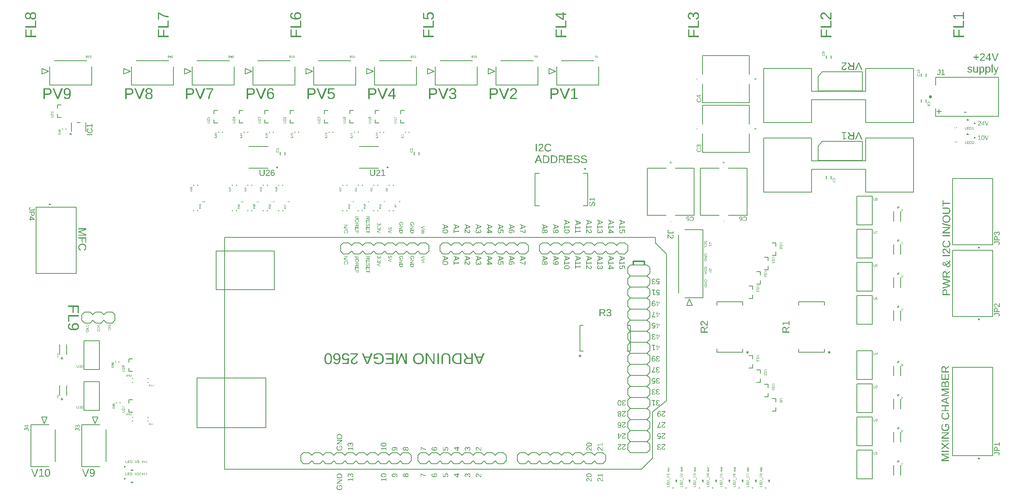
<source format=gbr>
G04 EAGLE Gerber RS-274X export*
G75*
%MOMM*%
%FSLAX34Y34*%
%LPD*%
%INSilkscreen Top*%
%IPPOS*%
%AMOC8*
5,1,8,0,0,1.08239X$1,22.5*%
G01*
G04 Define Apertures*
%ADD10C,0.203200*%
%ADD11C,0.127000*%
%ADD12C,0.152400*%
%ADD13C,0.304800*%
%ADD14C,0.200000*%
%ADD15C,0.076200*%
%ADD16C,0.300000*%
G36*
X2228567Y965066D02*
X2226359Y965066D01*
X2226359Y980843D01*
X2226341Y982545D01*
X2226318Y983136D01*
X2226286Y983554D01*
X2228420Y983554D01*
X2228457Y983204D01*
X2228512Y982278D01*
X2228543Y981419D01*
X2228592Y981419D01*
X2228745Y981716D01*
X2228910Y981992D01*
X2229087Y982247D01*
X2229276Y982482D01*
X2229477Y982697D01*
X2229689Y982890D01*
X2229914Y983064D01*
X2230150Y983217D01*
X2230402Y983350D01*
X2230673Y983466D01*
X2230963Y983564D01*
X2231273Y983645D01*
X2231601Y983707D01*
X2231949Y983751D01*
X2232316Y983778D01*
X2232702Y983787D01*
X2233004Y983781D01*
X2233296Y983761D01*
X2233578Y983729D01*
X2233851Y983684D01*
X2234114Y983627D01*
X2234368Y983556D01*
X2234612Y983472D01*
X2234846Y983376D01*
X2235070Y983267D01*
X2235285Y983145D01*
X2235685Y982862D01*
X2236047Y982529D01*
X2236370Y982143D01*
X2236655Y981703D01*
X2236901Y981204D01*
X2237110Y980646D01*
X2237281Y980030D01*
X2237414Y979355D01*
X2237509Y978622D01*
X2237566Y977829D01*
X2237585Y976978D01*
X2237565Y976138D01*
X2237508Y975351D01*
X2237413Y974619D01*
X2237279Y973940D01*
X2237108Y973317D01*
X2236898Y972747D01*
X2236650Y972232D01*
X2236364Y971771D01*
X2236040Y971364D01*
X2235677Y971011D01*
X2235482Y970855D01*
X2235277Y970713D01*
X2235062Y970584D01*
X2234838Y970469D01*
X2234604Y970367D01*
X2234361Y970279D01*
X2234108Y970204D01*
X2233846Y970143D01*
X2233574Y970096D01*
X2233293Y970062D01*
X2233002Y970041D01*
X2232702Y970035D01*
X2232326Y970044D01*
X2231967Y970071D01*
X2231622Y970116D01*
X2231294Y970179D01*
X2230981Y970260D01*
X2230685Y970359D01*
X2230403Y970476D01*
X2230138Y970611D01*
X2229888Y970764D01*
X2229654Y970936D01*
X2229436Y971125D01*
X2229233Y971332D01*
X2229046Y971557D01*
X2228875Y971800D01*
X2228720Y972062D01*
X2228580Y972341D01*
X2228518Y972341D01*
X2228540Y972174D01*
X2228555Y971771D01*
X2228567Y970255D01*
X2228567Y965066D01*
G37*
%LPC*%
G36*
X2232113Y971666D02*
X2232510Y971685D01*
X2232879Y971742D01*
X2233221Y971836D01*
X2233535Y971968D01*
X2233820Y972138D01*
X2234079Y972346D01*
X2234309Y972591D01*
X2234511Y972875D01*
X2234688Y973202D01*
X2234841Y973581D01*
X2234971Y974011D01*
X2235077Y974493D01*
X2235160Y975025D01*
X2235219Y975609D01*
X2235254Y976243D01*
X2235266Y976929D01*
X2235254Y977598D01*
X2235219Y978217D01*
X2235161Y978786D01*
X2235079Y979306D01*
X2234974Y979777D01*
X2234845Y980198D01*
X2234693Y980570D01*
X2234518Y980892D01*
X2234317Y981171D01*
X2234088Y981413D01*
X2233832Y981617D01*
X2233548Y981784D01*
X2233237Y981915D01*
X2232898Y982008D01*
X2232532Y982063D01*
X2232138Y982082D01*
X2231818Y982073D01*
X2231517Y982047D01*
X2231233Y982004D01*
X2230967Y981944D01*
X2230719Y981866D01*
X2230489Y981771D01*
X2230277Y981659D01*
X2230083Y981530D01*
X2229903Y981382D01*
X2229734Y981215D01*
X2229576Y981029D01*
X2229429Y980823D01*
X2229294Y980598D01*
X2229169Y980353D01*
X2229056Y980089D01*
X2228954Y979806D01*
X2228863Y979502D01*
X2228785Y979176D01*
X2228718Y978828D01*
X2228664Y978458D01*
X2228622Y978066D01*
X2228592Y977652D01*
X2228574Y977216D01*
X2228567Y976758D01*
X2228581Y976126D01*
X2228620Y975537D01*
X2228685Y974991D01*
X2228776Y974488D01*
X2228893Y974028D01*
X2229037Y973611D01*
X2229206Y973237D01*
X2229402Y972905D01*
X2229627Y972615D01*
X2229884Y972363D01*
X2230174Y972150D01*
X2230497Y971976D01*
X2230852Y971841D01*
X2231240Y971744D01*
X2231660Y971686D01*
X2232113Y971666D01*
G37*
%LPD*%
G36*
X2242536Y965066D02*
X2240328Y965066D01*
X2240328Y980843D01*
X2240310Y982545D01*
X2240287Y983136D01*
X2240254Y983554D01*
X2242389Y983554D01*
X2242426Y983204D01*
X2242481Y982278D01*
X2242512Y981419D01*
X2242561Y981419D01*
X2242714Y981716D01*
X2242879Y981992D01*
X2243056Y982247D01*
X2243245Y982482D01*
X2243445Y982697D01*
X2243658Y982890D01*
X2243882Y983064D01*
X2244119Y983217D01*
X2244371Y983350D01*
X2244642Y983466D01*
X2244932Y983564D01*
X2245241Y983645D01*
X2245570Y983707D01*
X2245918Y983751D01*
X2246285Y983778D01*
X2246671Y983787D01*
X2246972Y983781D01*
X2247265Y983761D01*
X2247547Y983729D01*
X2247820Y983684D01*
X2248083Y983627D01*
X2248337Y983556D01*
X2248580Y983472D01*
X2248814Y983376D01*
X2249039Y983267D01*
X2249254Y983145D01*
X2249654Y982862D01*
X2250016Y982529D01*
X2250339Y982143D01*
X2250623Y981703D01*
X2250870Y981204D01*
X2251079Y980646D01*
X2251250Y980030D01*
X2251382Y979355D01*
X2251477Y978622D01*
X2251534Y977829D01*
X2251553Y976978D01*
X2251534Y976138D01*
X2251477Y975351D01*
X2251382Y974619D01*
X2251248Y973940D01*
X2251076Y973317D01*
X2250867Y972747D01*
X2250619Y972232D01*
X2250333Y971771D01*
X2250008Y971364D01*
X2249646Y971011D01*
X2249450Y970855D01*
X2249245Y970713D01*
X2249031Y970584D01*
X2248807Y970469D01*
X2248573Y970367D01*
X2248330Y970279D01*
X2248077Y970204D01*
X2247815Y970143D01*
X2247543Y970096D01*
X2247262Y970062D01*
X2246971Y970041D01*
X2246671Y970035D01*
X2246295Y970044D01*
X2245935Y970071D01*
X2245591Y970116D01*
X2245263Y970179D01*
X2244950Y970260D01*
X2244653Y970359D01*
X2244372Y970476D01*
X2244107Y970611D01*
X2243857Y970764D01*
X2243623Y970936D01*
X2243404Y971125D01*
X2243202Y971332D01*
X2243015Y971557D01*
X2242844Y971800D01*
X2242688Y972062D01*
X2242549Y972341D01*
X2242487Y972341D01*
X2242509Y972174D01*
X2242524Y971771D01*
X2242536Y970255D01*
X2242536Y965066D01*
G37*
%LPC*%
G36*
X2246082Y971666D02*
X2246479Y971685D01*
X2246848Y971742D01*
X2247190Y971836D01*
X2247503Y971968D01*
X2247789Y972138D01*
X2248047Y972346D01*
X2248278Y972591D01*
X2248480Y972875D01*
X2248657Y973202D01*
X2248810Y973581D01*
X2248940Y974011D01*
X2249046Y974493D01*
X2249129Y975025D01*
X2249187Y975609D01*
X2249223Y976243D01*
X2249235Y976929D01*
X2249223Y977598D01*
X2249188Y978217D01*
X2249129Y978786D01*
X2249048Y979306D01*
X2248942Y979777D01*
X2248814Y980198D01*
X2248662Y980570D01*
X2248486Y980892D01*
X2248285Y981171D01*
X2248057Y981413D01*
X2247801Y981617D01*
X2247517Y981784D01*
X2247206Y981915D01*
X2246867Y982008D01*
X2246500Y982063D01*
X2246106Y982082D01*
X2245787Y982073D01*
X2245486Y982047D01*
X2245202Y982004D01*
X2244936Y981944D01*
X2244688Y981866D01*
X2244458Y981771D01*
X2244246Y981659D01*
X2244051Y981530D01*
X2243871Y981382D01*
X2243702Y981215D01*
X2243545Y981029D01*
X2243398Y980823D01*
X2243263Y980598D01*
X2243138Y980353D01*
X2243025Y980089D01*
X2242923Y979806D01*
X2242832Y979502D01*
X2242754Y979176D01*
X2242687Y978828D01*
X2242633Y978458D01*
X2242591Y978066D01*
X2242560Y977652D01*
X2242542Y977216D01*
X2242536Y976758D01*
X2242549Y976126D01*
X2242588Y975537D01*
X2242654Y974991D01*
X2242745Y974488D01*
X2242862Y974028D01*
X2243005Y973611D01*
X2243175Y973237D01*
X2243370Y972905D01*
X2243595Y972615D01*
X2243853Y972363D01*
X2244143Y972150D01*
X2244465Y971976D01*
X2244821Y971841D01*
X2245208Y971744D01*
X2245629Y971686D01*
X2246082Y971666D01*
G37*
%LPD*%
G36*
X2250849Y996950D02*
X2248764Y996950D01*
X2248764Y1000864D01*
X2240618Y1000864D01*
X2240618Y1002581D01*
X2248531Y1014236D01*
X2250849Y1014236D01*
X2250849Y1002606D01*
X2253278Y1002606D01*
X2253278Y1000864D01*
X2250849Y1000864D01*
X2250849Y996950D01*
G37*
%LPC*%
G36*
X2248764Y1002606D02*
X2248764Y1011745D01*
X2248420Y1011095D01*
X2248141Y1010604D01*
X2247942Y1010285D01*
X2243513Y1003759D01*
X2242851Y1002851D01*
X2242654Y1002606D01*
X2248764Y1002606D01*
G37*
%LPD*%
G36*
X2263604Y996950D02*
X2261175Y996950D01*
X2254120Y1014236D01*
X2256586Y1014236D01*
X2261371Y1002066D01*
X2262401Y999011D01*
X2263432Y1002066D01*
X2268192Y1014236D01*
X2270658Y1014236D01*
X2263604Y996950D01*
G37*
G36*
X2238782Y996950D02*
X2227336Y996950D01*
X2227336Y998508D01*
X2227666Y999205D01*
X2228031Y999859D01*
X2228430Y1000471D01*
X2228863Y1001041D01*
X2229320Y1001577D01*
X2229788Y1002087D01*
X2230268Y1002571D01*
X2230759Y1003029D01*
X2231748Y1003886D01*
X2232728Y1004679D01*
X2233656Y1005440D01*
X2234488Y1006200D01*
X2234862Y1006585D01*
X2235198Y1006979D01*
X2235497Y1007382D01*
X2235758Y1007795D01*
X2235872Y1008007D01*
X2235970Y1008226D01*
X2236053Y1008452D01*
X2236122Y1008684D01*
X2236175Y1008924D01*
X2236212Y1009171D01*
X2236235Y1009424D01*
X2236243Y1009684D01*
X2236230Y1010030D01*
X2236191Y1010356D01*
X2236125Y1010662D01*
X2236034Y1010948D01*
X2235917Y1011214D01*
X2235773Y1011460D01*
X2235604Y1011686D01*
X2235408Y1011893D01*
X2235190Y1012077D01*
X2234951Y1012236D01*
X2234691Y1012371D01*
X2234412Y1012481D01*
X2234112Y1012567D01*
X2233791Y1012629D01*
X2233451Y1012665D01*
X2233090Y1012678D01*
X2232745Y1012666D01*
X2232415Y1012630D01*
X2232102Y1012570D01*
X2231803Y1012486D01*
X2231520Y1012378D01*
X2231253Y1012246D01*
X2231001Y1012091D01*
X2230765Y1011911D01*
X2230548Y1011710D01*
X2230355Y1011489D01*
X2230186Y1011249D01*
X2230040Y1010989D01*
X2229917Y1010710D01*
X2229818Y1010412D01*
X2229743Y1010095D01*
X2229692Y1009758D01*
X2227434Y1009966D01*
X2227515Y1010472D01*
X2227636Y1010950D01*
X2227797Y1011402D01*
X2227997Y1011828D01*
X2228237Y1012227D01*
X2228517Y1012600D01*
X2228836Y1012947D01*
X2229195Y1013267D01*
X2229587Y1013554D01*
X2230006Y1013803D01*
X2230453Y1014014D01*
X2230926Y1014187D01*
X2231426Y1014321D01*
X2231954Y1014417D01*
X2232508Y1014474D01*
X2233090Y1014493D01*
X2233724Y1014474D01*
X2234321Y1014416D01*
X2234880Y1014320D01*
X2235401Y1014185D01*
X2235884Y1014012D01*
X2236330Y1013800D01*
X2236738Y1013549D01*
X2237108Y1013260D01*
X2237437Y1012936D01*
X2237722Y1012579D01*
X2237964Y1012190D01*
X2238161Y1011768D01*
X2238315Y1011314D01*
X2238425Y1010828D01*
X2238490Y1010309D01*
X2238512Y1009758D01*
X2238505Y1009507D01*
X2238484Y1009256D01*
X2238448Y1009005D01*
X2238397Y1008755D01*
X2238254Y1008256D01*
X2238052Y1007758D01*
X2237794Y1007261D01*
X2237480Y1006764D01*
X2237110Y1006268D01*
X2236684Y1005771D01*
X2236127Y1005206D01*
X2235362Y1004504D01*
X2234391Y1003666D01*
X2233213Y1002691D01*
X2232543Y1002129D01*
X2231946Y1001595D01*
X2231421Y1001089D01*
X2230967Y1000612D01*
X2230579Y1000153D01*
X2230250Y999703D01*
X2229978Y999261D01*
X2229765Y998827D01*
X2238782Y998827D01*
X2238782Y996950D01*
G37*
G36*
X2260541Y965066D02*
X2260105Y965075D01*
X2259706Y965100D01*
X2259345Y965142D01*
X2259019Y965201D01*
X2259019Y966857D01*
X2259510Y966802D01*
X2260050Y966784D01*
X2260304Y966795D01*
X2260552Y966831D01*
X2260793Y966890D01*
X2261027Y966973D01*
X2261254Y967080D01*
X2261475Y967210D01*
X2261689Y967364D01*
X2261896Y967541D01*
X2262097Y967742D01*
X2262291Y967967D01*
X2262478Y968216D01*
X2262658Y968488D01*
X2262832Y968784D01*
X2262999Y969104D01*
X2263160Y969447D01*
X2263313Y969814D01*
X2263522Y970341D01*
X2258259Y983554D01*
X2260614Y983554D01*
X2263411Y976218D01*
X2263559Y975807D01*
X2264111Y974206D01*
X2264470Y973145D01*
X2264614Y972685D01*
X2265472Y975101D01*
X2268380Y983554D01*
X2270711Y983554D01*
X2265607Y970280D01*
X2265203Y969287D01*
X2264813Y968429D01*
X2264437Y967707D01*
X2264074Y967121D01*
X2263709Y966636D01*
X2263324Y966216D01*
X2262920Y965863D01*
X2262711Y965711D01*
X2262497Y965575D01*
X2262278Y965456D01*
X2262051Y965352D01*
X2261817Y965265D01*
X2261576Y965193D01*
X2261328Y965138D01*
X2261072Y965098D01*
X2260810Y965074D01*
X2260541Y965066D01*
G37*
G36*
X2216537Y970035D02*
X2216009Y970052D01*
X2215518Y970103D01*
X2215064Y970187D01*
X2214646Y970306D01*
X2214265Y970459D01*
X2213921Y970645D01*
X2213613Y970866D01*
X2213341Y971120D01*
X2213104Y971414D01*
X2212898Y971752D01*
X2212725Y972134D01*
X2212582Y972560D01*
X2212471Y973031D01*
X2212392Y973546D01*
X2212345Y974105D01*
X2212329Y974709D01*
X2212329Y983554D01*
X2214550Y983554D01*
X2214550Y975138D01*
X2214566Y974519D01*
X2214614Y973973D01*
X2214695Y973500D01*
X2214807Y973102D01*
X2214955Y972765D01*
X2215142Y972479D01*
X2215366Y972244D01*
X2215629Y972059D01*
X2215779Y971984D01*
X2215944Y971919D01*
X2216325Y971820D01*
X2216772Y971760D01*
X2217285Y971740D01*
X2217674Y971757D01*
X2218041Y971808D01*
X2218387Y971893D01*
X2218712Y972013D01*
X2219015Y972166D01*
X2219298Y972354D01*
X2219560Y972576D01*
X2219800Y972832D01*
X2220016Y973118D01*
X2220203Y973431D01*
X2220361Y973770D01*
X2220490Y974135D01*
X2220591Y974527D01*
X2220663Y974946D01*
X2220706Y975391D01*
X2220721Y975862D01*
X2220721Y983554D01*
X2222929Y983554D01*
X2222929Y973114D01*
X2222947Y971246D01*
X2222970Y970650D01*
X2223002Y970280D01*
X2220917Y970280D01*
X2220892Y970611D01*
X2220862Y971231D01*
X2220819Y972550D01*
X2220782Y972550D01*
X2220588Y972219D01*
X2220387Y971913D01*
X2220178Y971632D01*
X2219961Y971376D01*
X2219738Y971146D01*
X2219506Y970941D01*
X2219268Y970760D01*
X2219021Y970605D01*
X2218764Y970471D01*
X2218491Y970356D01*
X2218203Y970258D01*
X2217900Y970177D01*
X2217582Y970115D01*
X2217249Y970070D01*
X2216901Y970044D01*
X2216537Y970035D01*
G37*
G36*
X2204404Y970035D02*
X2203802Y970047D01*
X2203236Y970086D01*
X2202705Y970149D01*
X2202210Y970239D01*
X2201750Y970353D01*
X2201325Y970494D01*
X2200936Y970659D01*
X2200582Y970850D01*
X2200261Y971069D01*
X2199969Y971316D01*
X2199707Y971591D01*
X2199474Y971895D01*
X2199270Y972227D01*
X2199095Y972588D01*
X2198950Y972978D01*
X2198834Y973396D01*
X2200785Y973776D01*
X2200865Y973518D01*
X2200964Y973278D01*
X2201081Y973056D01*
X2201217Y972852D01*
X2201372Y972665D01*
X2201546Y972496D01*
X2201739Y972345D01*
X2201950Y972212D01*
X2202182Y972096D01*
X2202435Y971995D01*
X2202709Y971909D01*
X2203005Y971840D01*
X2203323Y971785D01*
X2203662Y971746D01*
X2204022Y971723D01*
X2204404Y971715D01*
X2204810Y971723D01*
X2205188Y971748D01*
X2205538Y971788D01*
X2205859Y971844D01*
X2206153Y971917D01*
X2206418Y972005D01*
X2206655Y972110D01*
X2206864Y972231D01*
X2207046Y972367D01*
X2207205Y972520D01*
X2207338Y972690D01*
X2207448Y972875D01*
X2207533Y973076D01*
X2207594Y973293D01*
X2207631Y973527D01*
X2207643Y973776D01*
X2207634Y973968D01*
X2207609Y974151D01*
X2207567Y974324D01*
X2207508Y974488D01*
X2207432Y974643D01*
X2207339Y974789D01*
X2207229Y974925D01*
X2207103Y975052D01*
X2206958Y975172D01*
X2206792Y975287D01*
X2206398Y975500D01*
X2205921Y975692D01*
X2205361Y975862D01*
X2203778Y976279D01*
X2202896Y976523D01*
X2202151Y976765D01*
X2201544Y977005D01*
X2201073Y977242D01*
X2200693Y977491D01*
X2200357Y977765D01*
X2200065Y978064D01*
X2199816Y978389D01*
X2199709Y978563D01*
X2199617Y978746D01*
X2199539Y978938D01*
X2199475Y979141D01*
X2199426Y979352D01*
X2199390Y979574D01*
X2199369Y979805D01*
X2199362Y980045D01*
X2199382Y980486D01*
X2199443Y980899D01*
X2199544Y981286D01*
X2199685Y981645D01*
X2199867Y981977D01*
X2200090Y982282D01*
X2200353Y982561D01*
X2200656Y982812D01*
X2200998Y983035D01*
X2201377Y983228D01*
X2201793Y983391D01*
X2202246Y983525D01*
X2202736Y983629D01*
X2203263Y983703D01*
X2203827Y983748D01*
X2204429Y983763D01*
X2204963Y983751D01*
X2205470Y983714D01*
X2205949Y983654D01*
X2206399Y983569D01*
X2206821Y983461D01*
X2207215Y983328D01*
X2207581Y983171D01*
X2207919Y982990D01*
X2208227Y982782D01*
X2208507Y982545D01*
X2208756Y982279D01*
X2208975Y981984D01*
X2209165Y981659D01*
X2209325Y981306D01*
X2209456Y980923D01*
X2209557Y980512D01*
X2207569Y980266D01*
X2207513Y980481D01*
X2207438Y980682D01*
X2207344Y980871D01*
X2207230Y981047D01*
X2207097Y981210D01*
X2206945Y981360D01*
X2206773Y981497D01*
X2206582Y981622D01*
X2206372Y981733D01*
X2206146Y981828D01*
X2205902Y981910D01*
X2205642Y981976D01*
X2205364Y982028D01*
X2205069Y982065D01*
X2204757Y982087D01*
X2204429Y982094D01*
X2204067Y982087D01*
X2203729Y982066D01*
X2203416Y982030D01*
X2203128Y981981D01*
X2202864Y981917D01*
X2202625Y981839D01*
X2202410Y981747D01*
X2202220Y981640D01*
X2202053Y981519D01*
X2201909Y981384D01*
X2201787Y981234D01*
X2201687Y981070D01*
X2201609Y980891D01*
X2201553Y980697D01*
X2201520Y980489D01*
X2201509Y980266D01*
X2201527Y979996D01*
X2201582Y979751D01*
X2201674Y979530D01*
X2201803Y979334D01*
X2201968Y979157D01*
X2202168Y978993D01*
X2202404Y978844D01*
X2202674Y978708D01*
X2203042Y978567D01*
X2203570Y978401D01*
X2204257Y978211D01*
X2205103Y977997D01*
X2205919Y977780D01*
X2206612Y977572D01*
X2207183Y977372D01*
X2207630Y977181D01*
X2207997Y976989D01*
X2208322Y976787D01*
X2208607Y976575D01*
X2208851Y976353D01*
X2209062Y976117D01*
X2209248Y975864D01*
X2209409Y975592D01*
X2209544Y975304D01*
X2209652Y974996D01*
X2209728Y974667D01*
X2209774Y974318D01*
X2209790Y973948D01*
X2209768Y973492D01*
X2209701Y973063D01*
X2209590Y972661D01*
X2209435Y972286D01*
X2209236Y971937D01*
X2208993Y971616D01*
X2208705Y971321D01*
X2208373Y971053D01*
X2208001Y970814D01*
X2207593Y970607D01*
X2207150Y970432D01*
X2206672Y970289D01*
X2206158Y970178D01*
X2205609Y970098D01*
X2205024Y970051D01*
X2204404Y970035D01*
G37*
G36*
X2219617Y999158D02*
X2217813Y999158D01*
X2217813Y1004409D01*
X2212612Y1004409D01*
X2212612Y1006200D01*
X2217813Y1006200D01*
X2217813Y1011451D01*
X2219617Y1011451D01*
X2219617Y1006200D01*
X2224819Y1006200D01*
X2224819Y1004409D01*
X2219617Y1004409D01*
X2219617Y999158D01*
G37*
G36*
X2256505Y970280D02*
X2254297Y970280D01*
X2254297Y988486D01*
X2256505Y988486D01*
X2256505Y970280D01*
G37*
G36*
X2150277Y624829D02*
X2149766Y624838D01*
X2149269Y624864D01*
X2148786Y624909D01*
X2148317Y624971D01*
X2147863Y625050D01*
X2147422Y625148D01*
X2146996Y625263D01*
X2146583Y625396D01*
X2146185Y625547D01*
X2145801Y625715D01*
X2145431Y625901D01*
X2145075Y626105D01*
X2144734Y626327D01*
X2144406Y626566D01*
X2144093Y626824D01*
X2143794Y627098D01*
X2143511Y627389D01*
X2143246Y627694D01*
X2143000Y628012D01*
X2142771Y628344D01*
X2142561Y628691D01*
X2142370Y629051D01*
X2142196Y629425D01*
X2142041Y629813D01*
X2141904Y630214D01*
X2141785Y630630D01*
X2141685Y631060D01*
X2141603Y631503D01*
X2141539Y631961D01*
X2141493Y632432D01*
X2141466Y632917D01*
X2141457Y633416D01*
X2141473Y634065D01*
X2141522Y634692D01*
X2141604Y635296D01*
X2141719Y635879D01*
X2141866Y636440D01*
X2142047Y636980D01*
X2142260Y637497D01*
X2142506Y637992D01*
X2142783Y638463D01*
X2143089Y638904D01*
X2143426Y639318D01*
X2143792Y639702D01*
X2144188Y640058D01*
X2144614Y640386D01*
X2145069Y640685D01*
X2145554Y640955D01*
X2146065Y641195D01*
X2146599Y641403D01*
X2147156Y641579D01*
X2147735Y641723D01*
X2148337Y641835D01*
X2148961Y641915D01*
X2149608Y641964D01*
X2150277Y641980D01*
X2150945Y641963D01*
X2151591Y641915D01*
X2152216Y641834D01*
X2152820Y641720D01*
X2153403Y641575D01*
X2153965Y641396D01*
X2154506Y641186D01*
X2155025Y640943D01*
X2155520Y640670D01*
X2155984Y640368D01*
X2156420Y640039D01*
X2156826Y639681D01*
X2157202Y639295D01*
X2157549Y638881D01*
X2157866Y638438D01*
X2158154Y637968D01*
X2158409Y637472D01*
X2158631Y636955D01*
X2158819Y636416D01*
X2158972Y635855D01*
X2159092Y635272D01*
X2159177Y634667D01*
X2159228Y634040D01*
X2159245Y633392D01*
X2159228Y632738D01*
X2159178Y632106D01*
X2159094Y631498D01*
X2158975Y630912D01*
X2158824Y630349D01*
X2158638Y629809D01*
X2158419Y629292D01*
X2158166Y628797D01*
X2157881Y628329D01*
X2157566Y627888D01*
X2157221Y627477D01*
X2156845Y627094D01*
X2156440Y626739D01*
X2156005Y626413D01*
X2155539Y626116D01*
X2155044Y625847D01*
X2154522Y625608D01*
X2153980Y625402D01*
X2153416Y625227D01*
X2152831Y625083D01*
X2152224Y624972D01*
X2151597Y624892D01*
X2150948Y624845D01*
X2150277Y624829D01*
G37*
%LPC*%
G36*
X2150277Y627209D02*
X2150679Y627215D01*
X2151069Y627234D01*
X2151449Y627266D01*
X2151819Y627311D01*
X2152178Y627369D01*
X2152527Y627439D01*
X2152865Y627522D01*
X2153193Y627618D01*
X2153510Y627727D01*
X2153816Y627849D01*
X2154113Y627983D01*
X2154398Y628130D01*
X2154674Y628290D01*
X2154938Y628463D01*
X2155192Y628648D01*
X2155436Y628847D01*
X2155667Y629056D01*
X2155883Y629276D01*
X2156084Y629505D01*
X2156271Y629745D01*
X2156442Y629994D01*
X2156599Y630253D01*
X2156740Y630523D01*
X2156867Y630802D01*
X2156979Y631091D01*
X2157076Y631390D01*
X2157158Y631699D01*
X2157225Y632017D01*
X2157277Y632346D01*
X2157314Y632685D01*
X2157336Y633033D01*
X2157344Y633392D01*
X2157337Y633761D01*
X2157315Y634118D01*
X2157279Y634465D01*
X2157228Y634802D01*
X2157164Y635127D01*
X2157084Y635441D01*
X2156990Y635745D01*
X2156882Y636037D01*
X2156760Y636319D01*
X2156623Y636590D01*
X2156471Y636850D01*
X2156305Y637099D01*
X2156125Y637337D01*
X2155930Y637564D01*
X2155721Y637781D01*
X2155497Y637986D01*
X2155261Y638180D01*
X2155012Y638361D01*
X2154751Y638530D01*
X2154479Y638687D01*
X2154194Y638831D01*
X2153898Y638962D01*
X2153590Y639081D01*
X2153269Y639187D01*
X2152937Y639281D01*
X2152593Y639362D01*
X2152237Y639431D01*
X2151869Y639487D01*
X2151489Y639531D01*
X2151097Y639562D01*
X2150693Y639581D01*
X2150277Y639587D01*
X2149880Y639581D01*
X2149492Y639562D01*
X2149116Y639531D01*
X2148751Y639486D01*
X2148396Y639430D01*
X2148053Y639360D01*
X2147720Y639278D01*
X2147398Y639184D01*
X2147086Y639077D01*
X2146786Y638957D01*
X2146496Y638825D01*
X2146217Y638680D01*
X2145950Y638522D01*
X2145692Y638352D01*
X2145446Y638169D01*
X2145211Y637974D01*
X2144988Y637767D01*
X2144779Y637550D01*
X2144585Y637322D01*
X2144406Y637084D01*
X2144240Y636836D01*
X2144089Y636577D01*
X2143953Y636308D01*
X2143831Y636028D01*
X2143723Y635738D01*
X2143629Y635437D01*
X2143550Y635127D01*
X2143486Y634805D01*
X2143435Y634474D01*
X2143399Y634132D01*
X2143378Y633779D01*
X2143371Y633416D01*
X2143378Y633051D01*
X2143399Y632695D01*
X2143434Y632351D01*
X2143484Y632016D01*
X2143548Y631693D01*
X2143626Y631380D01*
X2143718Y631077D01*
X2143824Y630785D01*
X2143945Y630503D01*
X2144080Y630232D01*
X2144229Y629972D01*
X2144392Y629722D01*
X2144569Y629483D01*
X2144761Y629254D01*
X2144966Y629036D01*
X2145186Y628828D01*
X2145419Y628632D01*
X2145663Y628449D01*
X2145918Y628278D01*
X2146185Y628120D01*
X2146464Y627974D01*
X2146753Y627841D01*
X2147054Y627721D01*
X2147367Y627614D01*
X2147691Y627519D01*
X2148026Y627436D01*
X2148373Y627367D01*
X2148731Y627310D01*
X2149100Y627266D01*
X2149481Y627234D01*
X2149874Y627215D01*
X2150277Y627209D01*
G37*
%LPD*%
G36*
X2159000Y498700D02*
X2141714Y498700D01*
X2141714Y506834D01*
X2141735Y507543D01*
X2141796Y508210D01*
X2141898Y508836D01*
X2142041Y509421D01*
X2142225Y509963D01*
X2142449Y510464D01*
X2142715Y510924D01*
X2143021Y511342D01*
X2143364Y511714D01*
X2143738Y512037D01*
X2144145Y512310D01*
X2144584Y512534D01*
X2145054Y512707D01*
X2145557Y512831D01*
X2145820Y512875D01*
X2146092Y512906D01*
X2146371Y512925D01*
X2146658Y512931D01*
X2147130Y512913D01*
X2147583Y512861D01*
X2148017Y512773D01*
X2148431Y512650D01*
X2148826Y512492D01*
X2149202Y512299D01*
X2149559Y512071D01*
X2149897Y511808D01*
X2150210Y511514D01*
X2150493Y511194D01*
X2150745Y510846D01*
X2150838Y510691D01*
X2150968Y510473D01*
X2151159Y510072D01*
X2151321Y509645D01*
X2151452Y509191D01*
X2151553Y508711D01*
X2154723Y510799D01*
X2159000Y513618D01*
X2159000Y510919D01*
X2151823Y506429D01*
X2151823Y501043D01*
X2159000Y501043D01*
X2159000Y498700D01*
G37*
%LPC*%
G36*
X2149971Y501043D02*
X2149971Y506699D01*
X2149957Y507149D01*
X2149917Y507572D01*
X2149849Y507970D01*
X2149755Y508341D01*
X2149633Y508686D01*
X2149484Y509005D01*
X2149309Y509297D01*
X2149106Y509563D01*
X2148879Y509800D01*
X2148630Y510006D01*
X2148360Y510180D01*
X2148068Y510322D01*
X2147754Y510433D01*
X2147419Y510512D01*
X2147062Y510559D01*
X2146683Y510575D01*
X2146317Y510559D01*
X2145973Y510511D01*
X2145652Y510431D01*
X2145353Y510319D01*
X2145077Y510175D01*
X2144823Y509999D01*
X2144592Y509791D01*
X2144383Y509551D01*
X2144197Y509281D01*
X2144036Y508982D01*
X2143900Y508656D01*
X2143789Y508301D01*
X2143703Y507918D01*
X2143641Y507507D01*
X2143604Y507068D01*
X2143591Y506600D01*
X2143591Y501043D01*
X2149971Y501043D01*
G37*
%LPD*%
G36*
X2154449Y522647D02*
X2154028Y522663D01*
X2153620Y522713D01*
X2153224Y522795D01*
X2152841Y522910D01*
X2152469Y523058D01*
X2152110Y523239D01*
X2151763Y523452D01*
X2151428Y523699D01*
X2151105Y523978D01*
X2150794Y524291D01*
X2150496Y524636D01*
X2150209Y525014D01*
X2149935Y525425D01*
X2149673Y525869D01*
X2149423Y526345D01*
X2149186Y526855D01*
X2148788Y526659D01*
X2148354Y526478D01*
X2147886Y526310D01*
X2147382Y526156D01*
X2146872Y526027D01*
X2146385Y525935D01*
X2145922Y525880D01*
X2145481Y525861D01*
X2145034Y525879D01*
X2144612Y525931D01*
X2144217Y526019D01*
X2143847Y526142D01*
X2143504Y526300D01*
X2143186Y526493D01*
X2142894Y526721D01*
X2142628Y526984D01*
X2142391Y527279D01*
X2142185Y527604D01*
X2142012Y527958D01*
X2141869Y528341D01*
X2141759Y528754D01*
X2141679Y529196D01*
X2141632Y529667D01*
X2141616Y530167D01*
X2141631Y530619D01*
X2141674Y531049D01*
X2141747Y531456D01*
X2141849Y531840D01*
X2141980Y532203D01*
X2142141Y532542D01*
X2142330Y532860D01*
X2142549Y533155D01*
X2142792Y533421D01*
X2143058Y533651D01*
X2143344Y533846D01*
X2143653Y534006D01*
X2143982Y534130D01*
X2144334Y534219D01*
X2144706Y534272D01*
X2145100Y534289D01*
X2145457Y534272D01*
X2145804Y534219D01*
X2146141Y534132D01*
X2146468Y534009D01*
X2146785Y533851D01*
X2147092Y533658D01*
X2147389Y533430D01*
X2147677Y533167D01*
X2147686Y533156D01*
X2147958Y532861D01*
X2148239Y532503D01*
X2148520Y532093D01*
X2148799Y531632D01*
X2149078Y531119D01*
X2149356Y530555D01*
X2149633Y529939D01*
X2149909Y529272D01*
X2150539Y529626D01*
X2151168Y530007D01*
X2151799Y530416D01*
X2152430Y530851D01*
X2153063Y531314D01*
X2153696Y531804D01*
X2154329Y532322D01*
X2154964Y532866D01*
X2154440Y533202D01*
X2153886Y533517D01*
X2153302Y533811D01*
X2152688Y534084D01*
X2152044Y534336D01*
X2151958Y534365D01*
X2151371Y534566D01*
X2150667Y534776D01*
X2149934Y534964D01*
X2150461Y536743D01*
X2151220Y536533D01*
X2151967Y536291D01*
X2152702Y536015D01*
X2153427Y535706D01*
X2154141Y535365D01*
X2154609Y535115D01*
X2154843Y534990D01*
X2155535Y534583D01*
X2156215Y534142D01*
X2156497Y534440D01*
X2156741Y534743D01*
X2156948Y535053D01*
X2157117Y535369D01*
X2157248Y535691D01*
X2157302Y535877D01*
X2157342Y536019D01*
X2157399Y536354D01*
X2157417Y536694D01*
X2157405Y537110D01*
X2157368Y537488D01*
X2157307Y537828D01*
X2157221Y538129D01*
X2158877Y538129D01*
X2158995Y537764D01*
X2159080Y537353D01*
X2159130Y536899D01*
X2159147Y536400D01*
X2159141Y536131D01*
X2159123Y535867D01*
X2159050Y535357D01*
X2158928Y534868D01*
X2158758Y534400D01*
X2158539Y533954D01*
X2158271Y533529D01*
X2157954Y533126D01*
X2157589Y532744D01*
X2157965Y532268D01*
X2158295Y531759D01*
X2158578Y531219D01*
X2158816Y530646D01*
X2159004Y530050D01*
X2159138Y529440D01*
X2159185Y529131D01*
X2159219Y528817D01*
X2159239Y528500D01*
X2159245Y528180D01*
X2159226Y527539D01*
X2159166Y526936D01*
X2159067Y526369D01*
X2158928Y525840D01*
X2158749Y525348D01*
X2158531Y524893D01*
X2158273Y524475D01*
X2157976Y524095D01*
X2157643Y523755D01*
X2157279Y523461D01*
X2156884Y523213D01*
X2156459Y523009D01*
X2156003Y522851D01*
X2155516Y522738D01*
X2154997Y522670D01*
X2154449Y522647D01*
G37*
%LPC*%
G36*
X2154424Y524708D02*
X2154785Y524723D01*
X2155128Y524768D01*
X2155450Y524842D01*
X2155754Y524946D01*
X2156038Y525079D01*
X2156302Y525243D01*
X2156547Y525436D01*
X2156773Y525659D01*
X2156976Y525907D01*
X2157152Y526178D01*
X2157300Y526469D01*
X2157422Y526783D01*
X2157517Y527118D01*
X2157584Y527475D01*
X2157625Y527853D01*
X2157638Y528254D01*
X2157617Y528689D01*
X2157554Y529125D01*
X2157449Y529560D01*
X2157301Y529996D01*
X2157114Y530417D01*
X2156891Y530811D01*
X2156633Y531178D01*
X2156338Y531517D01*
X2155622Y530924D01*
X2154911Y530361D01*
X2154204Y529828D01*
X2153501Y529324D01*
X2152802Y528850D01*
X2152108Y528405D01*
X2151417Y527989D01*
X2150731Y527603D01*
X2150890Y527253D01*
X2151057Y526925D01*
X2151235Y526619D01*
X2151422Y526337D01*
X2151619Y526077D01*
X2151826Y525839D01*
X2152042Y525624D01*
X2152268Y525432D01*
X2152504Y525262D01*
X2152749Y525115D01*
X2153004Y524991D01*
X2153269Y524889D01*
X2153543Y524810D01*
X2153827Y524753D01*
X2154121Y524719D01*
X2154424Y524708D01*
G37*
G36*
X2145481Y527738D02*
X2145833Y527751D01*
X2146192Y527788D01*
X2146557Y527850D01*
X2146928Y527938D01*
X2147305Y528050D01*
X2147689Y528187D01*
X2148078Y528349D01*
X2148474Y528536D01*
X2148160Y529286D01*
X2147867Y529930D01*
X2147595Y530467D01*
X2147345Y530897D01*
X2147102Y531252D01*
X2146849Y531560D01*
X2146586Y531822D01*
X2146315Y532038D01*
X2146032Y532207D01*
X2145735Y532328D01*
X2145425Y532401D01*
X2145100Y532425D01*
X2144885Y532415D01*
X2144679Y532386D01*
X2144484Y532338D01*
X2144298Y532271D01*
X2144123Y532185D01*
X2143958Y532080D01*
X2143803Y531955D01*
X2143659Y531811D01*
X2143528Y531651D01*
X2143415Y531477D01*
X2143319Y531289D01*
X2143240Y531087D01*
X2143179Y530872D01*
X2143136Y530643D01*
X2143109Y530400D01*
X2143101Y530143D01*
X2143110Y529857D01*
X2143140Y529589D01*
X2143189Y529339D01*
X2143259Y529106D01*
X2143347Y528891D01*
X2143456Y528694D01*
X2143584Y528514D01*
X2143732Y528352D01*
X2143898Y528208D01*
X2144079Y528083D01*
X2144274Y527978D01*
X2144485Y527892D01*
X2144711Y527825D01*
X2144953Y527777D01*
X2145209Y527748D01*
X2145481Y527738D01*
G37*
%LPD*%
G36*
X2159000Y458231D02*
X2141714Y458231D01*
X2141714Y465506D01*
X2141736Y466212D01*
X2141799Y466878D01*
X2141906Y467502D01*
X2142055Y468085D01*
X2142246Y468628D01*
X2142480Y469129D01*
X2142757Y469589D01*
X2143076Y470008D01*
X2143434Y470382D01*
X2143827Y470706D01*
X2144254Y470980D01*
X2144717Y471205D01*
X2145214Y471379D01*
X2145476Y471447D01*
X2145747Y471504D01*
X2146026Y471547D01*
X2146314Y471578D01*
X2146611Y471597D01*
X2146916Y471603D01*
X2147219Y471597D01*
X2147514Y471578D01*
X2147801Y471547D01*
X2148080Y471503D01*
X2148615Y471378D01*
X2149118Y471203D01*
X2149590Y470978D01*
X2150031Y470703D01*
X2150440Y470377D01*
X2150817Y470002D01*
X2151157Y469584D01*
X2151451Y469130D01*
X2151699Y468640D01*
X2151903Y468114D01*
X2152061Y467553D01*
X2152174Y466956D01*
X2152242Y466322D01*
X2152265Y465653D01*
X2152265Y460574D01*
X2159000Y460574D01*
X2159000Y458231D01*
G37*
%LPC*%
G36*
X2150412Y460574D02*
X2150412Y465322D01*
X2150399Y465797D01*
X2150358Y466242D01*
X2150290Y466656D01*
X2150195Y467040D01*
X2150073Y467392D01*
X2149924Y467714D01*
X2149748Y468006D01*
X2149544Y468266D01*
X2149314Y468496D01*
X2149056Y468696D01*
X2148771Y468864D01*
X2148459Y469002D01*
X2148120Y469110D01*
X2147754Y469186D01*
X2147361Y469232D01*
X2146941Y469248D01*
X2146535Y469232D01*
X2146156Y469185D01*
X2145802Y469106D01*
X2145475Y468996D01*
X2145174Y468855D01*
X2144900Y468682D01*
X2144651Y468478D01*
X2144429Y468242D01*
X2144232Y467975D01*
X2144062Y467676D01*
X2143918Y467346D01*
X2143801Y466984D01*
X2143709Y466591D01*
X2143644Y466167D01*
X2143604Y465711D01*
X2143591Y465224D01*
X2143591Y460574D01*
X2150412Y460574D01*
G37*
%LPD*%
G36*
X2141714Y473030D02*
X2141714Y475472D01*
X2152694Y478576D01*
X2154786Y479106D01*
X2156939Y479594D01*
X2155528Y479911D01*
X2153995Y480275D01*
X2152629Y480632D01*
X2150127Y481319D01*
X2141714Y483679D01*
X2141714Y485924D01*
X2152473Y488930D01*
X2154909Y489543D01*
X2156939Y490009D01*
X2156510Y490120D01*
X2154209Y490660D01*
X2153095Y490953D01*
X2150641Y491626D01*
X2141714Y494107D01*
X2141714Y496548D01*
X2159000Y491457D01*
X2159000Y488660D01*
X2148020Y485667D01*
X2147403Y485502D01*
X2146582Y485305D01*
X2144327Y484808D01*
X2146707Y484268D01*
X2147835Y483976D01*
X2150259Y483320D01*
X2159000Y480919D01*
X2159000Y478122D01*
X2141714Y473030D01*
G37*
G36*
X2159000Y600575D02*
X2141714Y600575D01*
X2141714Y603298D01*
X2156534Y612647D01*
X2154461Y612536D01*
X2153673Y612509D01*
X2153050Y612499D01*
X2141714Y612499D01*
X2141714Y614609D01*
X2159000Y614609D01*
X2159000Y611788D01*
X2144278Y602538D01*
X2145468Y602599D01*
X2147517Y602660D01*
X2159000Y602660D01*
X2159000Y600575D01*
G37*
G36*
X2152719Y645108D02*
X2141714Y645108D01*
X2141714Y647452D01*
X2152522Y647452D01*
X2153097Y647470D01*
X2153635Y647527D01*
X2154138Y647621D01*
X2154605Y647752D01*
X2155036Y647921D01*
X2155432Y648128D01*
X2155793Y648372D01*
X2156117Y648654D01*
X2156405Y648971D01*
X2156654Y649322D01*
X2156865Y649706D01*
X2157037Y650123D01*
X2157171Y650574D01*
X2157267Y651058D01*
X2157325Y651575D01*
X2157344Y652126D01*
X2157324Y652692D01*
X2157264Y653226D01*
X2157165Y653728D01*
X2157026Y654197D01*
X2156848Y654634D01*
X2156630Y655039D01*
X2156372Y655411D01*
X2156074Y655751D01*
X2155738Y656054D01*
X2155366Y656317D01*
X2154957Y656540D01*
X2154511Y656722D01*
X2154029Y656863D01*
X2153510Y656964D01*
X2152955Y657025D01*
X2152363Y657045D01*
X2141714Y657045D01*
X2141714Y659376D01*
X2152498Y659376D01*
X2153013Y659362D01*
X2153511Y659321D01*
X2153990Y659251D01*
X2154452Y659154D01*
X2154895Y659029D01*
X2155320Y658876D01*
X2155728Y658695D01*
X2156117Y658487D01*
X2156486Y658253D01*
X2156833Y657996D01*
X2157157Y657716D01*
X2157459Y657413D01*
X2157738Y657087D01*
X2157995Y656738D01*
X2158230Y656367D01*
X2158442Y655972D01*
X2158630Y655556D01*
X2158793Y655123D01*
X2158932Y654671D01*
X2159044Y654201D01*
X2159132Y653712D01*
X2159195Y653206D01*
X2159233Y652681D01*
X2159245Y652138D01*
X2159233Y651616D01*
X2159197Y651111D01*
X2159137Y650622D01*
X2159052Y650151D01*
X2158943Y649696D01*
X2158811Y649258D01*
X2158654Y648837D01*
X2158473Y648433D01*
X2158268Y648048D01*
X2158042Y647686D01*
X2157795Y647346D01*
X2157525Y647028D01*
X2157233Y646733D01*
X2156920Y646459D01*
X2156585Y646208D01*
X2156227Y645979D01*
X2155851Y645775D01*
X2155456Y645598D01*
X2155044Y645449D01*
X2154614Y645326D01*
X2154167Y645231D01*
X2153702Y645163D01*
X2153219Y645122D01*
X2152719Y645108D01*
G37*
G36*
X2150277Y567696D02*
X2149768Y567705D01*
X2149272Y567731D01*
X2148790Y567774D01*
X2148322Y567835D01*
X2147868Y567914D01*
X2147429Y568010D01*
X2147003Y568123D01*
X2146591Y568254D01*
X2146193Y568402D01*
X2145809Y568568D01*
X2145439Y568751D01*
X2145083Y568952D01*
X2144742Y569170D01*
X2144414Y569405D01*
X2144100Y569658D01*
X2143800Y569929D01*
X2143516Y570214D01*
X2143251Y570514D01*
X2143004Y570826D01*
X2142775Y571152D01*
X2142564Y571492D01*
X2142372Y571845D01*
X2142198Y572211D01*
X2142042Y572591D01*
X2141905Y572984D01*
X2141786Y573391D01*
X2141686Y573811D01*
X2141603Y574244D01*
X2141539Y574691D01*
X2141493Y575151D01*
X2141466Y575625D01*
X2141457Y576112D01*
X2141474Y576788D01*
X2141524Y577435D01*
X2141609Y578054D01*
X2141727Y578645D01*
X2141878Y579208D01*
X2142064Y579742D01*
X2142283Y580247D01*
X2142536Y580725D01*
X2142822Y581172D01*
X2143141Y581589D01*
X2143493Y581976D01*
X2143877Y582332D01*
X2144293Y582657D01*
X2144742Y582951D01*
X2145224Y583215D01*
X2145738Y583448D01*
X2146474Y581228D01*
X2146108Y581066D01*
X2145764Y580881D01*
X2145443Y580674D01*
X2145143Y580444D01*
X2144866Y580191D01*
X2144611Y579915D01*
X2144378Y579617D01*
X2144168Y579295D01*
X2143981Y578955D01*
X2143819Y578599D01*
X2143682Y578227D01*
X2143570Y577840D01*
X2143483Y577437D01*
X2143420Y577019D01*
X2143383Y576586D01*
X2143371Y576136D01*
X2143378Y575782D01*
X2143399Y575439D01*
X2143435Y575105D01*
X2143486Y574781D01*
X2143551Y574467D01*
X2143630Y574163D01*
X2143724Y573869D01*
X2143832Y573585D01*
X2143955Y573310D01*
X2144092Y573046D01*
X2144243Y572792D01*
X2144409Y572548D01*
X2144589Y572314D01*
X2144784Y572089D01*
X2144993Y571875D01*
X2145217Y571671D01*
X2145700Y571297D01*
X2145957Y571129D01*
X2146226Y570973D01*
X2146504Y570830D01*
X2146794Y570699D01*
X2147094Y570581D01*
X2147405Y570475D01*
X2147727Y570381D01*
X2148059Y570300D01*
X2148402Y570232D01*
X2148756Y570176D01*
X2149120Y570132D01*
X2149495Y570101D01*
X2149881Y570082D01*
X2150277Y570076D01*
X2150670Y570082D01*
X2151052Y570102D01*
X2151425Y570134D01*
X2151788Y570180D01*
X2152142Y570238D01*
X2152485Y570310D01*
X2152819Y570394D01*
X2153144Y570491D01*
X2153458Y570602D01*
X2153763Y570725D01*
X2154058Y570862D01*
X2154343Y571011D01*
X2154619Y571173D01*
X2154885Y571349D01*
X2155387Y571738D01*
X2155621Y571951D01*
X2155840Y572172D01*
X2156044Y572403D01*
X2156232Y572643D01*
X2156406Y572892D01*
X2156565Y573150D01*
X2156708Y573417D01*
X2156836Y573693D01*
X2156949Y573979D01*
X2157048Y574274D01*
X2157131Y574578D01*
X2157199Y574891D01*
X2157251Y575213D01*
X2157289Y575544D01*
X2157312Y575885D01*
X2157319Y576234D01*
X2157305Y576681D01*
X2157263Y577114D01*
X2157193Y577533D01*
X2157095Y577937D01*
X2156968Y578328D01*
X2156814Y578704D01*
X2156631Y579067D01*
X2156421Y579415D01*
X2156182Y579749D01*
X2155915Y580069D01*
X2155620Y580375D01*
X2155297Y580667D01*
X2154946Y580945D01*
X2154567Y581209D01*
X2154160Y581458D01*
X2153725Y581694D01*
X2154682Y583608D01*
X2155223Y583327D01*
X2155731Y583020D01*
X2156206Y582685D01*
X2156648Y582324D01*
X2157056Y581936D01*
X2157430Y581520D01*
X2157772Y581078D01*
X2158080Y580608D01*
X2158353Y580115D01*
X2158590Y579603D01*
X2158790Y579072D01*
X2158954Y578521D01*
X2159081Y577951D01*
X2159173Y577361D01*
X2159227Y576752D01*
X2159245Y576124D01*
X2159228Y575482D01*
X2159178Y574862D01*
X2159093Y574263D01*
X2158974Y573687D01*
X2158821Y573133D01*
X2158635Y572601D01*
X2158414Y572091D01*
X2158160Y571603D01*
X2157874Y571141D01*
X2157559Y570706D01*
X2157214Y570300D01*
X2156841Y569923D01*
X2156438Y569573D01*
X2156007Y569252D01*
X2155546Y568960D01*
X2155056Y568696D01*
X2154540Y568461D01*
X2154000Y568258D01*
X2153438Y568086D01*
X2152852Y567946D01*
X2152243Y567836D01*
X2151611Y567758D01*
X2150956Y567712D01*
X2150277Y567696D01*
G37*
G36*
X2159000Y553715D02*
X2157442Y553715D01*
X2156745Y554045D01*
X2156091Y554410D01*
X2155479Y554809D01*
X2154909Y555242D01*
X2154373Y555699D01*
X2153863Y556167D01*
X2153379Y556647D01*
X2152921Y557138D01*
X2152064Y558127D01*
X2151271Y559107D01*
X2150511Y560034D01*
X2149750Y560867D01*
X2149365Y561241D01*
X2148971Y561577D01*
X2148568Y561876D01*
X2148155Y562137D01*
X2147943Y562250D01*
X2147724Y562349D01*
X2147498Y562432D01*
X2147266Y562500D01*
X2147026Y562553D01*
X2146780Y562591D01*
X2146526Y562614D01*
X2146266Y562621D01*
X2145920Y562608D01*
X2145594Y562569D01*
X2145288Y562504D01*
X2145002Y562413D01*
X2144736Y562296D01*
X2144490Y562152D01*
X2144264Y561983D01*
X2144058Y561787D01*
X2143874Y561569D01*
X2143714Y561329D01*
X2143579Y561070D01*
X2143469Y560790D01*
X2143383Y560490D01*
X2143321Y560170D01*
X2143285Y559830D01*
X2143272Y559469D01*
X2143284Y559124D01*
X2143320Y558794D01*
X2143380Y558480D01*
X2143464Y558182D01*
X2143572Y557899D01*
X2143704Y557632D01*
X2143859Y557380D01*
X2144039Y557144D01*
X2144240Y556927D01*
X2144461Y556734D01*
X2144701Y556564D01*
X2144961Y556418D01*
X2145240Y556296D01*
X2145538Y556197D01*
X2145855Y556122D01*
X2146192Y556070D01*
X2145984Y553813D01*
X2145479Y553894D01*
X2145000Y554015D01*
X2144548Y554176D01*
X2144122Y554376D01*
X2143723Y554616D01*
X2143350Y554895D01*
X2143003Y555215D01*
X2142684Y555573D01*
X2142396Y555966D01*
X2142147Y556385D01*
X2141936Y556831D01*
X2141763Y557305D01*
X2141629Y557805D01*
X2141533Y558333D01*
X2141476Y558887D01*
X2141457Y559469D01*
X2141476Y560103D01*
X2141534Y560700D01*
X2141630Y561258D01*
X2141765Y561780D01*
X2141938Y562263D01*
X2142150Y562709D01*
X2142401Y563116D01*
X2142690Y563486D01*
X2143014Y563816D01*
X2143371Y564101D01*
X2143760Y564342D01*
X2144182Y564540D01*
X2144636Y564694D01*
X2145122Y564803D01*
X2145641Y564869D01*
X2146192Y564891D01*
X2146443Y564884D01*
X2146694Y564862D01*
X2146945Y564826D01*
X2147195Y564776D01*
X2147694Y564632D01*
X2148192Y564431D01*
X2148689Y564173D01*
X2149186Y563859D01*
X2149682Y563489D01*
X2150179Y563063D01*
X2150744Y562506D01*
X2151446Y561741D01*
X2152284Y560770D01*
X2153259Y559591D01*
X2153821Y558922D01*
X2154355Y558325D01*
X2154861Y557799D01*
X2155338Y557346D01*
X2155797Y556958D01*
X2156247Y556629D01*
X2156689Y556357D01*
X2157123Y556144D01*
X2157123Y565161D01*
X2159000Y565161D01*
X2159000Y553715D01*
G37*
G36*
X2143628Y661891D02*
X2141714Y661891D01*
X2141714Y676097D01*
X2143628Y676097D01*
X2143628Y670159D01*
X2159000Y670159D01*
X2159000Y667828D01*
X2143628Y667828D01*
X2143628Y661891D01*
G37*
G36*
X2159000Y547801D02*
X2141714Y547801D01*
X2141714Y550144D01*
X2159000Y550144D01*
X2159000Y547801D01*
G37*
G36*
X2159000Y593864D02*
X2141714Y593864D01*
X2141714Y596207D01*
X2159000Y596207D01*
X2159000Y593864D01*
G37*
G36*
X2159245Y616670D02*
X2140794Y621712D01*
X2140794Y623651D01*
X2159245Y618657D01*
X2159245Y616670D01*
G37*
G36*
X2236639Y848360D02*
X2235448Y848360D01*
X2235448Y850594D01*
X2230798Y850594D01*
X2230798Y851575D01*
X2235315Y858228D01*
X2236639Y858228D01*
X2236639Y851589D01*
X2238026Y851589D01*
X2238026Y850594D01*
X2236639Y850594D01*
X2236639Y848360D01*
G37*
%LPC*%
G36*
X2235448Y851589D02*
X2235448Y856807D01*
X2235252Y856435D01*
X2234979Y855973D01*
X2232451Y852247D01*
X2232073Y851729D01*
X2231961Y851589D01*
X2235448Y851589D01*
G37*
%LPD*%
G36*
X2243914Y848360D02*
X2242528Y848360D01*
X2238501Y858228D01*
X2239908Y858228D01*
X2242640Y851281D01*
X2243228Y849537D01*
X2243816Y851281D01*
X2246534Y858228D01*
X2247942Y858228D01*
X2243914Y848360D01*
G37*
G36*
X2229756Y848360D02*
X2223221Y848360D01*
X2223221Y849249D01*
X2223410Y849647D01*
X2223618Y850021D01*
X2223846Y850370D01*
X2224093Y850696D01*
X2224621Y851293D01*
X2225175Y851830D01*
X2225740Y852320D01*
X2226300Y852772D01*
X2226829Y853207D01*
X2227305Y853641D01*
X2227518Y853861D01*
X2227710Y854086D01*
X2227880Y854316D01*
X2228029Y854551D01*
X2228151Y854797D01*
X2228237Y855059D01*
X2228289Y855337D01*
X2228306Y855630D01*
X2228299Y855827D01*
X2228276Y856013D01*
X2228239Y856188D01*
X2228187Y856351D01*
X2228120Y856503D01*
X2228038Y856644D01*
X2227942Y856773D01*
X2227830Y856891D01*
X2227705Y856996D01*
X2227569Y857087D01*
X2227420Y857164D01*
X2227261Y857227D01*
X2227090Y857276D01*
X2226907Y857311D01*
X2226712Y857332D01*
X2226506Y857339D01*
X2226309Y857332D01*
X2226121Y857311D01*
X2225942Y857277D01*
X2225772Y857229D01*
X2225610Y857168D01*
X2225458Y857093D01*
X2225179Y856901D01*
X2225055Y856786D01*
X2224945Y856660D01*
X2224848Y856523D01*
X2224765Y856375D01*
X2224695Y856216D01*
X2224639Y856046D01*
X2224596Y855864D01*
X2224566Y855672D01*
X2223277Y855791D01*
X2223324Y856079D01*
X2223393Y856353D01*
X2223484Y856611D01*
X2223599Y856854D01*
X2223736Y857082D01*
X2223895Y857295D01*
X2224078Y857492D01*
X2224282Y857675D01*
X2224506Y857839D01*
X2224746Y857981D01*
X2225001Y858102D01*
X2225271Y858200D01*
X2225557Y858277D01*
X2225858Y858332D01*
X2226174Y858364D01*
X2226506Y858375D01*
X2226868Y858364D01*
X2227209Y858331D01*
X2227528Y858276D01*
X2227826Y858199D01*
X2228101Y858100D01*
X2228356Y857979D01*
X2228589Y857837D01*
X2228800Y857672D01*
X2228988Y857486D01*
X2229151Y857283D01*
X2229289Y857060D01*
X2229401Y856820D01*
X2229489Y856561D01*
X2229552Y856283D01*
X2229589Y855987D01*
X2229602Y855672D01*
X2229585Y855385D01*
X2229536Y855099D01*
X2229454Y854814D01*
X2229339Y854530D01*
X2229192Y854247D01*
X2229013Y853963D01*
X2228801Y853679D01*
X2228558Y853396D01*
X2228240Y853073D01*
X2227804Y852673D01*
X2227249Y852194D01*
X2226576Y851638D01*
X2225853Y851012D01*
X2225553Y850723D01*
X2225295Y850451D01*
X2225073Y850189D01*
X2224885Y849931D01*
X2224730Y849679D01*
X2224608Y849432D01*
X2229756Y849432D01*
X2229756Y848360D01*
G37*
G36*
X2234440Y815200D02*
X2234028Y815220D01*
X2233642Y815281D01*
X2233283Y815382D01*
X2232950Y815524D01*
X2232644Y815706D01*
X2232364Y815929D01*
X2232110Y816192D01*
X2231884Y816496D01*
X2231683Y816838D01*
X2231510Y817218D01*
X2231363Y817635D01*
X2231243Y818089D01*
X2231149Y818580D01*
X2231082Y819109D01*
X2231042Y819675D01*
X2231029Y820278D01*
X2231042Y820893D01*
X2231081Y821469D01*
X2231146Y822005D01*
X2231237Y822501D01*
X2231353Y822958D01*
X2231496Y823374D01*
X2231664Y823751D01*
X2231859Y824088D01*
X2232082Y824385D01*
X2232334Y824642D01*
X2232617Y824860D01*
X2232930Y825038D01*
X2233273Y825177D01*
X2233646Y825276D01*
X2234049Y825336D01*
X2234482Y825355D01*
X2234904Y825335D01*
X2235297Y825275D01*
X2235661Y825175D01*
X2235997Y825035D01*
X2236305Y824855D01*
X2236584Y824634D01*
X2236834Y824374D01*
X2237056Y824074D01*
X2237250Y823734D01*
X2237419Y823356D01*
X2237562Y822939D01*
X2237678Y822484D01*
X2237769Y821990D01*
X2237834Y821458D01*
X2237873Y820887D01*
X2237886Y820278D01*
X2237872Y819678D01*
X2237831Y819115D01*
X2237763Y818588D01*
X2237668Y818098D01*
X2237545Y817644D01*
X2237395Y817227D01*
X2237218Y816847D01*
X2237014Y816503D01*
X2236783Y816197D01*
X2236526Y815933D01*
X2236243Y815709D01*
X2235934Y815526D01*
X2235600Y815383D01*
X2235239Y815281D01*
X2234852Y815220D01*
X2234440Y815200D01*
G37*
%LPC*%
G36*
X2234454Y816229D02*
X2234723Y816245D01*
X2234973Y816292D01*
X2235205Y816369D01*
X2235419Y816478D01*
X2235613Y816618D01*
X2235789Y816789D01*
X2235947Y816991D01*
X2236086Y817224D01*
X2236207Y817489D01*
X2236313Y817788D01*
X2236402Y818120D01*
X2236474Y818485D01*
X2236531Y818883D01*
X2236572Y819315D01*
X2236596Y819780D01*
X2236604Y820278D01*
X2236596Y820793D01*
X2236573Y821272D01*
X2236535Y821714D01*
X2236481Y822120D01*
X2236411Y822488D01*
X2236326Y822820D01*
X2236226Y823115D01*
X2236110Y823373D01*
X2235977Y823598D01*
X2235823Y823793D01*
X2235650Y823958D01*
X2235456Y824093D01*
X2235243Y824198D01*
X2235009Y824273D01*
X2234756Y824318D01*
X2234482Y824333D01*
X2234201Y824318D01*
X2233942Y824274D01*
X2233702Y824200D01*
X2233483Y824096D01*
X2233284Y823964D01*
X2233106Y823801D01*
X2232949Y823609D01*
X2232812Y823387D01*
X2232693Y823132D01*
X2232589Y822838D01*
X2232502Y822507D01*
X2232431Y822137D01*
X2232375Y821729D01*
X2232335Y821284D01*
X2232312Y820800D01*
X2232304Y820278D01*
X2232312Y819770D01*
X2232336Y819298D01*
X2232376Y818860D01*
X2232432Y818458D01*
X2232505Y818092D01*
X2232593Y817760D01*
X2232698Y817464D01*
X2232819Y817203D01*
X2232957Y816975D01*
X2233114Y816777D01*
X2233290Y816610D01*
X2233485Y816473D01*
X2233699Y816366D01*
X2233931Y816290D01*
X2234183Y816245D01*
X2234454Y816229D01*
G37*
%LPD*%
G36*
X2243914Y815340D02*
X2242528Y815340D01*
X2238501Y825208D01*
X2239908Y825208D01*
X2242640Y818261D01*
X2243228Y816517D01*
X2243816Y818261D01*
X2246534Y825208D01*
X2247942Y825208D01*
X2243914Y815340D01*
G37*
G36*
X2229777Y815340D02*
X2223593Y815340D01*
X2223593Y816412D01*
X2226107Y816412D01*
X2226107Y824004D01*
X2223880Y822414D01*
X2223880Y823604D01*
X2226212Y825208D01*
X2227375Y825208D01*
X2227375Y816412D01*
X2229777Y816412D01*
X2229777Y815340D01*
G37*
G36*
X185837Y40395D02*
X185343Y40408D01*
X184875Y40448D01*
X184431Y40515D01*
X184013Y40608D01*
X183620Y40728D01*
X183252Y40874D01*
X182909Y41047D01*
X182592Y41247D01*
X182297Y41477D01*
X182025Y41739D01*
X181774Y42034D01*
X181544Y42362D01*
X181337Y42723D01*
X181151Y43116D01*
X180986Y43542D01*
X180844Y44001D01*
X182954Y44333D01*
X183043Y44071D01*
X183144Y43827D01*
X183258Y43599D01*
X183385Y43388D01*
X183523Y43194D01*
X183675Y43017D01*
X183839Y42857D01*
X184015Y42713D01*
X184204Y42587D01*
X184405Y42477D01*
X184618Y42384D01*
X184844Y42308D01*
X185083Y42249D01*
X185334Y42207D01*
X185597Y42182D01*
X185873Y42174D01*
X186108Y42180D01*
X186335Y42201D01*
X186556Y42236D01*
X186771Y42284D01*
X186978Y42346D01*
X187179Y42422D01*
X187560Y42615D01*
X187915Y42864D01*
X188243Y43167D01*
X188544Y43526D01*
X188818Y43940D01*
X189063Y44405D01*
X189277Y44918D01*
X189460Y45477D01*
X189612Y46084D01*
X189733Y46738D01*
X189823Y47439D01*
X189882Y48187D01*
X189910Y48982D01*
X189776Y48713D01*
X189621Y48457D01*
X189443Y48215D01*
X189244Y47987D01*
X189023Y47772D01*
X188780Y47571D01*
X188515Y47384D01*
X188229Y47210D01*
X187928Y47053D01*
X187619Y46917D01*
X187304Y46802D01*
X186981Y46708D01*
X186650Y46635D01*
X186313Y46583D01*
X185968Y46551D01*
X185616Y46541D01*
X185328Y46547D01*
X185048Y46566D01*
X184774Y46597D01*
X184509Y46641D01*
X183999Y46765D01*
X183518Y46940D01*
X183066Y47164D01*
X182644Y47438D01*
X182251Y47762D01*
X181886Y48136D01*
X181559Y48551D01*
X181274Y48998D01*
X181034Y49479D01*
X180837Y49991D01*
X180684Y50537D01*
X180575Y51115D01*
X180510Y51725D01*
X180488Y52368D01*
X180494Y52703D01*
X180512Y53028D01*
X180583Y53651D01*
X180702Y54239D01*
X180868Y54790D01*
X181082Y55304D01*
X181343Y55783D01*
X181652Y56225D01*
X182009Y56631D01*
X182408Y56995D01*
X182844Y57310D01*
X183317Y57577D01*
X183828Y57795D01*
X184375Y57965D01*
X184960Y58086D01*
X185267Y58129D01*
X185582Y58159D01*
X185907Y58177D01*
X186241Y58183D01*
X186596Y58175D01*
X186940Y58150D01*
X187273Y58108D01*
X187596Y58050D01*
X187907Y57975D01*
X188207Y57883D01*
X188496Y57775D01*
X188775Y57650D01*
X189042Y57508D01*
X189299Y57349D01*
X189545Y57174D01*
X189779Y56983D01*
X190003Y56774D01*
X190216Y56549D01*
X190418Y56307D01*
X190609Y56049D01*
X190789Y55773D01*
X190957Y55481D01*
X191113Y55173D01*
X191258Y54847D01*
X191392Y54505D01*
X191513Y54146D01*
X191624Y53770D01*
X191722Y53377D01*
X191809Y52968D01*
X191885Y52542D01*
X191948Y52099D01*
X192001Y51639D01*
X192041Y51163D01*
X192070Y50669D01*
X192093Y49632D01*
X192087Y49084D01*
X192068Y48551D01*
X192036Y48035D01*
X191992Y47535D01*
X191935Y47050D01*
X191865Y46582D01*
X191782Y46130D01*
X191687Y45694D01*
X191579Y45275D01*
X191458Y44871D01*
X191325Y44483D01*
X191179Y44112D01*
X191020Y43756D01*
X190849Y43417D01*
X190665Y43094D01*
X190468Y42787D01*
X190259Y42497D01*
X190040Y42226D01*
X189810Y41974D01*
X189569Y41740D01*
X189317Y41525D01*
X189055Y41329D01*
X188781Y41152D01*
X188497Y40993D01*
X188202Y40853D01*
X187897Y40731D01*
X187580Y40628D01*
X187253Y40544D01*
X186915Y40479D01*
X186566Y40432D01*
X186207Y40404D01*
X185837Y40395D01*
G37*
%LPC*%
G36*
X186143Y48283D02*
X186380Y48290D01*
X186613Y48310D01*
X186842Y48344D01*
X187066Y48392D01*
X187503Y48528D01*
X187922Y48719D01*
X188311Y48959D01*
X188657Y49245D01*
X188958Y49575D01*
X189216Y49951D01*
X189327Y50154D01*
X189423Y50364D01*
X189504Y50581D01*
X189571Y50804D01*
X189622Y51035D01*
X189659Y51272D01*
X189681Y51516D01*
X189689Y51767D01*
X189674Y52276D01*
X189629Y52759D01*
X189554Y53217D01*
X189450Y53649D01*
X189315Y54055D01*
X189151Y54437D01*
X188956Y54792D01*
X188732Y55122D01*
X188482Y55420D01*
X188213Y55678D01*
X187923Y55896D01*
X187612Y56075D01*
X187282Y56214D01*
X186931Y56313D01*
X186559Y56372D01*
X186168Y56392D01*
X185780Y56375D01*
X185413Y56324D01*
X185067Y56240D01*
X184742Y56121D01*
X184438Y55968D01*
X184155Y55781D01*
X183893Y55561D01*
X183653Y55306D01*
X183437Y55023D01*
X183250Y54716D01*
X183092Y54384D01*
X182963Y54029D01*
X182862Y53650D01*
X182790Y53247D01*
X182747Y52819D01*
X182733Y52368D01*
X182747Y51908D01*
X182790Y51473D01*
X182862Y51063D01*
X182963Y50677D01*
X183092Y50316D01*
X183250Y49979D01*
X183437Y49668D01*
X183653Y49381D01*
X183893Y49124D01*
X184154Y48901D01*
X184434Y48712D01*
X184736Y48558D01*
X185057Y48437D01*
X185399Y48352D01*
X185761Y48300D01*
X186143Y48283D01*
G37*
%LPD*%
G36*
X172154Y40640D02*
X169725Y40640D01*
X162670Y57926D01*
X165136Y57926D01*
X169921Y45756D01*
X170951Y42701D01*
X171982Y45756D01*
X176742Y57926D01*
X179208Y57926D01*
X172154Y40640D01*
G37*
G36*
X83395Y40395D02*
X83028Y40404D01*
X82673Y40430D01*
X82329Y40474D01*
X81997Y40537D01*
X81676Y40616D01*
X81368Y40714D01*
X81070Y40829D01*
X80785Y40962D01*
X80511Y41113D01*
X80248Y41281D01*
X79997Y41467D01*
X79758Y41671D01*
X79530Y41893D01*
X79314Y42132D01*
X79110Y42389D01*
X78917Y42664D01*
X78736Y42956D01*
X78566Y43264D01*
X78408Y43589D01*
X78262Y43929D01*
X78128Y44286D01*
X78005Y44660D01*
X77894Y45049D01*
X77794Y45455D01*
X77707Y45877D01*
X77631Y46316D01*
X77566Y46771D01*
X77514Y47242D01*
X77473Y47729D01*
X77444Y48233D01*
X77426Y48753D01*
X77420Y49289D01*
X77443Y50367D01*
X77471Y50880D01*
X77511Y51376D01*
X77562Y51854D01*
X77625Y52315D01*
X77698Y52758D01*
X77784Y53184D01*
X77880Y53592D01*
X77988Y53983D01*
X78107Y54357D01*
X78238Y54713D01*
X78380Y55052D01*
X78533Y55373D01*
X78698Y55677D01*
X78874Y55963D01*
X79062Y56232D01*
X79264Y56483D01*
X79478Y56717D01*
X79706Y56934D01*
X79947Y57134D01*
X80202Y57316D01*
X80469Y57481D01*
X80749Y57628D01*
X81043Y57758D01*
X81350Y57871D01*
X81670Y57966D01*
X82003Y58045D01*
X82350Y58105D01*
X82710Y58149D01*
X83082Y58175D01*
X83468Y58183D01*
X83844Y58175D01*
X84207Y58148D01*
X84558Y58104D01*
X84896Y58043D01*
X85221Y57964D01*
X85534Y57868D01*
X85835Y57754D01*
X86123Y57622D01*
X86398Y57473D01*
X86661Y57306D01*
X86912Y57122D01*
X87150Y56920D01*
X87375Y56701D01*
X87588Y56464D01*
X87789Y56210D01*
X87977Y55938D01*
X88153Y55649D01*
X88318Y55343D01*
X88471Y55020D01*
X88613Y54681D01*
X88744Y54324D01*
X88863Y53951D01*
X88971Y53561D01*
X89067Y53153D01*
X89152Y52729D01*
X89226Y52289D01*
X89289Y51831D01*
X89340Y51356D01*
X89408Y50356D01*
X89431Y49289D01*
X89425Y48756D01*
X89407Y48238D01*
X89377Y47737D01*
X89335Y47252D01*
X89281Y46782D01*
X89216Y46329D01*
X89138Y45892D01*
X89049Y45471D01*
X88947Y45065D01*
X88834Y44676D01*
X88709Y44303D01*
X88571Y43945D01*
X88422Y43604D01*
X88261Y43279D01*
X88088Y42970D01*
X87903Y42676D01*
X87707Y42400D01*
X87499Y42142D01*
X87279Y41901D01*
X87049Y41678D01*
X86807Y41473D01*
X86553Y41286D01*
X86289Y41117D01*
X86012Y40965D01*
X85725Y40831D01*
X85426Y40716D01*
X85116Y40618D01*
X84794Y40537D01*
X84462Y40475D01*
X84117Y40430D01*
X83762Y40404D01*
X83395Y40395D01*
G37*
%LPC*%
G36*
X83419Y42198D02*
X83659Y42205D01*
X83891Y42225D01*
X84114Y42259D01*
X84329Y42307D01*
X84537Y42368D01*
X84736Y42443D01*
X84926Y42531D01*
X85109Y42634D01*
X85450Y42879D01*
X85759Y43178D01*
X86034Y43532D01*
X86278Y43940D01*
X86491Y44405D01*
X86675Y44928D01*
X86831Y45509D01*
X86959Y46148D01*
X87058Y46846D01*
X87129Y47602D01*
X87171Y48416D01*
X87186Y49289D01*
X87172Y50192D01*
X87132Y51031D01*
X87064Y51805D01*
X86969Y52515D01*
X86848Y53161D01*
X86699Y53742D01*
X86523Y54259D01*
X86321Y54711D01*
X86087Y55105D01*
X85818Y55447D01*
X85514Y55736D01*
X85175Y55972D01*
X84801Y56156D01*
X84601Y56228D01*
X84392Y56287D01*
X84174Y56333D01*
X83948Y56366D01*
X83712Y56386D01*
X83468Y56392D01*
X83218Y56386D01*
X82977Y56366D01*
X82745Y56334D01*
X82522Y56289D01*
X82308Y56230D01*
X82102Y56159D01*
X81719Y55978D01*
X81371Y55745D01*
X81059Y55461D01*
X80783Y55124D01*
X80542Y54736D01*
X80334Y54289D01*
X80153Y53774D01*
X80000Y53194D01*
X79875Y52546D01*
X79778Y51832D01*
X79709Y51051D01*
X79667Y50203D01*
X79653Y49289D01*
X79667Y48400D01*
X79709Y47572D01*
X79780Y46806D01*
X79878Y46102D01*
X80005Y45460D01*
X80160Y44879D01*
X80343Y44360D01*
X80555Y43903D01*
X80797Y43504D01*
X81072Y43157D01*
X81380Y42864D01*
X81722Y42624D01*
X82096Y42438D01*
X82296Y42365D01*
X82504Y42305D01*
X82721Y42258D01*
X82945Y42225D01*
X83178Y42205D01*
X83419Y42198D01*
G37*
%LPD*%
G36*
X55314Y40640D02*
X52885Y40640D01*
X45830Y57926D01*
X48296Y57926D01*
X53081Y45756D01*
X54111Y42701D01*
X55142Y45756D01*
X59902Y57926D01*
X62368Y57926D01*
X55314Y40640D01*
G37*
G36*
X75217Y40640D02*
X64384Y40640D01*
X64384Y42517D01*
X68788Y42517D01*
X68788Y55816D01*
X64887Y53031D01*
X64887Y55116D01*
X68972Y57926D01*
X71009Y57926D01*
X71009Y42517D01*
X75217Y42517D01*
X75217Y40640D01*
G37*
G36*
X172226Y595090D02*
X154940Y595090D01*
X154940Y597201D01*
X166472Y597201D01*
X167420Y597194D01*
X168349Y597173D01*
X169260Y597138D01*
X170152Y597090D01*
X169114Y597383D01*
X168196Y597661D01*
X167397Y597923D01*
X166717Y598170D01*
X154940Y602635D01*
X154940Y604279D01*
X166717Y608806D01*
X168803Y609493D01*
X170152Y609898D01*
X168791Y609861D01*
X166472Y609812D01*
X154940Y609812D01*
X154940Y611898D01*
X172226Y611898D01*
X172226Y608818D01*
X160240Y604218D01*
X159490Y603977D01*
X158688Y603746D01*
X157975Y603557D01*
X157492Y603445D01*
X158110Y603293D01*
X158982Y603034D01*
X159797Y602772D01*
X160240Y602611D01*
X172226Y598096D01*
X172226Y595090D01*
G37*
G36*
X159258Y560490D02*
X158717Y560770D01*
X158209Y561078D01*
X157734Y561412D01*
X157292Y561774D01*
X156884Y562162D01*
X156510Y562577D01*
X156168Y563020D01*
X155860Y563490D01*
X155587Y563982D01*
X155350Y564494D01*
X155150Y565026D01*
X154986Y565577D01*
X154859Y566147D01*
X154768Y566736D01*
X154713Y567345D01*
X154695Y567973D01*
X154712Y568616D01*
X154763Y569236D01*
X154847Y569834D01*
X154966Y570410D01*
X155119Y570964D01*
X155305Y571496D01*
X155526Y572006D01*
X155780Y572494D01*
X156066Y572957D01*
X156381Y573391D01*
X156726Y573797D01*
X157099Y574175D01*
X157502Y574524D01*
X157933Y574845D01*
X158394Y575138D01*
X158884Y575402D01*
X159400Y575636D01*
X159940Y575839D01*
X160502Y576011D01*
X161088Y576152D01*
X161697Y576261D01*
X162329Y576339D01*
X162984Y576386D01*
X163663Y576402D01*
X164172Y576393D01*
X164668Y576367D01*
X165150Y576323D01*
X165618Y576262D01*
X166072Y576184D01*
X166511Y576088D01*
X166937Y575974D01*
X167349Y575843D01*
X167747Y575695D01*
X168131Y575529D01*
X168501Y575346D01*
X168857Y575146D01*
X169198Y574928D01*
X169526Y574692D01*
X169840Y574439D01*
X170140Y574169D01*
X170424Y573883D01*
X170689Y573584D01*
X170936Y573271D01*
X171165Y572945D01*
X171376Y572606D01*
X171568Y572253D01*
X171742Y571886D01*
X171898Y571507D01*
X172035Y571114D01*
X172154Y570707D01*
X172255Y570287D01*
X172337Y569854D01*
X172401Y569407D01*
X172447Y568947D01*
X172474Y568473D01*
X172483Y567986D01*
X172466Y567310D01*
X172416Y566662D01*
X172332Y566043D01*
X172213Y565452D01*
X172062Y564890D01*
X171876Y564356D01*
X171657Y563850D01*
X171404Y563373D01*
X171118Y562925D01*
X170799Y562508D01*
X170447Y562122D01*
X170063Y561766D01*
X169647Y561441D01*
X169198Y561146D01*
X168716Y560883D01*
X168202Y560649D01*
X167466Y562870D01*
X167832Y563032D01*
X168176Y563216D01*
X168497Y563423D01*
X168797Y563654D01*
X169074Y563907D01*
X169329Y564182D01*
X169562Y564481D01*
X169772Y564802D01*
X169959Y565143D01*
X170121Y565499D01*
X170258Y565870D01*
X170370Y566257D01*
X170457Y566660D01*
X170520Y567078D01*
X170557Y567512D01*
X170570Y567961D01*
X170562Y568315D01*
X170541Y568659D01*
X170505Y568993D01*
X170454Y569317D01*
X170389Y569631D01*
X170310Y569935D01*
X170216Y570229D01*
X170108Y570513D01*
X169985Y570787D01*
X169848Y571051D01*
X169697Y571305D01*
X169531Y571550D01*
X169351Y571784D01*
X169156Y572008D01*
X168947Y572222D01*
X168723Y572427D01*
X168240Y572801D01*
X167983Y572969D01*
X167715Y573125D01*
X167436Y573268D01*
X167146Y573399D01*
X166846Y573517D01*
X166535Y573623D01*
X166213Y573716D01*
X165881Y573797D01*
X165538Y573866D01*
X165184Y573922D01*
X164820Y573966D01*
X164445Y573997D01*
X164059Y574015D01*
X163663Y574022D01*
X163270Y574015D01*
X162888Y573996D01*
X162515Y573963D01*
X162152Y573918D01*
X161798Y573859D01*
X161455Y573788D01*
X161121Y573703D01*
X160796Y573606D01*
X160482Y573496D01*
X160177Y573372D01*
X159882Y573236D01*
X159597Y573087D01*
X159321Y572924D01*
X159055Y572749D01*
X158553Y572359D01*
X158319Y572147D01*
X158100Y571925D01*
X157896Y571695D01*
X157708Y571455D01*
X157534Y571206D01*
X157375Y570948D01*
X157232Y570681D01*
X157104Y570404D01*
X156991Y570119D01*
X156892Y569824D01*
X156809Y569520D01*
X156741Y569207D01*
X156689Y568885D01*
X156651Y568553D01*
X156628Y568213D01*
X156621Y567863D01*
X156635Y567416D01*
X156677Y566983D01*
X156747Y566565D01*
X156845Y566160D01*
X156972Y565770D01*
X157126Y565393D01*
X157309Y565031D01*
X157519Y564683D01*
X157758Y564348D01*
X158025Y564028D01*
X158320Y563722D01*
X158643Y563430D01*
X158994Y563153D01*
X159373Y562889D01*
X159780Y562639D01*
X160215Y562404D01*
X159258Y560490D01*
G37*
G36*
X172226Y578680D02*
X170312Y578680D01*
X170312Y588617D01*
X163883Y588617D01*
X163883Y578974D01*
X161945Y578974D01*
X161945Y588617D01*
X154940Y588617D01*
X154940Y590960D01*
X172226Y590960D01*
X172226Y578680D01*
G37*
G36*
X2156460Y246794D02*
X2139174Y246794D01*
X2139174Y253075D01*
X2139191Y253812D01*
X2139240Y254501D01*
X2139322Y255143D01*
X2139437Y255737D01*
X2139584Y256284D01*
X2139764Y256783D01*
X2139977Y257234D01*
X2140223Y257639D01*
X2140502Y257995D01*
X2140813Y258304D01*
X2141157Y258566D01*
X2141534Y258779D01*
X2141944Y258946D01*
X2142387Y259065D01*
X2142862Y259136D01*
X2143112Y259154D01*
X2143370Y259160D01*
X2143746Y259146D01*
X2144106Y259106D01*
X2144451Y259039D01*
X2144781Y258945D01*
X2145095Y258824D01*
X2145394Y258677D01*
X2145678Y258502D01*
X2145946Y258301D01*
X2146196Y258075D01*
X2146324Y257936D01*
X2146425Y257827D01*
X2146632Y257557D01*
X2146817Y257264D01*
X2146981Y256950D01*
X2147124Y256613D01*
X2147245Y256253D01*
X2147345Y255872D01*
X2147420Y256372D01*
X2147523Y256843D01*
X2147654Y257285D01*
X2147813Y257697D01*
X2147999Y258079D01*
X2148213Y258432D01*
X2148455Y258755D01*
X2148580Y258891D01*
X2148725Y259049D01*
X2149018Y259311D01*
X2149330Y259538D01*
X2149660Y259730D01*
X2150009Y259887D01*
X2150376Y260009D01*
X2150762Y260096D01*
X2151166Y260148D01*
X2151590Y260166D01*
X2151874Y260159D01*
X2152150Y260139D01*
X2152418Y260107D01*
X2152679Y260061D01*
X2152931Y260002D01*
X2153175Y259929D01*
X2153640Y259746D01*
X2154072Y259509D01*
X2154473Y259220D01*
X2154842Y258879D01*
X2155178Y258485D01*
X2155478Y258044D01*
X2155739Y257563D01*
X2155959Y257040D01*
X2156140Y256476D01*
X2156280Y255871D01*
X2156380Y255226D01*
X2156440Y254539D01*
X2156460Y253811D01*
X2156460Y246794D01*
G37*
%LPC*%
G36*
X2154583Y249137D02*
X2154583Y253688D01*
X2154571Y254207D01*
X2154533Y254689D01*
X2154471Y255134D01*
X2154384Y255544D01*
X2154272Y255917D01*
X2154134Y256253D01*
X2153972Y256553D01*
X2153786Y256817D01*
X2153574Y257047D01*
X2153338Y257246D01*
X2153077Y257415D01*
X2152792Y257553D01*
X2152482Y257660D01*
X2152148Y257737D01*
X2151789Y257783D01*
X2151406Y257798D01*
X2151036Y257781D01*
X2150690Y257731D01*
X2150367Y257647D01*
X2150069Y257530D01*
X2149795Y257379D01*
X2149544Y257194D01*
X2149317Y256976D01*
X2149115Y256725D01*
X2148936Y256439D01*
X2148780Y256121D01*
X2148649Y255768D01*
X2148542Y255383D01*
X2148458Y254963D01*
X2148399Y254511D01*
X2148363Y254024D01*
X2148351Y253504D01*
X2148351Y249137D01*
X2154583Y249137D01*
G37*
G36*
X2146523Y249137D02*
X2146523Y253075D01*
X2146512Y253529D01*
X2146479Y253954D01*
X2146424Y254349D01*
X2146347Y254714D01*
X2146247Y255050D01*
X2146126Y255355D01*
X2145983Y255632D01*
X2145817Y255878D01*
X2145629Y256095D01*
X2145418Y256283D01*
X2145182Y256442D01*
X2144923Y256573D01*
X2144641Y256674D01*
X2144335Y256746D01*
X2144005Y256790D01*
X2143652Y256804D01*
X2143315Y256789D01*
X2143003Y256744D01*
X2142715Y256670D01*
X2142453Y256565D01*
X2142215Y256430D01*
X2142003Y256266D01*
X2141815Y256072D01*
X2141652Y255847D01*
X2141512Y255595D01*
X2141389Y255315D01*
X2141286Y255009D01*
X2141202Y254676D01*
X2141136Y254316D01*
X2141089Y253929D01*
X2141061Y253515D01*
X2141051Y253075D01*
X2141051Y249137D01*
X2146523Y249137D01*
G37*
%LPD*%
G36*
X2156460Y280294D02*
X2139174Y280294D01*
X2139174Y288427D01*
X2139195Y289136D01*
X2139256Y289804D01*
X2139358Y290430D01*
X2139501Y291014D01*
X2139685Y291557D01*
X2139909Y292058D01*
X2140175Y292518D01*
X2140481Y292936D01*
X2140824Y293308D01*
X2141198Y293631D01*
X2141605Y293904D01*
X2142044Y294127D01*
X2142514Y294301D01*
X2143017Y294425D01*
X2143280Y294469D01*
X2143552Y294500D01*
X2143831Y294518D01*
X2144118Y294524D01*
X2144590Y294507D01*
X2145043Y294454D01*
X2145477Y294367D01*
X2145891Y294244D01*
X2146286Y294086D01*
X2146662Y293893D01*
X2147019Y293665D01*
X2147357Y293402D01*
X2147670Y293108D01*
X2147953Y292787D01*
X2148205Y292440D01*
X2148298Y292285D01*
X2148428Y292066D01*
X2148619Y291666D01*
X2148781Y291239D01*
X2148912Y290785D01*
X2149013Y290304D01*
X2152183Y292393D01*
X2156460Y295212D01*
X2156460Y292513D01*
X2149283Y288022D01*
X2149283Y282637D01*
X2156460Y282637D01*
X2156460Y280294D01*
G37*
%LPC*%
G36*
X2147431Y282637D02*
X2147431Y288292D01*
X2147417Y288742D01*
X2147377Y289166D01*
X2147309Y289563D01*
X2147215Y289935D01*
X2147093Y290280D01*
X2146944Y290598D01*
X2146769Y290891D01*
X2146566Y291157D01*
X2146339Y291394D01*
X2146090Y291600D01*
X2145820Y291774D01*
X2145528Y291916D01*
X2145214Y292027D01*
X2144879Y292106D01*
X2144522Y292153D01*
X2144143Y292169D01*
X2143777Y292153D01*
X2143433Y292105D01*
X2143112Y292025D01*
X2142813Y291913D01*
X2142537Y291769D01*
X2142283Y291593D01*
X2142052Y291385D01*
X2141843Y291145D01*
X2141657Y290874D01*
X2141496Y290576D01*
X2141360Y290250D01*
X2141249Y289895D01*
X2141163Y289512D01*
X2141101Y289101D01*
X2141064Y288662D01*
X2141051Y288194D01*
X2141051Y282637D01*
X2147431Y282637D01*
G37*
%LPD*%
G36*
X2156460Y76512D02*
X2139174Y76512D01*
X2139174Y79592D01*
X2151160Y84192D01*
X2151910Y84433D01*
X2152712Y84664D01*
X2153425Y84853D01*
X2153908Y84965D01*
X2153290Y85117D01*
X2152418Y85376D01*
X2151603Y85638D01*
X2151160Y85799D01*
X2139174Y90314D01*
X2139174Y93320D01*
X2156460Y93320D01*
X2156460Y91209D01*
X2144928Y91209D01*
X2143980Y91216D01*
X2143051Y91237D01*
X2142140Y91272D01*
X2141248Y91320D01*
X2142286Y91027D01*
X2143204Y90749D01*
X2144003Y90487D01*
X2144683Y90240D01*
X2156460Y85775D01*
X2156460Y84131D01*
X2144683Y79604D01*
X2142597Y78917D01*
X2141248Y78512D01*
X2142609Y78549D01*
X2144928Y78598D01*
X2156460Y78598D01*
X2156460Y76512D01*
G37*
G36*
X2156460Y225856D02*
X2139174Y225856D01*
X2139174Y228935D01*
X2151160Y233536D01*
X2151910Y233777D01*
X2152712Y234008D01*
X2153425Y234197D01*
X2153908Y234309D01*
X2153290Y234461D01*
X2152418Y234720D01*
X2151603Y234982D01*
X2151160Y235143D01*
X2139174Y239658D01*
X2139174Y242663D01*
X2156460Y242663D01*
X2156460Y240553D01*
X2144928Y240553D01*
X2143980Y240560D01*
X2143051Y240581D01*
X2142140Y240615D01*
X2141248Y240664D01*
X2142286Y240371D01*
X2143204Y240093D01*
X2144003Y239831D01*
X2144683Y239584D01*
X2156460Y235118D01*
X2156460Y233475D01*
X2144683Y228948D01*
X2142597Y228261D01*
X2141248Y227856D01*
X2142609Y227893D01*
X2144928Y227942D01*
X2156460Y227942D01*
X2156460Y225856D01*
G37*
G36*
X2156460Y207094D02*
X2139174Y214148D01*
X2139174Y216810D01*
X2156460Y223754D01*
X2156460Y221362D01*
X2151406Y219387D01*
X2151406Y211511D01*
X2156460Y209523D01*
X2156460Y207094D01*
G37*
%LPC*%
G36*
X2149578Y212222D02*
X2149578Y218687D01*
X2143873Y216467D01*
X2142971Y216123D01*
X2141959Y215780D01*
X2140941Y215449D01*
X2141284Y215338D01*
X2142447Y214958D01*
X2143898Y214430D01*
X2149578Y212222D01*
G37*
%LPD*%
G36*
X2156460Y128137D02*
X2139174Y128137D01*
X2139174Y130861D01*
X2153994Y140209D01*
X2151921Y140099D01*
X2151133Y140071D01*
X2150510Y140062D01*
X2139174Y140062D01*
X2139174Y142172D01*
X2156460Y142172D01*
X2156460Y139350D01*
X2141738Y130100D01*
X2142928Y130162D01*
X2144977Y130223D01*
X2156460Y130223D01*
X2156460Y128137D01*
G37*
G36*
X2147737Y145496D02*
X2147219Y145505D01*
X2146715Y145531D01*
X2146226Y145575D01*
X2145752Y145637D01*
X2145293Y145717D01*
X2144849Y145814D01*
X2144419Y145928D01*
X2144005Y146060D01*
X2143605Y146210D01*
X2143220Y146378D01*
X2142850Y146563D01*
X2142495Y146766D01*
X2142155Y146986D01*
X2141829Y147224D01*
X2141519Y147480D01*
X2141223Y147753D01*
X2140944Y148043D01*
X2140683Y148346D01*
X2140439Y148664D01*
X2140214Y148996D01*
X2140007Y149343D01*
X2139818Y149703D01*
X2139646Y150078D01*
X2139493Y150468D01*
X2139358Y150871D01*
X2139241Y151289D01*
X2139142Y151721D01*
X2139061Y152168D01*
X2138998Y152628D01*
X2138953Y153103D01*
X2138926Y153593D01*
X2138917Y154096D01*
X2138932Y154797D01*
X2138977Y155464D01*
X2139053Y156097D01*
X2139159Y156697D01*
X2139295Y157263D01*
X2139462Y157795D01*
X2139659Y158293D01*
X2139886Y158758D01*
X2140146Y159193D01*
X2140443Y159602D01*
X2140777Y159986D01*
X2141146Y160344D01*
X2141553Y160676D01*
X2141995Y160982D01*
X2142474Y161263D01*
X2142990Y161518D01*
X2143652Y159285D01*
X2143297Y159093D01*
X2142966Y158882D01*
X2142660Y158655D01*
X2142379Y158410D01*
X2142123Y158147D01*
X2141892Y157867D01*
X2141686Y157570D01*
X2141505Y157255D01*
X2141347Y156922D01*
X2141210Y156568D01*
X2141094Y156195D01*
X2140999Y155803D01*
X2140925Y155390D01*
X2140873Y154958D01*
X2140841Y154506D01*
X2140831Y154035D01*
X2140838Y153666D01*
X2140859Y153308D01*
X2140894Y152962D01*
X2140944Y152626D01*
X2141007Y152302D01*
X2141085Y151988D01*
X2141177Y151685D01*
X2141283Y151394D01*
X2141403Y151113D01*
X2141537Y150844D01*
X2141686Y150586D01*
X2141848Y150338D01*
X2142025Y150102D01*
X2142216Y149876D01*
X2142421Y149662D01*
X2142640Y149459D01*
X2142872Y149267D01*
X2143116Y149088D01*
X2143371Y148921D01*
X2143637Y148766D01*
X2143915Y148624D01*
X2144205Y148494D01*
X2144506Y148377D01*
X2144819Y148272D01*
X2145144Y148179D01*
X2145479Y148099D01*
X2145827Y148031D01*
X2146186Y147975D01*
X2146556Y147932D01*
X2146939Y147901D01*
X2147332Y147882D01*
X2147737Y147876D01*
X2148141Y147883D01*
X2148535Y147902D01*
X2148917Y147935D01*
X2149289Y147981D01*
X2149650Y148040D01*
X2150000Y148112D01*
X2150339Y148198D01*
X2150668Y148296D01*
X2150986Y148408D01*
X2151293Y148533D01*
X2151589Y148671D01*
X2151874Y148822D01*
X2152149Y148986D01*
X2152413Y149163D01*
X2152666Y149353D01*
X2152908Y149557D01*
X2153138Y149772D01*
X2153353Y149997D01*
X2153553Y150232D01*
X2153738Y150478D01*
X2153908Y150733D01*
X2154063Y150999D01*
X2154204Y151274D01*
X2154330Y151560D01*
X2154441Y151855D01*
X2154537Y152161D01*
X2154619Y152477D01*
X2154685Y152803D01*
X2154737Y153138D01*
X2154774Y153484D01*
X2154796Y153840D01*
X2154804Y154206D01*
X2154796Y154626D01*
X2154772Y155039D01*
X2154731Y155444D01*
X2154675Y155843D01*
X2154603Y156234D01*
X2154514Y156618D01*
X2154409Y156995D01*
X2154289Y157365D01*
X2154154Y157723D01*
X2154008Y158064D01*
X2153850Y158386D01*
X2153681Y158692D01*
X2153501Y158980D01*
X2153309Y159251D01*
X2153105Y159504D01*
X2152890Y159739D01*
X2149774Y159739D01*
X2149774Y154574D01*
X2147811Y154574D01*
X2147811Y161899D01*
X2153773Y161899D01*
X2154113Y161545D01*
X2154433Y161173D01*
X2154733Y160781D01*
X2155014Y160370D01*
X2155275Y159939D01*
X2155516Y159489D01*
X2155737Y159020D01*
X2155939Y158531D01*
X2156118Y158027D01*
X2156274Y157513D01*
X2156406Y156988D01*
X2156514Y156453D01*
X2156598Y155907D01*
X2156657Y155351D01*
X2156693Y154784D01*
X2156705Y154206D01*
X2156688Y153540D01*
X2156638Y152898D01*
X2156554Y152278D01*
X2156435Y151682D01*
X2156284Y151110D01*
X2156098Y150561D01*
X2155879Y150035D01*
X2155626Y149532D01*
X2155341Y149056D01*
X2155027Y148609D01*
X2154682Y148190D01*
X2154309Y147801D01*
X2153905Y147441D01*
X2153472Y147109D01*
X2153009Y146806D01*
X2152516Y146533D01*
X2151997Y146290D01*
X2151456Y146079D01*
X2150892Y145901D01*
X2150306Y145755D01*
X2149698Y145642D01*
X2149067Y145561D01*
X2148413Y145512D01*
X2147737Y145496D01*
G37*
G36*
X2156460Y263544D02*
X2139174Y263544D01*
X2139174Y276658D01*
X2141088Y276658D01*
X2141088Y265887D01*
X2146633Y265887D01*
X2146633Y275922D01*
X2148523Y275922D01*
X2148523Y265887D01*
X2154546Y265887D01*
X2154546Y277161D01*
X2156460Y277161D01*
X2156460Y263544D01*
G37*
G36*
X2156460Y190950D02*
X2139174Y190950D01*
X2139174Y193293D01*
X2146486Y193293D01*
X2146486Y202641D01*
X2139174Y202641D01*
X2139174Y204984D01*
X2156460Y204984D01*
X2156460Y202641D01*
X2148449Y202641D01*
X2148449Y193293D01*
X2156460Y193293D01*
X2156460Y190950D01*
G37*
G36*
X2147737Y172008D02*
X2147228Y172017D01*
X2146732Y172043D01*
X2146250Y172087D01*
X2145782Y172148D01*
X2145328Y172226D01*
X2144889Y172322D01*
X2144463Y172436D01*
X2144051Y172567D01*
X2143653Y172715D01*
X2143269Y172881D01*
X2142899Y173064D01*
X2142543Y173264D01*
X2142202Y173482D01*
X2141874Y173718D01*
X2141560Y173971D01*
X2141260Y174241D01*
X2140976Y174527D01*
X2140711Y174826D01*
X2140464Y175139D01*
X2140235Y175465D01*
X2140024Y175804D01*
X2139832Y176157D01*
X2139658Y176524D01*
X2139502Y176903D01*
X2139365Y177296D01*
X2139246Y177703D01*
X2139146Y178123D01*
X2139063Y178556D01*
X2138999Y179003D01*
X2138953Y179464D01*
X2138926Y179937D01*
X2138917Y180424D01*
X2138934Y181100D01*
X2138984Y181748D01*
X2139069Y182367D01*
X2139187Y182958D01*
X2139338Y183520D01*
X2139524Y184054D01*
X2139743Y184560D01*
X2139996Y185037D01*
X2140282Y185485D01*
X2140601Y185902D01*
X2140953Y186288D01*
X2141337Y186644D01*
X2141753Y186969D01*
X2142202Y187264D01*
X2142684Y187527D01*
X2143198Y187761D01*
X2143934Y185540D01*
X2143568Y185378D01*
X2143224Y185194D01*
X2142903Y184987D01*
X2142603Y184756D01*
X2142326Y184504D01*
X2142071Y184228D01*
X2141838Y183929D01*
X2141628Y183608D01*
X2141441Y183267D01*
X2141279Y182911D01*
X2141142Y182540D01*
X2141030Y182153D01*
X2140943Y181750D01*
X2140880Y181332D01*
X2140843Y180898D01*
X2140831Y180449D01*
X2140838Y180095D01*
X2140859Y179751D01*
X2140895Y179417D01*
X2140946Y179093D01*
X2141011Y178779D01*
X2141090Y178475D01*
X2141184Y178181D01*
X2141292Y177897D01*
X2141415Y177623D01*
X2141552Y177359D01*
X2141703Y177105D01*
X2141869Y176860D01*
X2142049Y176626D01*
X2142244Y176402D01*
X2142453Y176188D01*
X2142677Y175983D01*
X2143160Y175609D01*
X2143417Y175441D01*
X2143686Y175285D01*
X2143964Y175142D01*
X2144254Y175011D01*
X2144554Y174893D01*
X2144865Y174787D01*
X2145187Y174694D01*
X2145519Y174613D01*
X2145862Y174544D01*
X2146216Y174488D01*
X2146580Y174444D01*
X2146955Y174413D01*
X2147341Y174395D01*
X2147737Y174388D01*
X2148130Y174395D01*
X2148512Y174414D01*
X2148885Y174447D01*
X2149248Y174492D01*
X2149602Y174551D01*
X2149945Y174622D01*
X2150279Y174707D01*
X2150604Y174804D01*
X2150918Y174914D01*
X2151223Y175038D01*
X2151518Y175174D01*
X2151803Y175323D01*
X2152079Y175486D01*
X2152345Y175661D01*
X2152847Y176051D01*
X2153081Y176263D01*
X2153300Y176485D01*
X2153504Y176715D01*
X2153692Y176955D01*
X2153866Y177204D01*
X2154025Y177462D01*
X2154168Y177729D01*
X2154296Y178006D01*
X2154409Y178292D01*
X2154508Y178586D01*
X2154591Y178890D01*
X2154659Y179203D01*
X2154711Y179525D01*
X2154749Y179857D01*
X2154772Y180197D01*
X2154779Y180547D01*
X2154765Y180994D01*
X2154723Y181427D01*
X2154653Y181845D01*
X2154555Y182250D01*
X2154428Y182640D01*
X2154274Y183017D01*
X2154091Y183379D01*
X2153881Y183727D01*
X2153642Y184062D01*
X2153375Y184382D01*
X2153080Y184688D01*
X2152757Y184980D01*
X2152406Y185257D01*
X2152027Y185521D01*
X2151620Y185771D01*
X2151185Y186006D01*
X2152142Y187920D01*
X2152683Y187640D01*
X2153191Y187332D01*
X2153666Y186998D01*
X2154108Y186637D01*
X2154516Y186248D01*
X2154890Y185833D01*
X2155232Y185390D01*
X2155540Y184921D01*
X2155813Y184428D01*
X2156050Y183916D01*
X2156250Y183384D01*
X2156414Y182833D01*
X2156541Y182263D01*
X2156633Y181674D01*
X2156687Y181065D01*
X2156705Y180437D01*
X2156688Y179794D01*
X2156638Y179174D01*
X2156553Y178576D01*
X2156434Y178000D01*
X2156281Y177446D01*
X2156095Y176914D01*
X2155874Y176404D01*
X2155620Y175916D01*
X2155334Y175453D01*
X2155019Y175019D01*
X2154674Y174613D01*
X2154301Y174235D01*
X2153898Y173886D01*
X2153467Y173565D01*
X2153006Y173272D01*
X2152516Y173008D01*
X2152000Y172774D01*
X2151460Y172571D01*
X2150898Y172399D01*
X2150312Y172258D01*
X2149703Y172149D01*
X2149071Y172071D01*
X2148416Y172024D01*
X2147737Y172008D01*
G37*
G36*
X2156460Y102922D02*
X2147480Y109498D01*
X2139174Y103425D01*
X2139174Y106013D01*
X2145959Y110822D01*
X2139174Y115497D01*
X2139174Y118085D01*
X2147394Y112172D01*
X2156460Y118588D01*
X2156460Y116000D01*
X2148903Y110810D01*
X2156460Y105510D01*
X2156460Y102922D01*
G37*
G36*
X2156460Y97707D02*
X2139174Y97707D01*
X2139174Y100051D01*
X2156460Y100051D01*
X2156460Y97707D01*
G37*
G36*
X2156460Y121426D02*
X2139174Y121426D01*
X2139174Y123769D01*
X2156460Y123769D01*
X2156460Y121426D01*
G37*
G36*
X1229236Y762000D02*
X1222771Y762000D01*
X1222771Y779286D01*
X1228488Y779286D01*
X1229029Y779277D01*
X1229555Y779251D01*
X1230064Y779208D01*
X1230559Y779148D01*
X1231037Y779071D01*
X1231500Y778976D01*
X1231947Y778864D01*
X1232378Y778735D01*
X1232794Y778589D01*
X1233194Y778426D01*
X1233579Y778245D01*
X1233948Y778047D01*
X1234301Y777832D01*
X1234638Y777600D01*
X1234960Y777350D01*
X1235266Y777084D01*
X1235555Y776801D01*
X1235825Y776504D01*
X1236077Y776192D01*
X1236310Y775866D01*
X1236524Y775526D01*
X1236720Y775171D01*
X1236897Y774801D01*
X1237056Y774417D01*
X1237195Y774018D01*
X1237317Y773605D01*
X1237419Y773177D01*
X1237503Y772735D01*
X1237568Y772278D01*
X1237615Y771807D01*
X1237643Y771321D01*
X1237652Y770821D01*
X1237636Y770163D01*
X1237587Y769525D01*
X1237506Y768909D01*
X1237392Y768313D01*
X1237245Y767739D01*
X1237066Y767185D01*
X1236854Y766652D01*
X1236609Y766140D01*
X1236335Y765654D01*
X1236034Y765196D01*
X1235705Y764768D01*
X1235349Y764369D01*
X1234966Y764000D01*
X1234555Y763660D01*
X1234118Y763349D01*
X1233653Y763067D01*
X1233165Y762817D01*
X1232659Y762600D01*
X1232135Y762417D01*
X1231592Y762267D01*
X1231031Y762150D01*
X1230451Y762067D01*
X1229853Y762017D01*
X1229236Y762000D01*
G37*
%LPC*%
G36*
X1228966Y763877D02*
X1229435Y763890D01*
X1229888Y763929D01*
X1230328Y763994D01*
X1230753Y764086D01*
X1231164Y764203D01*
X1231560Y764346D01*
X1231942Y764516D01*
X1232309Y764711D01*
X1232659Y764931D01*
X1232988Y765174D01*
X1233297Y765440D01*
X1233584Y765729D01*
X1233850Y766042D01*
X1234096Y766377D01*
X1234320Y766735D01*
X1234524Y767116D01*
X1234705Y767517D01*
X1234862Y767936D01*
X1234995Y768373D01*
X1235104Y768827D01*
X1235188Y769299D01*
X1235248Y769789D01*
X1235285Y770296D01*
X1235297Y770821D01*
X1235290Y771217D01*
X1235269Y771600D01*
X1235235Y771972D01*
X1235187Y772332D01*
X1235125Y772680D01*
X1235049Y773017D01*
X1234960Y773341D01*
X1234857Y773653D01*
X1234740Y773953D01*
X1234609Y774242D01*
X1234465Y774518D01*
X1234306Y774783D01*
X1234135Y775036D01*
X1233949Y775276D01*
X1233749Y775505D01*
X1233536Y775722D01*
X1233310Y775926D01*
X1233072Y776117D01*
X1232821Y776295D01*
X1232558Y776460D01*
X1232282Y776611D01*
X1231994Y776750D01*
X1231694Y776875D01*
X1231382Y776987D01*
X1231057Y777086D01*
X1230720Y777171D01*
X1230371Y777244D01*
X1230009Y777303D01*
X1229635Y777349D01*
X1229248Y777382D01*
X1228850Y777402D01*
X1228439Y777409D01*
X1225114Y777409D01*
X1225114Y763877D01*
X1228966Y763877D01*
G37*
%LPD*%
G36*
X1247393Y762000D02*
X1240927Y762000D01*
X1240927Y779286D01*
X1246644Y779286D01*
X1247185Y779277D01*
X1247711Y779251D01*
X1248221Y779208D01*
X1248715Y779148D01*
X1249193Y779071D01*
X1249656Y778976D01*
X1250103Y778864D01*
X1250535Y778735D01*
X1250951Y778589D01*
X1251351Y778426D01*
X1251735Y778245D01*
X1252104Y778047D01*
X1252457Y777832D01*
X1252794Y777600D01*
X1253116Y777350D01*
X1253422Y777084D01*
X1253711Y776801D01*
X1253982Y776504D01*
X1254233Y776192D01*
X1254466Y775866D01*
X1254681Y775526D01*
X1254876Y775171D01*
X1255053Y774801D01*
X1255212Y774417D01*
X1255352Y774018D01*
X1255473Y773605D01*
X1255575Y773177D01*
X1255659Y772735D01*
X1255725Y772278D01*
X1255771Y771807D01*
X1255799Y771321D01*
X1255808Y770821D01*
X1255792Y770163D01*
X1255743Y769525D01*
X1255662Y768909D01*
X1255548Y768313D01*
X1255401Y767739D01*
X1255222Y767185D01*
X1255010Y766652D01*
X1254766Y766140D01*
X1254491Y765654D01*
X1254190Y765196D01*
X1253861Y764768D01*
X1253505Y764369D01*
X1253122Y764000D01*
X1252712Y763660D01*
X1252274Y763349D01*
X1251809Y763067D01*
X1251321Y762817D01*
X1250815Y762600D01*
X1250291Y762417D01*
X1249748Y762267D01*
X1249187Y762150D01*
X1248607Y762067D01*
X1248009Y762017D01*
X1247393Y762000D01*
G37*
%LPC*%
G36*
X1247123Y763877D02*
X1247591Y763890D01*
X1248045Y763929D01*
X1248484Y763994D01*
X1248909Y764086D01*
X1249320Y764203D01*
X1249716Y764346D01*
X1250098Y764516D01*
X1250466Y764711D01*
X1250816Y764931D01*
X1251145Y765174D01*
X1251453Y765440D01*
X1251740Y765729D01*
X1252006Y766042D01*
X1252252Y766377D01*
X1252476Y766735D01*
X1252680Y767116D01*
X1252861Y767517D01*
X1253018Y767936D01*
X1253151Y768373D01*
X1253260Y768827D01*
X1253344Y769299D01*
X1253405Y769789D01*
X1253441Y770296D01*
X1253453Y770821D01*
X1253446Y771217D01*
X1253425Y771600D01*
X1253391Y771972D01*
X1253343Y772332D01*
X1253281Y772680D01*
X1253205Y773017D01*
X1253116Y773341D01*
X1253013Y773653D01*
X1252896Y773953D01*
X1252765Y774242D01*
X1252621Y774518D01*
X1252463Y774783D01*
X1252291Y775036D01*
X1252105Y775276D01*
X1251906Y775505D01*
X1251693Y775722D01*
X1251466Y775926D01*
X1251228Y776117D01*
X1250977Y776295D01*
X1250714Y776460D01*
X1250438Y776611D01*
X1250150Y776750D01*
X1249850Y776875D01*
X1249538Y776987D01*
X1249213Y777086D01*
X1248876Y777171D01*
X1248527Y777244D01*
X1248165Y777303D01*
X1247791Y777349D01*
X1247405Y777382D01*
X1247006Y777402D01*
X1246595Y777409D01*
X1243270Y777409D01*
X1243270Y763877D01*
X1247123Y763877D01*
G37*
%LPD*%
G36*
X1261427Y762000D02*
X1259084Y762000D01*
X1259084Y779286D01*
X1267217Y779286D01*
X1267926Y779265D01*
X1268594Y779204D01*
X1269220Y779102D01*
X1269804Y778959D01*
X1270347Y778775D01*
X1270848Y778551D01*
X1271308Y778285D01*
X1271726Y777979D01*
X1272098Y777637D01*
X1272421Y777262D01*
X1272694Y776855D01*
X1272917Y776417D01*
X1273091Y775946D01*
X1273215Y775443D01*
X1273259Y775180D01*
X1273290Y774908D01*
X1273308Y774629D01*
X1273314Y774342D01*
X1273297Y773870D01*
X1273244Y773417D01*
X1273157Y772983D01*
X1273034Y772569D01*
X1272876Y772174D01*
X1272683Y771798D01*
X1272455Y771441D01*
X1272192Y771103D01*
X1271898Y770790D01*
X1271577Y770507D01*
X1271230Y770255D01*
X1271075Y770162D01*
X1270856Y770033D01*
X1270456Y769841D01*
X1270029Y769679D01*
X1269575Y769548D01*
X1269094Y769447D01*
X1271183Y766277D01*
X1274002Y762000D01*
X1271303Y762000D01*
X1266812Y769177D01*
X1261427Y769177D01*
X1261427Y762000D01*
G37*
%LPC*%
G36*
X1267082Y771029D02*
X1267532Y771043D01*
X1267956Y771083D01*
X1268353Y771151D01*
X1268725Y771246D01*
X1269070Y771367D01*
X1269388Y771516D01*
X1269681Y771691D01*
X1269947Y771894D01*
X1270184Y772121D01*
X1270390Y772370D01*
X1270564Y772640D01*
X1270706Y772932D01*
X1270817Y773246D01*
X1270896Y773581D01*
X1270943Y773938D01*
X1270959Y774317D01*
X1270943Y774683D01*
X1270895Y775027D01*
X1270815Y775348D01*
X1270703Y775647D01*
X1270559Y775923D01*
X1270383Y776177D01*
X1270175Y776408D01*
X1269935Y776617D01*
X1269664Y776803D01*
X1269366Y776964D01*
X1269040Y777100D01*
X1268685Y777211D01*
X1268302Y777297D01*
X1267891Y777359D01*
X1267452Y777396D01*
X1266984Y777409D01*
X1261427Y777409D01*
X1261427Y771029D01*
X1267082Y771029D01*
G37*
%LPD*%
G36*
X1206438Y762000D02*
X1204009Y762000D01*
X1211063Y779286D01*
X1213725Y779286D01*
X1220669Y762000D01*
X1218277Y762000D01*
X1216302Y767054D01*
X1208426Y767054D01*
X1206438Y762000D01*
G37*
%LPC*%
G36*
X1215602Y768882D02*
X1213382Y774587D01*
X1213038Y775489D01*
X1212695Y776501D01*
X1212364Y777519D01*
X1212253Y777176D01*
X1211873Y776013D01*
X1211345Y774563D01*
X1209137Y768882D01*
X1215602Y768882D01*
G37*
%LPD*%
G36*
X1290857Y762000D02*
X1277240Y762000D01*
X1277240Y779286D01*
X1290354Y779286D01*
X1290354Y777372D01*
X1279583Y777372D01*
X1279583Y771827D01*
X1289618Y771827D01*
X1289618Y769937D01*
X1279583Y769937D01*
X1279583Y763914D01*
X1290857Y763914D01*
X1290857Y762000D01*
G37*
G36*
X1300394Y761755D02*
X1299625Y761772D01*
X1298897Y761823D01*
X1298211Y761909D01*
X1297567Y762029D01*
X1296964Y762184D01*
X1296402Y762372D01*
X1295882Y762595D01*
X1295404Y762853D01*
X1294967Y763144D01*
X1294571Y763470D01*
X1294217Y763831D01*
X1293905Y764225D01*
X1293634Y764654D01*
X1293404Y765117D01*
X1293216Y765615D01*
X1293070Y766147D01*
X1295339Y766601D01*
X1295451Y766224D01*
X1295591Y765873D01*
X1295758Y765548D01*
X1295953Y765250D01*
X1296175Y764976D01*
X1296425Y764729D01*
X1296703Y764508D01*
X1297008Y764313D01*
X1297341Y764141D01*
X1297703Y763993D01*
X1298094Y763868D01*
X1298514Y763765D01*
X1298962Y763685D01*
X1299439Y763628D01*
X1299945Y763594D01*
X1300480Y763583D01*
X1301031Y763595D01*
X1301550Y763631D01*
X1302036Y763692D01*
X1302490Y763777D01*
X1302912Y763887D01*
X1303301Y764021D01*
X1303658Y764179D01*
X1303982Y764362D01*
X1304271Y764568D01*
X1304522Y764797D01*
X1304733Y765049D01*
X1304907Y765323D01*
X1305042Y765621D01*
X1305138Y765941D01*
X1305196Y766284D01*
X1305215Y766650D01*
X1305209Y766856D01*
X1305191Y767053D01*
X1305161Y767240D01*
X1305118Y767416D01*
X1304998Y767740D01*
X1304829Y768024D01*
X1304616Y768276D01*
X1304364Y768505D01*
X1304073Y768711D01*
X1303743Y768895D01*
X1303376Y769060D01*
X1302976Y769211D01*
X1302542Y769348D01*
X1302074Y769471D01*
X1299928Y769974D01*
X1298965Y770201D01*
X1298126Y770428D01*
X1297410Y770655D01*
X1296818Y770882D01*
X1296315Y771116D01*
X1295868Y771362D01*
X1295478Y771622D01*
X1295143Y771894D01*
X1294854Y772185D01*
X1294602Y772500D01*
X1294385Y772838D01*
X1294204Y773201D01*
X1294062Y773589D01*
X1293961Y774004D01*
X1293900Y774447D01*
X1293879Y774918D01*
X1293886Y775192D01*
X1293906Y775457D01*
X1293939Y775715D01*
X1293986Y775965D01*
X1294045Y776207D01*
X1294118Y776440D01*
X1294304Y776884D01*
X1294543Y777296D01*
X1294835Y777676D01*
X1295180Y778025D01*
X1295578Y778341D01*
X1296026Y778623D01*
X1296520Y778867D01*
X1297059Y779074D01*
X1297644Y779243D01*
X1298275Y779374D01*
X1298952Y779468D01*
X1299674Y779525D01*
X1300443Y779543D01*
X1301157Y779529D01*
X1301828Y779487D01*
X1302456Y779417D01*
X1303041Y779318D01*
X1303582Y779191D01*
X1304080Y779036D01*
X1304534Y778853D01*
X1304945Y778642D01*
X1305320Y778396D01*
X1305666Y778111D01*
X1305983Y777787D01*
X1306270Y777422D01*
X1306529Y777019D01*
X1306758Y776575D01*
X1306958Y776092D01*
X1307129Y775568D01*
X1304822Y775164D01*
X1304717Y775495D01*
X1304589Y775803D01*
X1304441Y776088D01*
X1304270Y776349D01*
X1304079Y776586D01*
X1303866Y776800D01*
X1303631Y776991D01*
X1303375Y777157D01*
X1303095Y777302D01*
X1302790Y777428D01*
X1302459Y777535D01*
X1302102Y777622D01*
X1301720Y777690D01*
X1301312Y777738D01*
X1300878Y777767D01*
X1300418Y777777D01*
X1299915Y777766D01*
X1299443Y777734D01*
X1299001Y777680D01*
X1298590Y777605D01*
X1298210Y777508D01*
X1297860Y777390D01*
X1297541Y777251D01*
X1297253Y777090D01*
X1296997Y776907D01*
X1296775Y776704D01*
X1296588Y776480D01*
X1296434Y776234D01*
X1296315Y775967D01*
X1296229Y775680D01*
X1296178Y775371D01*
X1296161Y775041D01*
X1296168Y774846D01*
X1296188Y774659D01*
X1296221Y774482D01*
X1296267Y774313D01*
X1296327Y774152D01*
X1296399Y774000D01*
X1296584Y773722D01*
X1296819Y773471D01*
X1297101Y773241D01*
X1297430Y773030D01*
X1297805Y772839D01*
X1298303Y772648D01*
X1298998Y772436D01*
X1299891Y772203D01*
X1300983Y771949D01*
X1302571Y771575D01*
X1303346Y771367D01*
X1304086Y771121D01*
X1304787Y770835D01*
X1305442Y770502D01*
X1305748Y770314D01*
X1306032Y770106D01*
X1306297Y769878D01*
X1306540Y769631D01*
X1306760Y769362D01*
X1306956Y769069D01*
X1307125Y768754D01*
X1307270Y768416D01*
X1307385Y768051D01*
X1307468Y767656D01*
X1307517Y767229D01*
X1307534Y766772D01*
X1307526Y766477D01*
X1307504Y766191D01*
X1307468Y765913D01*
X1307417Y765644D01*
X1307351Y765383D01*
X1307271Y765130D01*
X1307176Y764886D01*
X1307066Y764650D01*
X1306942Y764423D01*
X1306803Y764204D01*
X1306649Y763993D01*
X1306481Y763791D01*
X1306101Y763412D01*
X1305663Y763067D01*
X1305171Y762760D01*
X1304632Y762493D01*
X1304045Y762267D01*
X1303410Y762083D01*
X1302728Y761939D01*
X1301997Y761837D01*
X1301219Y761775D01*
X1300394Y761755D01*
G37*
G36*
X1317144Y761755D02*
X1316375Y761772D01*
X1315647Y761823D01*
X1314961Y761909D01*
X1314317Y762029D01*
X1313714Y762184D01*
X1313152Y762372D01*
X1312632Y762595D01*
X1312154Y762853D01*
X1311717Y763144D01*
X1311321Y763470D01*
X1310967Y763831D01*
X1310655Y764225D01*
X1310384Y764654D01*
X1310154Y765117D01*
X1309966Y765615D01*
X1309820Y766147D01*
X1312089Y766601D01*
X1312201Y766224D01*
X1312341Y765873D01*
X1312508Y765548D01*
X1312703Y765250D01*
X1312925Y764976D01*
X1313175Y764729D01*
X1313453Y764508D01*
X1313758Y764313D01*
X1314091Y764141D01*
X1314453Y763993D01*
X1314844Y763868D01*
X1315264Y763765D01*
X1315712Y763685D01*
X1316189Y763628D01*
X1316695Y763594D01*
X1317230Y763583D01*
X1317781Y763595D01*
X1318300Y763631D01*
X1318786Y763692D01*
X1319240Y763777D01*
X1319662Y763887D01*
X1320051Y764021D01*
X1320408Y764179D01*
X1320732Y764362D01*
X1321021Y764568D01*
X1321272Y764797D01*
X1321483Y765049D01*
X1321657Y765323D01*
X1321792Y765621D01*
X1321888Y765941D01*
X1321946Y766284D01*
X1321965Y766650D01*
X1321959Y766856D01*
X1321941Y767053D01*
X1321911Y767240D01*
X1321868Y767416D01*
X1321748Y767740D01*
X1321579Y768024D01*
X1321366Y768276D01*
X1321114Y768505D01*
X1320823Y768711D01*
X1320493Y768895D01*
X1320126Y769060D01*
X1319726Y769211D01*
X1319292Y769348D01*
X1318824Y769471D01*
X1316678Y769974D01*
X1315715Y770201D01*
X1314876Y770428D01*
X1314160Y770655D01*
X1313568Y770882D01*
X1313065Y771116D01*
X1312618Y771362D01*
X1312228Y771622D01*
X1311893Y771894D01*
X1311604Y772185D01*
X1311352Y772500D01*
X1311135Y772838D01*
X1310954Y773201D01*
X1310812Y773589D01*
X1310711Y774004D01*
X1310650Y774447D01*
X1310629Y774918D01*
X1310636Y775192D01*
X1310656Y775457D01*
X1310689Y775715D01*
X1310736Y775965D01*
X1310795Y776207D01*
X1310868Y776440D01*
X1311054Y776884D01*
X1311293Y777296D01*
X1311585Y777676D01*
X1311930Y778025D01*
X1312328Y778341D01*
X1312776Y778623D01*
X1313270Y778867D01*
X1313809Y779074D01*
X1314394Y779243D01*
X1315025Y779374D01*
X1315702Y779468D01*
X1316424Y779525D01*
X1317193Y779543D01*
X1317907Y779529D01*
X1318578Y779487D01*
X1319206Y779417D01*
X1319791Y779318D01*
X1320332Y779191D01*
X1320830Y779036D01*
X1321284Y778853D01*
X1321695Y778642D01*
X1322070Y778396D01*
X1322416Y778111D01*
X1322733Y777787D01*
X1323020Y777422D01*
X1323279Y777019D01*
X1323508Y776575D01*
X1323708Y776092D01*
X1323879Y775568D01*
X1321572Y775164D01*
X1321467Y775495D01*
X1321339Y775803D01*
X1321191Y776088D01*
X1321020Y776349D01*
X1320829Y776586D01*
X1320616Y776800D01*
X1320381Y776991D01*
X1320125Y777157D01*
X1319845Y777302D01*
X1319540Y777428D01*
X1319209Y777535D01*
X1318852Y777622D01*
X1318470Y777690D01*
X1318062Y777738D01*
X1317628Y777767D01*
X1317168Y777777D01*
X1316665Y777766D01*
X1316193Y777734D01*
X1315751Y777680D01*
X1315340Y777605D01*
X1314960Y777508D01*
X1314610Y777390D01*
X1314291Y777251D01*
X1314003Y777090D01*
X1313747Y776907D01*
X1313525Y776704D01*
X1313338Y776480D01*
X1313184Y776234D01*
X1313065Y775967D01*
X1312979Y775680D01*
X1312928Y775371D01*
X1312911Y775041D01*
X1312918Y774846D01*
X1312938Y774659D01*
X1312971Y774482D01*
X1313017Y774313D01*
X1313077Y774152D01*
X1313149Y774000D01*
X1313334Y773722D01*
X1313569Y773471D01*
X1313851Y773241D01*
X1314180Y773030D01*
X1314555Y772839D01*
X1315053Y772648D01*
X1315748Y772436D01*
X1316641Y772203D01*
X1317733Y771949D01*
X1319321Y771575D01*
X1320096Y771367D01*
X1320836Y771121D01*
X1321537Y770835D01*
X1322192Y770502D01*
X1322498Y770314D01*
X1322782Y770106D01*
X1323047Y769878D01*
X1323290Y769631D01*
X1323510Y769362D01*
X1323706Y769069D01*
X1323875Y768754D01*
X1324020Y768416D01*
X1324135Y768051D01*
X1324218Y767656D01*
X1324267Y767229D01*
X1324284Y766772D01*
X1324276Y766477D01*
X1324254Y766191D01*
X1324218Y765913D01*
X1324167Y765644D01*
X1324101Y765383D01*
X1324021Y765130D01*
X1323926Y764886D01*
X1323816Y764650D01*
X1323692Y764423D01*
X1323553Y764204D01*
X1323399Y763993D01*
X1323231Y763791D01*
X1322851Y763412D01*
X1322413Y763067D01*
X1321921Y762760D01*
X1321382Y762493D01*
X1320795Y762267D01*
X1320160Y762083D01*
X1319478Y761939D01*
X1318747Y761837D01*
X1317969Y761775D01*
X1317144Y761755D01*
G37*
G36*
X1234602Y788425D02*
X1233959Y788442D01*
X1233339Y788493D01*
X1232741Y788577D01*
X1232165Y788696D01*
X1231611Y788849D01*
X1231079Y789035D01*
X1230569Y789256D01*
X1230081Y789510D01*
X1229618Y789796D01*
X1229184Y790111D01*
X1228778Y790456D01*
X1228400Y790829D01*
X1228051Y791232D01*
X1227730Y791663D01*
X1227437Y792124D01*
X1227173Y792614D01*
X1226939Y793130D01*
X1226736Y793670D01*
X1226564Y794232D01*
X1226423Y794818D01*
X1226314Y795427D01*
X1226236Y796059D01*
X1226189Y796714D01*
X1226173Y797393D01*
X1226182Y797902D01*
X1226208Y798398D01*
X1226252Y798880D01*
X1226313Y799348D01*
X1226391Y799802D01*
X1226487Y800241D01*
X1226601Y800667D01*
X1226732Y801079D01*
X1226880Y801477D01*
X1227046Y801861D01*
X1227229Y802231D01*
X1227429Y802587D01*
X1227647Y802928D01*
X1227883Y803256D01*
X1228136Y803570D01*
X1228406Y803870D01*
X1228692Y804154D01*
X1228991Y804419D01*
X1229304Y804666D01*
X1229630Y804895D01*
X1229969Y805106D01*
X1230322Y805298D01*
X1230689Y805472D01*
X1231068Y805628D01*
X1231461Y805765D01*
X1231868Y805884D01*
X1232288Y805985D01*
X1232721Y806067D01*
X1233168Y806131D01*
X1233629Y806177D01*
X1234102Y806204D01*
X1234589Y806213D01*
X1235265Y806196D01*
X1235913Y806146D01*
X1236532Y806062D01*
X1237123Y805943D01*
X1237685Y805792D01*
X1238219Y805606D01*
X1238725Y805387D01*
X1239202Y805134D01*
X1239650Y804848D01*
X1240067Y804529D01*
X1240453Y804177D01*
X1240809Y803793D01*
X1241134Y803377D01*
X1241429Y802928D01*
X1241692Y802446D01*
X1241926Y801932D01*
X1239705Y801196D01*
X1239543Y801562D01*
X1239359Y801906D01*
X1239152Y802227D01*
X1238921Y802527D01*
X1238669Y802804D01*
X1238393Y803059D01*
X1238094Y803292D01*
X1237773Y803502D01*
X1237432Y803689D01*
X1237076Y803851D01*
X1236705Y803988D01*
X1236318Y804100D01*
X1235915Y804187D01*
X1235497Y804250D01*
X1235063Y804287D01*
X1234614Y804300D01*
X1234260Y804292D01*
X1233916Y804271D01*
X1233582Y804235D01*
X1233258Y804184D01*
X1232944Y804119D01*
X1232640Y804040D01*
X1232346Y803946D01*
X1232062Y803838D01*
X1231788Y803715D01*
X1231524Y803578D01*
X1231270Y803427D01*
X1231025Y803261D01*
X1230791Y803081D01*
X1230567Y802886D01*
X1230353Y802677D01*
X1230148Y802453D01*
X1229774Y801970D01*
X1229606Y801713D01*
X1229450Y801445D01*
X1229307Y801166D01*
X1229176Y800876D01*
X1229058Y800576D01*
X1228952Y800265D01*
X1228859Y799943D01*
X1228778Y799611D01*
X1228709Y799268D01*
X1228653Y798914D01*
X1228609Y798550D01*
X1228578Y798175D01*
X1228560Y797789D01*
X1228553Y797393D01*
X1228560Y797000D01*
X1228579Y796618D01*
X1228612Y796245D01*
X1228657Y795882D01*
X1228716Y795528D01*
X1228787Y795185D01*
X1228872Y794851D01*
X1228969Y794526D01*
X1229079Y794212D01*
X1229203Y793907D01*
X1229339Y793612D01*
X1229488Y793327D01*
X1229651Y793051D01*
X1229826Y792785D01*
X1230216Y792283D01*
X1230428Y792049D01*
X1230650Y791830D01*
X1230880Y791626D01*
X1231120Y791438D01*
X1231369Y791264D01*
X1231627Y791105D01*
X1231894Y790962D01*
X1232171Y790834D01*
X1232457Y790721D01*
X1232751Y790622D01*
X1233055Y790539D01*
X1233368Y790471D01*
X1233690Y790419D01*
X1234022Y790381D01*
X1234362Y790358D01*
X1234712Y790351D01*
X1235159Y790365D01*
X1235592Y790407D01*
X1236010Y790477D01*
X1236415Y790575D01*
X1236805Y790702D01*
X1237182Y790856D01*
X1237544Y791039D01*
X1237892Y791249D01*
X1238227Y791488D01*
X1238547Y791755D01*
X1238853Y792050D01*
X1239145Y792373D01*
X1239422Y792724D01*
X1239686Y793103D01*
X1239936Y793510D01*
X1240171Y793945D01*
X1242085Y792988D01*
X1241805Y792447D01*
X1241497Y791939D01*
X1241163Y791464D01*
X1240802Y791022D01*
X1240413Y790614D01*
X1239998Y790240D01*
X1239555Y789898D01*
X1239086Y789590D01*
X1238593Y789317D01*
X1238081Y789080D01*
X1237549Y788880D01*
X1236998Y788716D01*
X1236428Y788589D01*
X1235839Y788498D01*
X1235230Y788443D01*
X1234602Y788425D01*
G37*
G36*
X1223638Y788670D02*
X1212192Y788670D01*
X1212192Y790228D01*
X1212522Y790925D01*
X1212887Y791579D01*
X1213286Y792191D01*
X1213720Y792761D01*
X1214176Y793297D01*
X1214644Y793807D01*
X1215124Y794291D01*
X1215615Y794749D01*
X1216604Y795606D01*
X1217584Y796399D01*
X1218512Y797160D01*
X1219345Y797920D01*
X1219718Y798305D01*
X1220055Y798699D01*
X1220353Y799102D01*
X1220614Y799515D01*
X1220728Y799727D01*
X1220826Y799946D01*
X1220910Y800172D01*
X1220978Y800404D01*
X1221031Y800644D01*
X1221069Y800891D01*
X1221091Y801144D01*
X1221099Y801404D01*
X1221086Y801750D01*
X1221047Y802076D01*
X1220982Y802382D01*
X1220890Y802668D01*
X1220773Y802934D01*
X1220630Y803180D01*
X1220460Y803406D01*
X1220265Y803613D01*
X1220046Y803797D01*
X1219807Y803956D01*
X1219548Y804091D01*
X1219268Y804201D01*
X1218968Y804287D01*
X1218648Y804349D01*
X1218307Y804385D01*
X1217946Y804398D01*
X1217601Y804386D01*
X1217272Y804350D01*
X1216958Y804290D01*
X1216659Y804206D01*
X1216377Y804098D01*
X1216109Y803966D01*
X1215858Y803811D01*
X1215621Y803631D01*
X1215405Y803430D01*
X1215211Y803209D01*
X1215042Y802969D01*
X1214896Y802709D01*
X1214774Y802430D01*
X1214675Y802132D01*
X1214599Y801815D01*
X1214548Y801478D01*
X1212291Y801686D01*
X1212372Y802192D01*
X1212493Y802670D01*
X1212653Y803122D01*
X1212853Y803548D01*
X1213093Y803947D01*
X1213373Y804320D01*
X1213692Y804667D01*
X1214051Y804987D01*
X1214443Y805274D01*
X1214863Y805523D01*
X1215309Y805734D01*
X1215782Y805907D01*
X1216283Y806041D01*
X1216810Y806137D01*
X1217365Y806194D01*
X1217946Y806213D01*
X1218580Y806194D01*
X1219177Y806136D01*
X1219736Y806040D01*
X1220257Y805905D01*
X1220740Y805732D01*
X1221186Y805520D01*
X1221594Y805269D01*
X1221964Y804980D01*
X1222293Y804656D01*
X1222578Y804299D01*
X1222820Y803910D01*
X1223017Y803488D01*
X1223171Y803034D01*
X1223281Y802548D01*
X1223347Y802029D01*
X1223369Y801478D01*
X1223361Y801227D01*
X1223340Y800976D01*
X1223304Y800725D01*
X1223254Y800475D01*
X1223110Y799976D01*
X1222909Y799478D01*
X1222651Y798981D01*
X1222337Y798484D01*
X1221967Y797988D01*
X1221541Y797491D01*
X1220983Y796926D01*
X1220219Y796224D01*
X1219247Y795386D01*
X1218069Y794411D01*
X1217399Y793849D01*
X1216802Y793315D01*
X1216277Y792809D01*
X1215824Y792332D01*
X1215436Y791873D01*
X1215106Y791423D01*
X1214835Y790981D01*
X1214621Y790547D01*
X1223638Y790547D01*
X1223638Y788670D01*
G37*
G36*
X1208622Y788670D02*
X1206279Y788670D01*
X1206279Y805956D01*
X1208622Y805956D01*
X1208622Y788670D01*
G37*
G36*
X1605922Y575574D02*
X1605280Y575574D01*
X1605280Y579489D01*
X1605813Y579489D01*
X1606051Y579376D01*
X1606275Y579251D01*
X1606484Y579115D01*
X1606679Y578967D01*
X1607037Y578650D01*
X1607359Y578318D01*
X1607924Y577645D01*
X1608184Y577328D01*
X1608444Y577043D01*
X1608710Y576800D01*
X1608989Y576608D01*
X1609137Y576536D01*
X1609294Y576484D01*
X1609460Y576453D01*
X1609636Y576443D01*
X1609865Y576460D01*
X1610068Y576514D01*
X1610243Y576603D01*
X1610391Y576728D01*
X1610508Y576885D01*
X1610592Y577069D01*
X1610643Y577281D01*
X1610659Y577521D01*
X1610643Y577752D01*
X1610594Y577961D01*
X1610512Y578149D01*
X1610397Y578316D01*
X1610253Y578456D01*
X1610082Y578564D01*
X1609885Y578640D01*
X1609661Y578683D01*
X1609732Y579456D01*
X1609905Y579428D01*
X1610069Y579386D01*
X1610223Y579331D01*
X1610369Y579263D01*
X1610505Y579181D01*
X1610633Y579085D01*
X1610861Y578853D01*
X1611044Y578576D01*
X1611117Y578423D01*
X1611176Y578261D01*
X1611222Y578090D01*
X1611254Y577910D01*
X1611274Y577720D01*
X1611281Y577521D01*
X1611274Y577304D01*
X1611254Y577100D01*
X1611221Y576909D01*
X1611175Y576731D01*
X1611116Y576565D01*
X1611043Y576413D01*
X1610958Y576273D01*
X1610859Y576147D01*
X1610748Y576034D01*
X1610626Y575937D01*
X1610493Y575854D01*
X1610348Y575786D01*
X1610193Y575734D01*
X1610027Y575696D01*
X1609849Y575674D01*
X1609661Y575666D01*
X1609489Y575676D01*
X1609318Y575706D01*
X1609147Y575755D01*
X1608977Y575824D01*
X1608807Y575912D01*
X1608637Y576019D01*
X1608297Y576292D01*
X1607864Y576744D01*
X1607244Y577479D01*
X1606869Y577912D01*
X1606533Y578247D01*
X1606222Y578492D01*
X1606070Y578585D01*
X1605922Y578658D01*
X1605922Y575574D01*
G37*
G36*
X1605922Y570780D02*
X1605280Y570780D01*
X1605280Y574485D01*
X1605922Y574485D01*
X1605922Y572979D01*
X1610471Y572979D01*
X1609518Y574313D01*
X1610231Y574313D01*
X1611192Y572916D01*
X1611192Y572219D01*
X1605922Y572219D01*
X1605922Y570780D01*
G37*
G36*
X1608238Y510696D02*
X1607879Y510704D01*
X1607541Y510729D01*
X1607226Y510770D01*
X1606932Y510827D01*
X1606660Y510900D01*
X1606411Y510990D01*
X1606183Y511096D01*
X1605977Y511219D01*
X1605794Y511357D01*
X1605635Y511511D01*
X1605501Y511680D01*
X1605391Y511865D01*
X1605306Y512066D01*
X1605245Y512282D01*
X1605208Y512514D01*
X1605196Y512761D01*
X1605208Y513008D01*
X1605245Y513239D01*
X1605305Y513454D01*
X1605390Y513654D01*
X1605499Y513837D01*
X1605633Y514005D01*
X1605790Y514156D01*
X1605972Y514292D01*
X1606178Y514412D01*
X1606405Y514516D01*
X1606655Y514604D01*
X1606927Y514676D01*
X1607221Y514732D01*
X1607538Y514772D01*
X1607877Y514796D01*
X1608238Y514804D01*
X1608607Y514797D01*
X1608952Y514773D01*
X1609273Y514734D01*
X1609571Y514680D01*
X1609844Y514610D01*
X1610094Y514525D01*
X1610319Y514424D01*
X1610521Y514307D01*
X1610699Y514174D01*
X1610853Y514022D01*
X1610984Y513853D01*
X1611091Y513666D01*
X1611174Y513460D01*
X1611233Y513237D01*
X1611269Y512995D01*
X1611281Y512736D01*
X1611269Y512483D01*
X1611233Y512247D01*
X1611173Y512029D01*
X1611089Y511828D01*
X1610981Y511643D01*
X1610849Y511476D01*
X1610693Y511326D01*
X1610513Y511194D01*
X1610309Y511077D01*
X1610083Y510976D01*
X1609833Y510891D01*
X1609560Y510821D01*
X1609264Y510766D01*
X1608945Y510727D01*
X1608603Y510704D01*
X1608238Y510696D01*
G37*
%LPC*%
G36*
X1608238Y511464D02*
X1608834Y511483D01*
X1609342Y511538D01*
X1609762Y511631D01*
X1609938Y511691D01*
X1610093Y511760D01*
X1610228Y511840D01*
X1610345Y511932D01*
X1610443Y512036D01*
X1610524Y512152D01*
X1610587Y512280D01*
X1610632Y512420D01*
X1610659Y512572D01*
X1610668Y512736D01*
X1610659Y512904D01*
X1610632Y513059D01*
X1610588Y513203D01*
X1610526Y513334D01*
X1610447Y513453D01*
X1610349Y513560D01*
X1610234Y513654D01*
X1610101Y513736D01*
X1609948Y513808D01*
X1609773Y513870D01*
X1609574Y513922D01*
X1609352Y513965D01*
X1608841Y514022D01*
X1608238Y514041D01*
X1607651Y514021D01*
X1607148Y513964D01*
X1606929Y513920D01*
X1606730Y513867D01*
X1606553Y513805D01*
X1606396Y513732D01*
X1606259Y513649D01*
X1606141Y513555D01*
X1606041Y513450D01*
X1605959Y513333D01*
X1605895Y513205D01*
X1605849Y513065D01*
X1605822Y512915D01*
X1605813Y512752D01*
X1605822Y512591D01*
X1605850Y512441D01*
X1605897Y512302D01*
X1605962Y512174D01*
X1606046Y512058D01*
X1606148Y511952D01*
X1606269Y511858D01*
X1606409Y511775D01*
X1606568Y511702D01*
X1606747Y511639D01*
X1607164Y511542D01*
X1607661Y511484D01*
X1608238Y511464D01*
G37*
%LPD*%
G36*
X1605922Y515574D02*
X1605280Y515574D01*
X1605280Y519489D01*
X1605813Y519489D01*
X1606051Y519376D01*
X1606275Y519251D01*
X1606484Y519115D01*
X1606679Y518967D01*
X1607037Y518650D01*
X1607359Y518318D01*
X1607924Y517645D01*
X1608184Y517328D01*
X1608444Y517043D01*
X1608710Y516800D01*
X1608989Y516608D01*
X1609137Y516536D01*
X1609294Y516484D01*
X1609460Y516453D01*
X1609636Y516443D01*
X1609865Y516460D01*
X1610068Y516514D01*
X1610243Y516603D01*
X1610391Y516728D01*
X1610508Y516885D01*
X1610592Y517069D01*
X1610643Y517281D01*
X1610659Y517521D01*
X1610643Y517752D01*
X1610594Y517961D01*
X1610512Y518149D01*
X1610397Y518316D01*
X1610253Y518456D01*
X1610082Y518564D01*
X1609885Y518640D01*
X1609661Y518683D01*
X1609732Y519456D01*
X1609905Y519428D01*
X1610069Y519386D01*
X1610223Y519331D01*
X1610369Y519263D01*
X1610505Y519181D01*
X1610633Y519085D01*
X1610861Y518853D01*
X1611044Y518576D01*
X1611117Y518423D01*
X1611176Y518261D01*
X1611222Y518090D01*
X1611254Y517910D01*
X1611274Y517720D01*
X1611281Y517521D01*
X1611274Y517304D01*
X1611254Y517100D01*
X1611221Y516909D01*
X1611175Y516731D01*
X1611116Y516565D01*
X1611043Y516413D01*
X1610958Y516273D01*
X1610859Y516147D01*
X1610748Y516034D01*
X1610626Y515937D01*
X1610493Y515854D01*
X1610348Y515786D01*
X1610193Y515734D01*
X1610027Y515696D01*
X1609849Y515674D01*
X1609661Y515666D01*
X1609489Y515676D01*
X1609318Y515706D01*
X1609147Y515755D01*
X1608977Y515824D01*
X1608807Y515912D01*
X1608637Y516019D01*
X1608297Y516292D01*
X1607864Y516744D01*
X1607244Y517479D01*
X1606869Y517912D01*
X1606533Y518247D01*
X1606222Y518492D01*
X1606070Y518585D01*
X1605922Y518658D01*
X1605922Y515574D01*
G37*
G36*
X1596867Y536001D02*
X1596424Y536024D01*
X1596009Y536091D01*
X1595624Y536202D01*
X1595266Y536358D01*
X1594943Y536555D01*
X1594660Y536789D01*
X1594418Y537061D01*
X1594215Y537369D01*
X1594055Y537709D01*
X1593941Y538074D01*
X1593873Y538465D01*
X1593850Y538880D01*
X1593850Y541091D01*
X1599762Y541091D01*
X1599762Y539136D01*
X1599751Y538771D01*
X1599715Y538428D01*
X1599656Y538106D01*
X1599574Y537805D01*
X1599468Y537526D01*
X1599339Y537268D01*
X1599186Y537032D01*
X1599009Y536818D01*
X1598811Y536626D01*
X1598593Y536460D01*
X1598355Y536320D01*
X1598097Y536205D01*
X1597819Y536116D01*
X1597522Y536052D01*
X1597204Y536014D01*
X1596867Y536001D01*
G37*
%LPC*%
G36*
X1596867Y536807D02*
X1597134Y536816D01*
X1597384Y536845D01*
X1597618Y536892D01*
X1597836Y536958D01*
X1598037Y537042D01*
X1598222Y537146D01*
X1598391Y537268D01*
X1598543Y537409D01*
X1598679Y537568D01*
X1598796Y537744D01*
X1598895Y537937D01*
X1598976Y538146D01*
X1599039Y538373D01*
X1599084Y538616D01*
X1599111Y538876D01*
X1599120Y539153D01*
X1599120Y540290D01*
X1594492Y540290D01*
X1594492Y538972D01*
X1594510Y538657D01*
X1594563Y538361D01*
X1594653Y538085D01*
X1594777Y537829D01*
X1594936Y537597D01*
X1595126Y537393D01*
X1595347Y537218D01*
X1595600Y537071D01*
X1595880Y536956D01*
X1596185Y536873D01*
X1596514Y536824D01*
X1596867Y536807D01*
G37*
%LPD*%
G36*
X1599762Y542510D02*
X1593850Y542510D01*
X1593850Y543475D01*
X1598885Y546639D01*
X1598478Y546618D01*
X1597778Y546597D01*
X1593850Y546597D01*
X1593850Y547310D01*
X1599762Y547310D01*
X1599762Y546379D01*
X1594693Y543181D01*
X1595403Y543219D01*
X1595885Y543231D01*
X1599762Y543231D01*
X1599762Y542510D01*
G37*
G36*
X1596808Y548660D02*
X1594769Y548660D01*
X1594543Y548908D01*
X1594345Y549183D01*
X1594173Y549484D01*
X1594028Y549812D01*
X1593914Y550160D01*
X1593832Y550523D01*
X1593782Y550900D01*
X1593766Y551291D01*
X1593789Y551739D01*
X1593858Y552154D01*
X1593974Y552538D01*
X1594135Y552890D01*
X1594340Y553206D01*
X1594586Y553482D01*
X1594872Y553719D01*
X1595199Y553916D01*
X1595562Y554071D01*
X1595955Y554182D01*
X1596379Y554248D01*
X1596833Y554270D01*
X1597183Y554258D01*
X1597512Y554222D01*
X1597821Y554162D01*
X1598110Y554077D01*
X1598379Y553969D01*
X1598627Y553836D01*
X1598854Y553679D01*
X1599062Y553498D01*
X1599247Y553295D01*
X1599407Y553073D01*
X1599542Y552831D01*
X1599653Y552570D01*
X1599740Y552289D01*
X1599801Y551988D01*
X1599838Y551668D01*
X1599851Y551329D01*
X1599830Y550861D01*
X1599768Y550439D01*
X1599664Y550064D01*
X1599519Y549734D01*
X1599328Y549446D01*
X1599088Y549192D01*
X1598798Y548973D01*
X1598457Y548790D01*
X1598231Y549554D01*
X1598466Y549692D01*
X1598666Y549853D01*
X1598833Y550039D01*
X1598965Y550248D01*
X1599066Y550483D01*
X1599138Y550745D01*
X1599181Y551034D01*
X1599196Y551350D01*
X1599186Y551598D01*
X1599157Y551832D01*
X1599109Y552050D01*
X1599041Y552253D01*
X1598954Y552441D01*
X1598848Y552614D01*
X1598722Y552772D01*
X1598577Y552915D01*
X1598414Y553042D01*
X1598236Y553152D01*
X1598042Y553245D01*
X1597832Y553321D01*
X1597606Y553380D01*
X1597364Y553422D01*
X1597107Y553448D01*
X1596833Y553456D01*
X1596561Y553447D01*
X1596303Y553420D01*
X1596060Y553375D01*
X1595831Y553313D01*
X1595617Y553232D01*
X1595418Y553133D01*
X1595234Y553016D01*
X1595065Y552881D01*
X1594913Y552731D01*
X1594781Y552566D01*
X1594670Y552388D01*
X1594579Y552196D01*
X1594508Y551991D01*
X1594457Y551771D01*
X1594427Y551538D01*
X1594416Y551291D01*
X1594427Y551006D01*
X1594461Y550731D01*
X1594516Y550466D01*
X1594593Y550211D01*
X1594689Y549972D01*
X1594800Y549757D01*
X1594928Y549566D01*
X1595071Y549399D01*
X1596137Y549399D01*
X1596137Y551165D01*
X1596808Y551165D01*
X1596808Y548660D01*
G37*
G36*
X1596867Y476001D02*
X1596424Y476024D01*
X1596009Y476091D01*
X1595624Y476202D01*
X1595266Y476358D01*
X1594943Y476555D01*
X1594660Y476789D01*
X1594418Y477061D01*
X1594215Y477369D01*
X1594055Y477709D01*
X1593941Y478074D01*
X1593873Y478465D01*
X1593850Y478880D01*
X1593850Y481091D01*
X1599762Y481091D01*
X1599762Y479136D01*
X1599751Y478771D01*
X1599715Y478428D01*
X1599656Y478106D01*
X1599574Y477805D01*
X1599468Y477526D01*
X1599339Y477268D01*
X1599186Y477032D01*
X1599009Y476818D01*
X1598811Y476626D01*
X1598593Y476460D01*
X1598355Y476320D01*
X1598097Y476205D01*
X1597819Y476116D01*
X1597522Y476052D01*
X1597204Y476014D01*
X1596867Y476001D01*
G37*
%LPC*%
G36*
X1596867Y476807D02*
X1597134Y476816D01*
X1597384Y476845D01*
X1597618Y476892D01*
X1597836Y476958D01*
X1598037Y477042D01*
X1598222Y477146D01*
X1598391Y477268D01*
X1598543Y477409D01*
X1598679Y477568D01*
X1598796Y477744D01*
X1598895Y477937D01*
X1598976Y478146D01*
X1599039Y478373D01*
X1599084Y478616D01*
X1599111Y478876D01*
X1599120Y479153D01*
X1599120Y480290D01*
X1594492Y480290D01*
X1594492Y478972D01*
X1594510Y478657D01*
X1594563Y478361D01*
X1594653Y478085D01*
X1594777Y477829D01*
X1594936Y477597D01*
X1595126Y477393D01*
X1595347Y477218D01*
X1595600Y477071D01*
X1595880Y476956D01*
X1596185Y476873D01*
X1596514Y476824D01*
X1596867Y476807D01*
G37*
%LPD*%
G36*
X1599762Y482510D02*
X1593850Y482510D01*
X1593850Y483475D01*
X1598885Y486639D01*
X1598478Y486618D01*
X1597778Y486597D01*
X1593850Y486597D01*
X1593850Y487310D01*
X1599762Y487310D01*
X1599762Y486379D01*
X1594693Y483181D01*
X1595403Y483219D01*
X1595885Y483231D01*
X1599762Y483231D01*
X1599762Y482510D01*
G37*
G36*
X1596808Y488660D02*
X1594769Y488660D01*
X1594543Y488908D01*
X1594345Y489183D01*
X1594173Y489484D01*
X1594028Y489812D01*
X1593914Y490160D01*
X1593832Y490523D01*
X1593782Y490900D01*
X1593766Y491291D01*
X1593789Y491739D01*
X1593858Y492154D01*
X1593974Y492538D01*
X1594135Y492890D01*
X1594340Y493206D01*
X1594586Y493482D01*
X1594872Y493719D01*
X1595199Y493916D01*
X1595562Y494071D01*
X1595955Y494182D01*
X1596379Y494248D01*
X1596833Y494270D01*
X1597183Y494258D01*
X1597512Y494222D01*
X1597821Y494162D01*
X1598110Y494077D01*
X1598379Y493969D01*
X1598627Y493836D01*
X1598854Y493679D01*
X1599062Y493498D01*
X1599247Y493295D01*
X1599407Y493073D01*
X1599542Y492831D01*
X1599653Y492570D01*
X1599740Y492289D01*
X1599801Y491988D01*
X1599838Y491668D01*
X1599851Y491329D01*
X1599830Y490861D01*
X1599768Y490439D01*
X1599664Y490064D01*
X1599519Y489734D01*
X1599328Y489446D01*
X1599088Y489192D01*
X1598798Y488973D01*
X1598457Y488790D01*
X1598231Y489554D01*
X1598466Y489692D01*
X1598666Y489853D01*
X1598833Y490039D01*
X1598965Y490248D01*
X1599066Y490483D01*
X1599138Y490745D01*
X1599181Y491034D01*
X1599196Y491350D01*
X1599186Y491598D01*
X1599157Y491832D01*
X1599109Y492050D01*
X1599041Y492253D01*
X1598954Y492441D01*
X1598848Y492614D01*
X1598722Y492772D01*
X1598577Y492915D01*
X1598414Y493042D01*
X1598236Y493152D01*
X1598042Y493245D01*
X1597832Y493321D01*
X1597606Y493380D01*
X1597364Y493422D01*
X1597107Y493448D01*
X1596833Y493456D01*
X1596561Y493447D01*
X1596303Y493420D01*
X1596060Y493375D01*
X1595831Y493313D01*
X1595617Y493232D01*
X1595418Y493133D01*
X1595234Y493016D01*
X1595065Y492881D01*
X1594913Y492731D01*
X1594781Y492566D01*
X1594670Y492388D01*
X1594579Y492196D01*
X1594508Y491991D01*
X1594457Y491771D01*
X1594427Y491538D01*
X1594416Y491291D01*
X1594427Y491006D01*
X1594461Y490731D01*
X1594516Y490466D01*
X1594593Y490211D01*
X1594689Y489972D01*
X1594800Y489757D01*
X1594928Y489566D01*
X1595071Y489399D01*
X1596137Y489399D01*
X1596137Y491165D01*
X1596808Y491165D01*
X1596808Y488660D01*
G37*
G36*
X1595482Y578162D02*
X1595284Y578172D01*
X1595096Y578202D01*
X1594921Y578252D01*
X1594756Y578322D01*
X1594604Y578412D01*
X1594463Y578522D01*
X1594333Y578652D01*
X1594215Y578802D01*
X1594110Y578970D01*
X1594019Y579154D01*
X1593941Y579355D01*
X1593878Y579572D01*
X1593829Y579806D01*
X1593794Y580056D01*
X1593773Y580322D01*
X1593766Y580604D01*
X1593772Y580867D01*
X1593790Y581116D01*
X1593819Y581351D01*
X1593860Y581571D01*
X1593913Y581777D01*
X1593977Y581969D01*
X1594054Y582147D01*
X1594142Y582311D01*
X1594241Y582460D01*
X1594353Y582596D01*
X1594476Y582717D01*
X1594611Y582824D01*
X1594758Y582916D01*
X1594916Y582995D01*
X1595086Y583059D01*
X1595268Y583109D01*
X1595424Y582333D01*
X1595175Y582247D01*
X1594961Y582123D01*
X1594784Y581962D01*
X1594641Y581762D01*
X1594532Y581524D01*
X1594454Y581247D01*
X1594407Y580931D01*
X1594391Y580575D01*
X1594408Y580209D01*
X1594458Y579887D01*
X1594541Y579610D01*
X1594658Y579377D01*
X1594807Y579192D01*
X1594987Y579060D01*
X1595198Y578981D01*
X1595315Y578962D01*
X1595440Y578955D01*
X1595578Y578963D01*
X1595703Y578988D01*
X1595813Y579029D01*
X1595910Y579087D01*
X1596075Y579246D01*
X1596208Y579458D01*
X1596316Y579721D01*
X1596405Y580029D01*
X1596578Y580764D01*
X1596733Y581380D01*
X1596888Y581827D01*
X1597052Y582152D01*
X1597234Y582400D01*
X1597441Y582585D01*
X1597681Y582721D01*
X1597814Y582770D01*
X1597956Y582804D01*
X1598108Y582825D01*
X1598269Y582832D01*
X1598453Y582823D01*
X1598627Y582796D01*
X1598789Y582750D01*
X1598941Y582687D01*
X1599082Y582605D01*
X1599212Y582505D01*
X1599331Y582387D01*
X1599439Y582251D01*
X1599536Y582098D01*
X1599619Y581929D01*
X1599690Y581745D01*
X1599748Y581545D01*
X1599793Y581329D01*
X1599825Y581097D01*
X1599844Y580850D01*
X1599851Y580587D01*
X1599831Y580113D01*
X1599773Y579699D01*
X1599677Y579343D01*
X1599542Y579047D01*
X1599458Y578919D01*
X1599361Y578801D01*
X1599125Y578594D01*
X1598835Y578427D01*
X1598491Y578300D01*
X1598352Y579089D01*
X1598571Y579169D01*
X1598758Y579278D01*
X1598912Y579417D01*
X1599034Y579584D01*
X1599127Y579784D01*
X1599193Y580020D01*
X1599233Y580290D01*
X1599246Y580596D01*
X1599232Y580929D01*
X1599188Y581221D01*
X1599114Y581471D01*
X1599011Y581678D01*
X1598879Y581842D01*
X1598719Y581958D01*
X1598529Y582028D01*
X1598311Y582052D01*
X1598180Y582043D01*
X1598061Y582016D01*
X1597955Y581970D01*
X1597859Y581907D01*
X1597695Y581730D01*
X1597557Y581489D01*
X1597492Y581319D01*
X1597419Y581081D01*
X1597253Y580403D01*
X1597125Y579859D01*
X1597054Y579594D01*
X1596970Y579341D01*
X1596872Y579101D01*
X1596758Y578877D01*
X1596623Y578675D01*
X1596460Y578502D01*
X1596268Y578360D01*
X1596045Y578252D01*
X1595784Y578184D01*
X1595482Y578162D01*
G37*
G36*
X1595327Y571902D02*
X1594968Y572103D01*
X1594655Y572341D01*
X1594387Y572616D01*
X1594165Y572928D01*
X1593990Y573271D01*
X1593866Y573642D01*
X1593791Y574038D01*
X1593772Y574247D01*
X1593766Y574461D01*
X1593789Y574893D01*
X1593859Y575295D01*
X1593975Y575666D01*
X1594137Y576008D01*
X1594343Y576315D01*
X1594589Y576583D01*
X1594874Y576812D01*
X1595199Y577002D01*
X1595560Y577152D01*
X1595953Y577259D01*
X1596377Y577323D01*
X1596833Y577344D01*
X1597177Y577332D01*
X1597502Y577297D01*
X1597808Y577237D01*
X1598094Y577153D01*
X1598362Y577046D01*
X1598610Y576915D01*
X1598839Y576760D01*
X1599049Y576581D01*
X1599237Y576380D01*
X1599400Y576162D01*
X1599537Y575925D01*
X1599650Y575670D01*
X1599738Y575396D01*
X1599800Y575105D01*
X1599838Y574794D01*
X1599851Y574466D01*
X1599827Y574013D01*
X1599758Y573599D01*
X1599643Y573224D01*
X1599481Y572888D01*
X1599274Y572592D01*
X1599023Y572338D01*
X1598727Y572126D01*
X1598386Y571956D01*
X1598134Y572716D01*
X1598377Y572834D01*
X1598590Y572984D01*
X1598772Y573165D01*
X1598923Y573377D01*
X1599042Y573615D01*
X1599128Y573875D01*
X1599179Y574155D01*
X1599196Y574457D01*
X1599186Y574696D01*
X1599156Y574921D01*
X1599107Y575132D01*
X1599038Y575330D01*
X1598949Y575514D01*
X1598841Y575685D01*
X1598712Y575842D01*
X1598564Y575985D01*
X1598399Y576113D01*
X1598219Y576223D01*
X1598025Y576317D01*
X1597816Y576394D01*
X1597592Y576453D01*
X1597354Y576496D01*
X1597101Y576522D01*
X1596833Y576530D01*
X1596568Y576521D01*
X1596317Y576495D01*
X1596078Y576450D01*
X1595853Y576388D01*
X1595641Y576308D01*
X1595443Y576210D01*
X1595258Y576095D01*
X1595086Y575962D01*
X1594931Y575813D01*
X1594797Y575652D01*
X1594683Y575479D01*
X1594590Y575293D01*
X1594518Y575094D01*
X1594466Y574883D01*
X1594435Y574660D01*
X1594425Y574424D01*
X1594444Y574123D01*
X1594502Y573841D01*
X1594598Y573579D01*
X1594732Y573336D01*
X1594905Y573112D01*
X1595116Y572908D01*
X1595366Y572722D01*
X1595654Y572556D01*
X1595327Y571902D01*
G37*
G36*
X1594505Y567068D02*
X1593850Y567068D01*
X1593850Y570857D01*
X1599762Y570857D01*
X1599762Y570055D01*
X1594505Y570055D01*
X1594505Y567068D01*
G37*
G36*
X1596867Y512454D02*
X1596424Y512477D01*
X1596009Y512544D01*
X1595624Y512655D01*
X1595266Y512811D01*
X1594943Y513008D01*
X1594660Y513242D01*
X1594418Y513514D01*
X1594215Y513822D01*
X1594055Y514162D01*
X1593941Y514527D01*
X1593873Y514918D01*
X1593850Y515333D01*
X1593850Y517544D01*
X1599762Y517544D01*
X1599762Y515589D01*
X1599751Y515224D01*
X1599715Y514881D01*
X1599656Y514559D01*
X1599574Y514258D01*
X1599468Y513979D01*
X1599339Y513722D01*
X1599186Y513485D01*
X1599009Y513271D01*
X1598811Y513079D01*
X1598593Y512914D01*
X1598355Y512773D01*
X1598097Y512659D01*
X1597819Y512569D01*
X1597522Y512506D01*
X1597204Y512467D01*
X1596867Y512454D01*
G37*
%LPC*%
G36*
X1596867Y513260D02*
X1597134Y513270D01*
X1597384Y513298D01*
X1597618Y513345D01*
X1597836Y513411D01*
X1598037Y513495D01*
X1598222Y513599D01*
X1598391Y513721D01*
X1598543Y513862D01*
X1598679Y514021D01*
X1598796Y514197D01*
X1598895Y514390D01*
X1598976Y514599D01*
X1599039Y514826D01*
X1599084Y515069D01*
X1599111Y515329D01*
X1599120Y515606D01*
X1599120Y516743D01*
X1594492Y516743D01*
X1594492Y515425D01*
X1594510Y515110D01*
X1594563Y514814D01*
X1594653Y514538D01*
X1594777Y514282D01*
X1594936Y514050D01*
X1595126Y513846D01*
X1595347Y513671D01*
X1595600Y513525D01*
X1595880Y513409D01*
X1596185Y513326D01*
X1596514Y513277D01*
X1596867Y513260D01*
G37*
%LPD*%
G36*
X1593850Y506315D02*
X1593850Y507134D01*
X1595579Y507809D01*
X1595579Y510503D01*
X1593850Y511183D01*
X1593850Y512014D01*
X1599762Y509601D01*
X1599762Y508691D01*
X1593850Y506315D01*
G37*
%LPC*%
G36*
X1596204Y508048D02*
X1598155Y508808D01*
X1598810Y509043D01*
X1599158Y509156D01*
X1599041Y509194D01*
X1598643Y509324D01*
X1598147Y509505D01*
X1596204Y510260D01*
X1596204Y508048D01*
G37*
%LPD*%
G36*
X1595482Y518631D02*
X1595284Y518641D01*
X1595096Y518671D01*
X1594921Y518721D01*
X1594756Y518791D01*
X1594604Y518881D01*
X1594463Y518991D01*
X1594333Y519121D01*
X1594215Y519271D01*
X1594110Y519439D01*
X1594019Y519623D01*
X1593941Y519824D01*
X1593878Y520041D01*
X1593829Y520275D01*
X1593794Y520524D01*
X1593773Y520790D01*
X1593766Y521073D01*
X1593772Y521336D01*
X1593790Y521585D01*
X1593819Y521819D01*
X1593860Y522040D01*
X1593913Y522246D01*
X1593977Y522438D01*
X1594054Y522616D01*
X1594142Y522780D01*
X1594241Y522929D01*
X1594353Y523064D01*
X1594476Y523185D01*
X1594611Y523292D01*
X1594758Y523385D01*
X1594916Y523464D01*
X1595086Y523528D01*
X1595268Y523578D01*
X1595424Y522802D01*
X1595175Y522716D01*
X1594961Y522592D01*
X1594784Y522430D01*
X1594641Y522231D01*
X1594532Y521993D01*
X1594454Y521716D01*
X1594407Y521399D01*
X1594391Y521043D01*
X1594408Y520677D01*
X1594458Y520356D01*
X1594541Y520078D01*
X1594658Y519845D01*
X1594807Y519661D01*
X1594987Y519529D01*
X1595198Y519450D01*
X1595315Y519430D01*
X1595440Y519424D01*
X1595578Y519432D01*
X1595703Y519457D01*
X1595813Y519498D01*
X1595910Y519556D01*
X1596075Y519715D01*
X1596208Y519927D01*
X1596316Y520190D01*
X1596405Y520498D01*
X1596578Y521232D01*
X1596733Y521849D01*
X1596888Y522296D01*
X1597052Y522621D01*
X1597234Y522869D01*
X1597441Y523054D01*
X1597681Y523190D01*
X1597814Y523238D01*
X1597956Y523273D01*
X1598108Y523294D01*
X1598269Y523301D01*
X1598453Y523292D01*
X1598627Y523265D01*
X1598789Y523219D01*
X1598941Y523156D01*
X1599082Y523074D01*
X1599212Y522974D01*
X1599331Y522856D01*
X1599439Y522720D01*
X1599536Y522567D01*
X1599619Y522398D01*
X1599690Y522213D01*
X1599748Y522013D01*
X1599793Y521797D01*
X1599825Y521566D01*
X1599844Y521319D01*
X1599851Y521056D01*
X1599831Y520582D01*
X1599773Y520167D01*
X1599677Y519812D01*
X1599542Y519516D01*
X1599458Y519388D01*
X1599361Y519269D01*
X1599125Y519063D01*
X1598835Y518896D01*
X1598491Y518769D01*
X1598352Y519558D01*
X1598571Y519638D01*
X1598758Y519747D01*
X1598912Y519885D01*
X1599034Y520053D01*
X1599127Y520253D01*
X1599193Y520488D01*
X1599233Y520759D01*
X1599246Y521064D01*
X1599232Y521398D01*
X1599188Y521690D01*
X1599114Y521939D01*
X1599011Y522147D01*
X1598879Y522310D01*
X1598719Y522427D01*
X1598529Y522497D01*
X1598311Y522520D01*
X1598180Y522511D01*
X1598061Y522484D01*
X1597955Y522439D01*
X1597859Y522376D01*
X1597695Y522199D01*
X1597557Y521958D01*
X1597492Y521788D01*
X1597419Y521550D01*
X1597253Y520871D01*
X1597125Y520328D01*
X1597054Y520063D01*
X1596970Y519810D01*
X1596872Y519570D01*
X1596758Y519346D01*
X1596623Y519144D01*
X1596460Y518971D01*
X1596268Y518828D01*
X1596045Y518721D01*
X1595784Y518653D01*
X1595482Y518631D01*
G37*
G36*
X1080931Y100323D02*
X1079819Y100323D01*
X1079321Y100559D01*
X1078854Y100819D01*
X1078417Y101104D01*
X1078010Y101413D01*
X1077627Y101739D01*
X1077263Y102074D01*
X1076918Y102416D01*
X1076591Y102767D01*
X1075979Y103473D01*
X1075413Y104172D01*
X1074870Y104835D01*
X1074327Y105429D01*
X1074052Y105696D01*
X1073771Y105936D01*
X1073483Y106149D01*
X1073188Y106336D01*
X1072881Y106487D01*
X1072553Y106595D01*
X1072206Y106660D01*
X1071840Y106682D01*
X1071593Y106672D01*
X1071360Y106644D01*
X1071142Y106598D01*
X1070937Y106533D01*
X1070748Y106449D01*
X1070572Y106347D01*
X1070410Y106226D01*
X1070263Y106086D01*
X1070132Y105930D01*
X1070018Y105759D01*
X1069921Y105574D01*
X1069843Y105374D01*
X1069781Y105160D01*
X1069738Y104932D01*
X1069711Y104688D01*
X1069703Y104431D01*
X1069711Y104184D01*
X1069737Y103949D01*
X1069779Y103725D01*
X1069839Y103512D01*
X1069916Y103310D01*
X1070010Y103119D01*
X1070122Y102940D01*
X1070250Y102771D01*
X1070394Y102616D01*
X1070551Y102478D01*
X1070723Y102357D01*
X1070908Y102253D01*
X1071107Y102166D01*
X1071320Y102095D01*
X1071547Y102041D01*
X1071787Y102005D01*
X1071638Y100393D01*
X1071278Y100451D01*
X1070936Y100537D01*
X1070613Y100652D01*
X1070309Y100795D01*
X1070024Y100966D01*
X1069758Y101166D01*
X1069511Y101394D01*
X1069282Y101650D01*
X1069077Y101930D01*
X1068899Y102229D01*
X1068748Y102548D01*
X1068625Y102886D01*
X1068529Y103243D01*
X1068461Y103620D01*
X1068420Y104016D01*
X1068406Y104431D01*
X1068420Y104884D01*
X1068461Y105310D01*
X1068530Y105709D01*
X1068626Y106081D01*
X1068750Y106426D01*
X1068901Y106744D01*
X1069080Y107035D01*
X1069286Y107299D01*
X1069518Y107534D01*
X1069773Y107738D01*
X1070051Y107910D01*
X1070352Y108051D01*
X1070676Y108161D01*
X1071023Y108239D01*
X1071394Y108286D01*
X1071787Y108302D01*
X1072146Y108281D01*
X1072503Y108220D01*
X1072859Y108117D01*
X1073215Y107974D01*
X1073569Y107789D01*
X1073924Y107565D01*
X1074279Y107301D01*
X1074634Y106997D01*
X1075037Y106599D01*
X1075538Y106053D01*
X1076136Y105360D01*
X1076832Y104518D01*
X1077233Y104040D01*
X1077615Y103614D01*
X1077976Y103239D01*
X1078317Y102915D01*
X1078644Y102638D01*
X1078966Y102403D01*
X1079281Y102209D01*
X1079591Y102057D01*
X1079591Y108495D01*
X1080931Y108495D01*
X1080931Y100323D01*
G37*
G36*
X1052360Y100104D02*
X1052211Y101733D01*
X1052477Y101781D01*
X1052725Y101844D01*
X1052956Y101924D01*
X1053169Y102019D01*
X1053366Y102131D01*
X1053546Y102259D01*
X1053708Y102403D01*
X1053854Y102563D01*
X1053982Y102739D01*
X1054093Y102931D01*
X1054187Y103139D01*
X1054264Y103364D01*
X1054324Y103604D01*
X1054367Y103861D01*
X1054393Y104133D01*
X1054401Y104422D01*
X1054392Y104712D01*
X1054364Y104985D01*
X1054319Y105243D01*
X1054254Y105485D01*
X1054172Y105711D01*
X1054071Y105920D01*
X1053952Y106114D01*
X1053814Y106292D01*
X1053659Y106451D01*
X1053485Y106589D01*
X1053294Y106706D01*
X1053085Y106801D01*
X1052858Y106875D01*
X1052614Y106928D01*
X1052351Y106960D01*
X1052071Y106971D01*
X1051826Y106959D01*
X1051595Y106922D01*
X1051378Y106862D01*
X1051175Y106777D01*
X1050985Y106668D01*
X1050809Y106535D01*
X1050647Y106377D01*
X1050499Y106196D01*
X1050367Y105991D01*
X1050252Y105765D01*
X1050155Y105518D01*
X1050075Y105249D01*
X1050014Y104958D01*
X1049970Y104646D01*
X1049943Y104313D01*
X1049934Y103958D01*
X1049934Y103064D01*
X1048568Y103064D01*
X1048568Y103923D01*
X1048559Y104238D01*
X1048533Y104534D01*
X1048488Y104813D01*
X1048427Y105073D01*
X1048347Y105316D01*
X1048250Y105539D01*
X1048135Y105745D01*
X1048003Y105933D01*
X1047855Y106100D01*
X1047693Y106245D01*
X1047518Y106368D01*
X1047330Y106468D01*
X1047127Y106546D01*
X1046912Y106602D01*
X1046682Y106635D01*
X1046440Y106647D01*
X1046199Y106638D01*
X1045971Y106610D01*
X1045756Y106565D01*
X1045554Y106501D01*
X1045365Y106419D01*
X1045189Y106319D01*
X1045026Y106201D01*
X1044876Y106064D01*
X1044742Y105910D01*
X1044625Y105738D01*
X1044527Y105548D01*
X1044446Y105340D01*
X1044383Y105115D01*
X1044338Y104873D01*
X1044311Y104612D01*
X1044303Y104334D01*
X1044311Y104080D01*
X1044336Y103838D01*
X1044378Y103609D01*
X1044436Y103392D01*
X1044511Y103187D01*
X1044603Y102995D01*
X1044712Y102816D01*
X1044837Y102648D01*
X1044977Y102496D01*
X1045131Y102360D01*
X1045299Y102241D01*
X1045481Y102139D01*
X1045676Y102054D01*
X1045885Y101986D01*
X1046107Y101934D01*
X1046343Y101899D01*
X1046221Y100314D01*
X1045852Y100372D01*
X1045505Y100458D01*
X1045178Y100573D01*
X1044872Y100716D01*
X1044587Y100887D01*
X1044322Y101087D01*
X1044079Y101315D01*
X1043856Y101571D01*
X1043657Y101851D01*
X1043484Y102150D01*
X1043338Y102469D01*
X1043219Y102807D01*
X1043126Y103164D01*
X1043059Y103541D01*
X1043020Y103937D01*
X1043006Y104352D01*
X1043020Y104803D01*
X1043060Y105229D01*
X1043128Y105628D01*
X1043222Y106002D01*
X1043343Y106350D01*
X1043492Y106672D01*
X1043667Y106968D01*
X1043869Y107238D01*
X1044095Y107479D01*
X1044343Y107688D01*
X1044611Y107865D01*
X1044901Y108010D01*
X1045213Y108122D01*
X1045545Y108203D01*
X1045898Y108251D01*
X1046273Y108267D01*
X1046562Y108257D01*
X1046837Y108226D01*
X1047098Y108174D01*
X1047345Y108102D01*
X1047578Y108009D01*
X1047798Y107895D01*
X1048004Y107761D01*
X1048196Y107606D01*
X1048373Y107431D01*
X1048536Y107238D01*
X1048684Y107025D01*
X1048816Y106794D01*
X1048934Y106545D01*
X1049037Y106276D01*
X1049125Y105989D01*
X1049199Y105683D01*
X1049234Y105683D01*
X1049281Y106020D01*
X1049347Y106337D01*
X1049434Y106635D01*
X1049540Y106914D01*
X1049666Y107173D01*
X1049812Y107414D01*
X1049977Y107636D01*
X1050162Y107838D01*
X1050363Y108018D01*
X1050577Y108175D01*
X1050803Y108307D01*
X1051042Y108416D01*
X1051294Y108500D01*
X1051558Y108560D01*
X1051835Y108596D01*
X1052124Y108609D01*
X1052539Y108592D01*
X1052930Y108541D01*
X1053296Y108456D01*
X1053639Y108337D01*
X1053958Y108184D01*
X1054252Y107998D01*
X1054523Y107777D01*
X1054769Y107522D01*
X1054989Y107236D01*
X1055179Y106921D01*
X1055340Y106577D01*
X1055472Y106204D01*
X1055574Y105802D01*
X1055648Y105371D01*
X1055691Y104911D01*
X1055706Y104422D01*
X1055693Y103965D01*
X1055653Y103532D01*
X1055587Y103123D01*
X1055495Y102737D01*
X1055376Y102375D01*
X1055231Y102037D01*
X1055059Y101722D01*
X1054861Y101431D01*
X1054637Y101166D01*
X1054388Y100929D01*
X1054113Y100721D01*
X1053813Y100541D01*
X1053488Y100389D01*
X1053137Y100266D01*
X1052762Y100171D01*
X1052360Y100104D01*
G37*
G36*
X1027337Y99832D02*
X1026111Y99832D01*
X1017790Y105482D01*
X1017790Y107137D01*
X1026093Y107137D01*
X1026093Y108871D01*
X1027337Y108871D01*
X1027337Y107137D01*
X1030131Y107137D01*
X1030131Y105648D01*
X1027337Y105648D01*
X1027337Y99832D01*
G37*
%LPC*%
G36*
X1026093Y101286D02*
X1026093Y105648D01*
X1019568Y105648D01*
X1020032Y105403D01*
X1020610Y105061D01*
X1025270Y101899D01*
X1025918Y101427D01*
X1026093Y101286D01*
G37*
%LPD*%
G36*
X1001972Y100139D02*
X1001788Y101733D01*
X1002010Y101802D01*
X1002217Y101882D01*
X1002410Y101975D01*
X1002589Y102081D01*
X1002753Y102198D01*
X1002904Y102328D01*
X1003039Y102470D01*
X1003161Y102624D01*
X1003268Y102791D01*
X1003361Y102970D01*
X1003440Y103161D01*
X1003504Y103364D01*
X1003554Y103579D01*
X1003590Y103807D01*
X1003611Y104047D01*
X1003619Y104299D01*
X1003607Y104608D01*
X1003571Y104900D01*
X1003511Y105174D01*
X1003427Y105431D01*
X1003319Y105671D01*
X1003188Y105894D01*
X1003032Y106099D01*
X1002852Y106288D01*
X1002652Y106456D01*
X1002433Y106602D01*
X1002197Y106725D01*
X1001942Y106826D01*
X1001670Y106905D01*
X1001380Y106961D01*
X1001072Y106994D01*
X1000746Y107006D01*
X1000462Y106994D01*
X1000191Y106961D01*
X999935Y106904D01*
X999693Y106825D01*
X999464Y106723D01*
X999250Y106599D01*
X999049Y106452D01*
X998863Y106283D01*
X998694Y106095D01*
X998549Y105890D01*
X998425Y105670D01*
X998324Y105435D01*
X998246Y105183D01*
X998189Y104916D01*
X998156Y104633D01*
X998145Y104334D01*
X998157Y104020D01*
X998195Y103717D01*
X998258Y103425D01*
X998346Y103143D01*
X998464Y102867D01*
X998618Y102591D01*
X998806Y102316D01*
X999029Y102040D01*
X999029Y100498D01*
X992390Y100910D01*
X992390Y107925D01*
X993730Y107925D01*
X993730Y102346D01*
X997645Y102110D01*
X997461Y102374D01*
X997300Y102653D01*
X997165Y102948D01*
X997054Y103259D01*
X996968Y103586D01*
X996906Y103928D01*
X996869Y104285D01*
X996857Y104658D01*
X996874Y105102D01*
X996924Y105523D01*
X997007Y105921D01*
X997124Y106295D01*
X997274Y106647D01*
X997458Y106975D01*
X997675Y107280D01*
X997926Y107562D01*
X998203Y107815D01*
X998500Y108035D01*
X998818Y108221D01*
X999156Y108373D01*
X999514Y108491D01*
X999893Y108576D01*
X1000292Y108627D01*
X1000711Y108644D01*
X1001186Y108625D01*
X1001635Y108571D01*
X1002059Y108480D01*
X1002456Y108353D01*
X1002827Y108190D01*
X1003172Y107991D01*
X1003492Y107755D01*
X1003785Y107483D01*
X1004048Y107179D01*
X1004276Y106847D01*
X1004468Y106486D01*
X1004626Y106098D01*
X1004748Y105682D01*
X1004836Y105237D01*
X1004889Y104765D01*
X1004906Y104264D01*
X1004894Y103843D01*
X1004859Y103443D01*
X1004800Y103064D01*
X1004718Y102705D01*
X1004612Y102368D01*
X1004482Y102051D01*
X1004329Y101754D01*
X1004153Y101479D01*
X1003954Y101226D01*
X1003734Y100998D01*
X1003493Y100794D01*
X1003231Y100614D01*
X1002948Y100459D01*
X1002644Y100328D01*
X1002318Y100221D01*
X1001972Y100139D01*
G37*
G36*
X973445Y100332D02*
X972667Y100350D01*
X971935Y100403D01*
X971250Y100493D01*
X970612Y100619D01*
X970020Y100780D01*
X969474Y100977D01*
X968975Y101210D01*
X968523Y101479D01*
X968121Y101781D01*
X967772Y102114D01*
X967477Y102476D01*
X967235Y102869D01*
X967048Y103293D01*
X966974Y103516D01*
X966914Y103747D01*
X966867Y103985D01*
X966833Y104231D01*
X966813Y104485D01*
X966806Y104746D01*
X966816Y105087D01*
X966846Y105412D01*
X966895Y105721D01*
X966963Y106014D01*
X967052Y106290D01*
X967160Y106551D01*
X967287Y106795D01*
X967435Y107023D01*
X967602Y107235D01*
X967788Y107431D01*
X967994Y107611D01*
X968220Y107774D01*
X968466Y107922D01*
X968731Y108053D01*
X969016Y108168D01*
X969320Y108267D01*
X969591Y106760D01*
X969238Y106627D01*
X968932Y106459D01*
X968673Y106257D01*
X968462Y106020D01*
X968297Y105749D01*
X968179Y105443D01*
X968109Y105103D01*
X968085Y104728D01*
X968105Y104401D01*
X968164Y104092D01*
X968262Y103802D01*
X968399Y103532D01*
X968576Y103280D01*
X968792Y103048D01*
X969047Y102834D01*
X969342Y102640D01*
X969674Y102466D01*
X970041Y102316D01*
X970443Y102189D01*
X970880Y102085D01*
X971353Y102004D01*
X971860Y101946D01*
X972403Y101911D01*
X972981Y101899D01*
X972606Y102136D01*
X972279Y102416D01*
X972000Y102740D01*
X971768Y103108D01*
X971586Y103512D01*
X971456Y103945D01*
X971410Y104172D01*
X971378Y104406D01*
X971358Y104647D01*
X971352Y104895D01*
X971369Y105311D01*
X971419Y105705D01*
X971502Y106077D01*
X971619Y106427D01*
X971769Y106754D01*
X971953Y107060D01*
X972170Y107344D01*
X972420Y107606D01*
X972699Y107841D01*
X973001Y108044D01*
X973325Y108217D01*
X973673Y108358D01*
X974044Y108467D01*
X974437Y108546D01*
X974854Y108593D01*
X975293Y108609D01*
X975769Y108592D01*
X976218Y108542D01*
X976642Y108459D01*
X977041Y108344D01*
X977413Y108195D01*
X977760Y108012D01*
X978081Y107797D01*
X978376Y107549D01*
X978641Y107271D01*
X978871Y106968D01*
X979065Y106641D01*
X979224Y106288D01*
X979347Y105909D01*
X979435Y105506D01*
X979488Y105077D01*
X979506Y104623D01*
X979500Y104367D01*
X979482Y104118D01*
X979409Y103642D01*
X979288Y103198D01*
X979119Y102784D01*
X978901Y102401D01*
X978634Y102048D01*
X978319Y101726D01*
X977956Y101435D01*
X977546Y101177D01*
X977093Y100952D01*
X976595Y100763D01*
X976053Y100608D01*
X975467Y100487D01*
X974837Y100401D01*
X974163Y100349D01*
X973445Y100332D01*
G37*
%LPC*%
G36*
X974987Y102057D02*
X975336Y102068D01*
X975668Y102101D01*
X975985Y102156D01*
X976285Y102233D01*
X976569Y102333D01*
X976838Y102454D01*
X977089Y102597D01*
X977325Y102762D01*
X977539Y102945D01*
X977724Y103140D01*
X977880Y103347D01*
X978008Y103567D01*
X978108Y103799D01*
X978179Y104044D01*
X978222Y104301D01*
X978236Y104571D01*
X978224Y104848D01*
X978188Y105109D01*
X978128Y105356D01*
X978045Y105587D01*
X977937Y105803D01*
X977805Y106003D01*
X977649Y106188D01*
X977470Y106358D01*
X977269Y106509D01*
X977051Y106641D01*
X976814Y106753D01*
X976560Y106844D01*
X976288Y106915D01*
X975998Y106965D01*
X975689Y106996D01*
X975363Y107006D01*
X975038Y106995D01*
X974732Y106965D01*
X974445Y106913D01*
X974177Y106841D01*
X973928Y106749D01*
X973698Y106636D01*
X973488Y106503D01*
X973296Y106349D01*
X973126Y106177D01*
X972978Y105988D01*
X972853Y105783D01*
X972751Y105563D01*
X972672Y105326D01*
X972615Y105073D01*
X972581Y104804D01*
X972569Y104518D01*
X972579Y104249D01*
X972610Y103993D01*
X972660Y103750D01*
X972730Y103521D01*
X972821Y103305D01*
X972931Y103102D01*
X973062Y102912D01*
X973213Y102736D01*
X973382Y102577D01*
X973565Y102439D01*
X973764Y102322D01*
X973978Y102227D01*
X974208Y102153D01*
X974452Y102100D01*
X974712Y102068D01*
X974987Y102057D01*
G37*
%LPD*%
G36*
X942930Y100340D02*
X941590Y100340D01*
X941590Y108495D01*
X942869Y108495D01*
X944236Y107618D01*
X945446Y106881D01*
X946500Y106283D01*
X947397Y105823D01*
X948213Y105458D01*
X949024Y105141D01*
X949829Y104873D01*
X950629Y104654D01*
X951433Y104484D01*
X952252Y104362D01*
X953084Y104289D01*
X953506Y104270D01*
X953931Y104264D01*
X953931Y102618D01*
X953336Y102633D01*
X952733Y102680D01*
X952122Y102759D01*
X951504Y102868D01*
X950877Y103009D01*
X950243Y103182D01*
X949601Y103385D01*
X948952Y103621D01*
X948286Y103892D01*
X947595Y104206D01*
X946879Y104562D01*
X946139Y104959D01*
X945374Y105399D01*
X944584Y105881D01*
X943770Y106405D01*
X942930Y106971D01*
X942930Y100340D01*
G37*
G36*
X909866Y100200D02*
X909570Y100211D01*
X909286Y100244D01*
X909014Y100298D01*
X908754Y100373D01*
X908506Y100471D01*
X908270Y100590D01*
X908046Y100730D01*
X907834Y100892D01*
X907639Y101071D01*
X907463Y101262D01*
X907308Y101465D01*
X907173Y101681D01*
X907058Y101908D01*
X906964Y102147D01*
X906890Y102398D01*
X906836Y102661D01*
X906801Y102661D01*
X906733Y102416D01*
X906648Y102184D01*
X906546Y101966D01*
X906426Y101760D01*
X906290Y101568D01*
X906136Y101390D01*
X905965Y101224D01*
X905776Y101072D01*
X905575Y100935D01*
X905365Y100817D01*
X905147Y100717D01*
X904920Y100635D01*
X904685Y100571D01*
X904441Y100526D01*
X904189Y100498D01*
X903928Y100489D01*
X903584Y100506D01*
X903256Y100555D01*
X902946Y100638D01*
X902652Y100753D01*
X902374Y100902D01*
X902113Y101083D01*
X901869Y101297D01*
X901642Y101545D01*
X901437Y101820D01*
X901259Y102118D01*
X901108Y102438D01*
X900985Y102781D01*
X900889Y103146D01*
X900821Y103534D01*
X900780Y103945D01*
X900766Y104378D01*
X900780Y104822D01*
X900820Y105241D01*
X900887Y105637D01*
X900981Y106008D01*
X901102Y106356D01*
X901249Y106680D01*
X901423Y106980D01*
X901625Y107255D01*
X901849Y107503D01*
X902092Y107717D01*
X902353Y107898D01*
X902634Y108047D01*
X902934Y108162D01*
X903252Y108245D01*
X903589Y108294D01*
X903946Y108311D01*
X904206Y108302D01*
X904459Y108274D01*
X904702Y108228D01*
X904938Y108164D01*
X905164Y108082D01*
X905383Y107981D01*
X905592Y107861D01*
X905794Y107724D01*
X905982Y107571D01*
X906151Y107404D01*
X906166Y107386D01*
X906302Y107223D01*
X906435Y107030D01*
X906550Y106823D01*
X906646Y106602D01*
X906724Y106368D01*
X906783Y106121D01*
X906818Y106121D01*
X906876Y106408D01*
X906953Y106679D01*
X907050Y106934D01*
X907165Y107172D01*
X907300Y107394D01*
X907455Y107599D01*
X907628Y107788D01*
X907784Y107927D01*
X907821Y107960D01*
X908030Y108114D01*
X908252Y108248D01*
X908486Y108361D01*
X908733Y108453D01*
X908993Y108525D01*
X909266Y108576D01*
X909551Y108607D01*
X909849Y108617D01*
X910264Y108600D01*
X910656Y108549D01*
X911024Y108465D01*
X911368Y108346D01*
X911690Y108193D01*
X911987Y108006D01*
X912261Y107786D01*
X912511Y107531D01*
X912735Y107245D01*
X912929Y106929D01*
X913093Y106584D01*
X913227Y106209D01*
X913332Y105804D01*
X913406Y105370D01*
X913451Y104906D01*
X913466Y104413D01*
X913451Y103932D01*
X913408Y103477D01*
X913334Y103050D01*
X913232Y102649D01*
X913100Y102276D01*
X912939Y101929D01*
X912749Y101610D01*
X912529Y101317D01*
X912282Y101055D01*
X912011Y100828D01*
X911715Y100637D01*
X911395Y100480D01*
X911050Y100357D01*
X910680Y100270D01*
X910285Y100218D01*
X909866Y100200D01*
G37*
%LPC*%
G36*
X909735Y101829D02*
X910044Y101840D01*
X910332Y101870D01*
X910601Y101921D01*
X910850Y101992D01*
X911079Y102083D01*
X911288Y102195D01*
X911477Y102327D01*
X911647Y102480D01*
X911796Y102652D01*
X911925Y102846D01*
X912035Y103059D01*
X912124Y103293D01*
X912194Y103547D01*
X912244Y103821D01*
X912274Y104116D01*
X912284Y104431D01*
X912274Y104742D01*
X912245Y105033D01*
X912197Y105304D01*
X912129Y105554D01*
X912043Y105783D01*
X911936Y105992D01*
X911811Y106181D01*
X911666Y106349D01*
X911500Y106497D01*
X911312Y106625D01*
X911100Y106733D01*
X910866Y106822D01*
X910609Y106891D01*
X910329Y106940D01*
X910026Y106970D01*
X909700Y106979D01*
X909422Y106969D01*
X909162Y106937D01*
X908919Y106883D01*
X908694Y106809D01*
X908486Y106713D01*
X908297Y106595D01*
X908125Y106456D01*
X907970Y106296D01*
X907834Y106117D01*
X907715Y105920D01*
X907615Y105706D01*
X907533Y105475D01*
X907470Y105227D01*
X907424Y104961D01*
X907397Y104678D01*
X907388Y104378D01*
X907397Y104086D01*
X907427Y103811D01*
X907476Y103552D01*
X907544Y103310D01*
X907632Y103084D01*
X907740Y102874D01*
X907867Y102681D01*
X908014Y102504D01*
X908178Y102346D01*
X908356Y102209D01*
X908550Y102093D01*
X908757Y101998D01*
X908980Y101924D01*
X909217Y101872D01*
X909469Y101840D01*
X909735Y101829D01*
G37*
G36*
X904033Y102101D02*
X904290Y102110D01*
X904532Y102138D01*
X904757Y102185D01*
X904967Y102251D01*
X905161Y102335D01*
X905340Y102438D01*
X905502Y102560D01*
X905649Y102701D01*
X905779Y102859D01*
X905892Y103032D01*
X905988Y103220D01*
X906066Y103425D01*
X906127Y103644D01*
X906171Y103879D01*
X906197Y104130D01*
X906205Y104396D01*
X906197Y104665D01*
X906173Y104919D01*
X906133Y105155D01*
X906077Y105376D01*
X906005Y105579D01*
X905917Y105766D01*
X905813Y105937D01*
X905693Y106090D01*
X905555Y106227D01*
X905397Y106345D01*
X905219Y106445D01*
X905022Y106527D01*
X904804Y106591D01*
X904567Y106636D01*
X904310Y106664D01*
X904033Y106673D01*
X903780Y106664D01*
X903543Y106637D01*
X903322Y106592D01*
X903117Y106529D01*
X902929Y106449D01*
X902758Y106350D01*
X902602Y106234D01*
X902463Y106099D01*
X902341Y105947D01*
X902234Y105777D01*
X902144Y105588D01*
X902071Y105382D01*
X902013Y105158D01*
X901973Y104916D01*
X901948Y104656D01*
X901940Y104378D01*
X901948Y104108D01*
X901973Y103855D01*
X902014Y103618D01*
X902071Y103398D01*
X902145Y103195D01*
X902235Y103008D01*
X902342Y102837D01*
X902465Y102683D01*
X902605Y102547D01*
X902760Y102429D01*
X902932Y102328D01*
X903120Y102247D01*
X903324Y102183D01*
X903544Y102137D01*
X903781Y102110D01*
X904033Y102101D01*
G37*
%LPD*%
G36*
X879518Y100262D02*
X879047Y100279D01*
X878602Y100330D01*
X878182Y100414D01*
X877789Y100533D01*
X877422Y100686D01*
X877080Y100873D01*
X876764Y101093D01*
X876474Y101348D01*
X876215Y101632D01*
X875989Y101944D01*
X875799Y102282D01*
X875643Y102646D01*
X875522Y103037D01*
X875435Y103455D01*
X875384Y103899D01*
X875366Y104369D01*
X875372Y104623D01*
X875390Y104868D01*
X875461Y105336D01*
X875581Y105773D01*
X875747Y106178D01*
X875962Y106552D01*
X876223Y106895D01*
X876533Y107207D01*
X876890Y107487D01*
X877295Y107736D01*
X877748Y107951D01*
X878249Y108133D01*
X878797Y108282D01*
X879394Y108398D01*
X880038Y108481D01*
X880731Y108531D01*
X881471Y108547D01*
X882243Y108529D01*
X882969Y108475D01*
X883649Y108384D01*
X884282Y108257D01*
X884870Y108094D01*
X885412Y107894D01*
X885908Y107659D01*
X886358Y107387D01*
X886759Y107081D01*
X887105Y106745D01*
X887399Y106378D01*
X887639Y105980D01*
X887826Y105551D01*
X887899Y105325D01*
X887959Y105092D01*
X888006Y104850D01*
X888039Y104601D01*
X888059Y104345D01*
X888066Y104080D01*
X888057Y103728D01*
X888028Y103394D01*
X887981Y103077D01*
X887914Y102779D01*
X887828Y102498D01*
X887724Y102235D01*
X887600Y101991D01*
X887457Y101764D01*
X887294Y101554D01*
X887106Y101359D01*
X886896Y101180D01*
X886661Y101016D01*
X886404Y100868D01*
X886123Y100735D01*
X885819Y100618D01*
X885491Y100516D01*
X885255Y102022D01*
X885616Y102158D01*
X885929Y102330D01*
X886194Y102537D01*
X886411Y102780D01*
X886579Y103058D01*
X886700Y103372D01*
X886772Y103722D01*
X886790Y103910D01*
X886796Y104107D01*
X886776Y104436D01*
X886717Y104747D01*
X886619Y105039D01*
X886481Y105311D01*
X886303Y105564D01*
X886087Y105798D01*
X885831Y106013D01*
X885535Y106209D01*
X885203Y106384D01*
X884837Y106537D01*
X884438Y106667D01*
X884004Y106776D01*
X883538Y106862D01*
X883037Y106926D01*
X882503Y106968D01*
X881935Y106988D01*
X882127Y106893D01*
X882310Y106782D01*
X882483Y106655D01*
X882646Y106513D01*
X882799Y106355D01*
X882943Y106182D01*
X883077Y105993D01*
X883201Y105788D01*
X883313Y105573D01*
X883410Y105353D01*
X883492Y105128D01*
X883559Y104897D01*
X883611Y104661D01*
X883648Y104420D01*
X883671Y104174D01*
X883678Y103923D01*
X883660Y103517D01*
X883607Y103132D01*
X883518Y102768D01*
X883393Y102425D01*
X883233Y102103D01*
X883038Y101801D01*
X882806Y101520D01*
X882539Y101260D01*
X882243Y101026D01*
X881924Y100823D01*
X881581Y100652D01*
X881215Y100511D01*
X880825Y100402D01*
X880413Y100324D01*
X879977Y100277D01*
X879518Y100262D01*
G37*
%LPC*%
G36*
X879518Y101864D02*
X879846Y101875D01*
X880157Y101906D01*
X880450Y101957D01*
X880725Y102029D01*
X880983Y102121D01*
X881223Y102234D01*
X881446Y102367D01*
X881651Y102521D01*
X881834Y102693D01*
X881993Y102879D01*
X882128Y103079D01*
X882238Y103294D01*
X882324Y103524D01*
X882385Y103768D01*
X882422Y104026D01*
X882434Y104299D01*
X882415Y104635D01*
X882357Y104958D01*
X882259Y105270D01*
X882123Y105569D01*
X881952Y105847D01*
X881748Y106094D01*
X881512Y106309D01*
X881243Y106493D01*
X880949Y106641D01*
X880635Y106746D01*
X880301Y106809D01*
X879947Y106831D01*
X879584Y106820D01*
X879239Y106788D01*
X878912Y106734D01*
X878604Y106660D01*
X878313Y106564D01*
X878041Y106446D01*
X877787Y106307D01*
X877552Y106147D01*
X877339Y105969D01*
X877155Y105777D01*
X876999Y105570D01*
X876872Y105348D01*
X876772Y105112D01*
X876702Y104862D01*
X876659Y104596D01*
X876645Y104317D01*
X876657Y104040D01*
X876693Y103778D01*
X876754Y103531D01*
X876839Y103299D01*
X876948Y103082D01*
X877081Y102880D01*
X877238Y102693D01*
X877420Y102521D01*
X877622Y102367D01*
X877842Y102234D01*
X878078Y102121D01*
X878332Y102029D01*
X878603Y101957D01*
X878891Y101906D01*
X879196Y101875D01*
X879518Y101864D01*
G37*
%LPD*%
G36*
X856316Y110090D02*
X855546Y110106D01*
X854826Y110155D01*
X854156Y110236D01*
X853535Y110350D01*
X852965Y110496D01*
X852444Y110674D01*
X851973Y110885D01*
X851552Y111128D01*
X851180Y111406D01*
X850858Y111722D01*
X850586Y112076D01*
X850363Y112467D01*
X850189Y112896D01*
X850121Y113124D01*
X850065Y113362D01*
X850022Y113610D01*
X849991Y113866D01*
X849972Y114133D01*
X849966Y114408D01*
X849973Y114676D01*
X849991Y114936D01*
X850023Y115186D01*
X850066Y115427D01*
X850123Y115660D01*
X850192Y115883D01*
X850367Y116303D01*
X850592Y116688D01*
X850868Y117037D01*
X851193Y117350D01*
X851569Y117627D01*
X851994Y117870D01*
X852467Y118081D01*
X852988Y118259D01*
X853557Y118405D01*
X854175Y118519D01*
X854840Y118600D01*
X855554Y118649D01*
X856316Y118665D01*
X857066Y118648D01*
X857771Y118597D01*
X858429Y118512D01*
X859042Y118392D01*
X859610Y118239D01*
X860131Y118051D01*
X860607Y117830D01*
X861037Y117574D01*
X861419Y117286D01*
X861750Y116964D01*
X862030Y116611D01*
X862259Y116225D01*
X862437Y115806D01*
X862564Y115355D01*
X862609Y115117D01*
X862641Y114872D01*
X862660Y114618D01*
X862666Y114356D01*
X862660Y114094D01*
X862641Y113840D01*
X862609Y113595D01*
X862565Y113358D01*
X862438Y112908D01*
X862261Y112492D01*
X862033Y112109D01*
X861755Y111759D01*
X861426Y111442D01*
X861046Y111159D01*
X860617Y110908D01*
X860143Y110691D01*
X859621Y110508D01*
X859053Y110357D01*
X858439Y110241D01*
X857778Y110157D01*
X857070Y110107D01*
X856316Y110090D01*
G37*
%LPC*%
G36*
X856316Y111684D02*
X856951Y111694D01*
X857542Y111725D01*
X858089Y111775D01*
X858591Y111845D01*
X859050Y111936D01*
X859464Y112046D01*
X859835Y112177D01*
X860161Y112328D01*
X860447Y112501D01*
X860694Y112697D01*
X860903Y112917D01*
X861074Y113161D01*
X861207Y113429D01*
X861303Y113720D01*
X861360Y114035D01*
X861379Y114373D01*
X861359Y114710D01*
X861301Y115023D01*
X861204Y115313D01*
X861068Y115580D01*
X860893Y115823D01*
X860679Y116043D01*
X860426Y116240D01*
X860135Y116414D01*
X859803Y116566D01*
X859430Y116697D01*
X859015Y116809D01*
X858558Y116900D01*
X858060Y116971D01*
X857520Y117022D01*
X856939Y117052D01*
X856316Y117062D01*
X855671Y117052D01*
X855072Y117023D01*
X854520Y116975D01*
X854013Y116908D01*
X853552Y116821D01*
X853137Y116715D01*
X852768Y116589D01*
X852445Y116445D01*
X852164Y116278D01*
X851920Y116086D01*
X851714Y115869D01*
X851545Y115627D01*
X851414Y115360D01*
X851320Y115068D01*
X851264Y114750D01*
X851245Y114408D01*
X851263Y114058D01*
X851319Y113732D01*
X851411Y113433D01*
X851541Y113159D01*
X851707Y112911D01*
X851910Y112688D01*
X852150Y112491D01*
X852427Y112319D01*
X852747Y112170D01*
X853114Y112041D01*
X853529Y111932D01*
X853991Y111843D01*
X854501Y111774D01*
X855058Y111724D01*
X855663Y111694D01*
X856316Y111684D01*
G37*
%LPD*%
G36*
X862491Y100787D02*
X861151Y100787D01*
X861151Y103931D01*
X851657Y103931D01*
X853645Y101146D01*
X852156Y101146D01*
X850150Y104063D01*
X850150Y105517D01*
X861151Y105517D01*
X861151Y108521D01*
X862491Y108521D01*
X862491Y100787D01*
G37*
G36*
X783120Y110073D02*
X782971Y111702D01*
X783237Y111749D01*
X783485Y111813D01*
X783716Y111892D01*
X783929Y111988D01*
X784126Y112100D01*
X784306Y112228D01*
X784468Y112372D01*
X784614Y112532D01*
X784742Y112708D01*
X784853Y112900D01*
X784947Y113108D01*
X785024Y113333D01*
X785084Y113573D01*
X785127Y113829D01*
X785153Y114102D01*
X785161Y114391D01*
X785152Y114680D01*
X785124Y114954D01*
X785079Y115212D01*
X785014Y115454D01*
X784932Y115679D01*
X784831Y115889D01*
X784712Y116083D01*
X784574Y116261D01*
X784419Y116420D01*
X784245Y116558D01*
X784054Y116674D01*
X783845Y116770D01*
X783618Y116844D01*
X783374Y116897D01*
X783111Y116929D01*
X782831Y116939D01*
X782586Y116927D01*
X782355Y116891D01*
X782138Y116830D01*
X781935Y116746D01*
X781745Y116637D01*
X781569Y116503D01*
X781407Y116346D01*
X781259Y116164D01*
X781127Y115960D01*
X781012Y115734D01*
X780915Y115486D01*
X780835Y115217D01*
X780774Y114927D01*
X780730Y114615D01*
X780703Y114281D01*
X780694Y113926D01*
X780694Y113033D01*
X779328Y113033D01*
X779328Y113891D01*
X779319Y114206D01*
X779293Y114503D01*
X779248Y114782D01*
X779187Y115042D01*
X779107Y115284D01*
X779010Y115508D01*
X778895Y115714D01*
X778763Y115902D01*
X778615Y116069D01*
X778453Y116214D01*
X778278Y116337D01*
X778090Y116437D01*
X777887Y116515D01*
X777672Y116571D01*
X777442Y116604D01*
X777200Y116615D01*
X776959Y116606D01*
X776731Y116579D01*
X776516Y116533D01*
X776314Y116470D01*
X776125Y116388D01*
X775949Y116288D01*
X775786Y116169D01*
X775636Y116033D01*
X775502Y115878D01*
X775385Y115706D01*
X775287Y115517D01*
X775206Y115309D01*
X775143Y115084D01*
X775098Y114841D01*
X775071Y114581D01*
X775063Y114303D01*
X775071Y114049D01*
X775096Y113807D01*
X775138Y113577D01*
X775196Y113360D01*
X775271Y113156D01*
X775363Y112964D01*
X775472Y112784D01*
X775597Y112617D01*
X775737Y112465D01*
X775891Y112329D01*
X776059Y112210D01*
X776241Y112108D01*
X776436Y112023D01*
X776645Y111954D01*
X776867Y111903D01*
X777103Y111868D01*
X776981Y110283D01*
X776612Y110341D01*
X776265Y110427D01*
X775938Y110542D01*
X775632Y110685D01*
X775347Y110856D01*
X775082Y111056D01*
X774839Y111284D01*
X774616Y111540D01*
X774417Y111820D01*
X774244Y112119D01*
X774098Y112438D01*
X773979Y112776D01*
X773886Y113133D01*
X773819Y113510D01*
X773780Y113905D01*
X773766Y114321D01*
X773780Y114772D01*
X773820Y115197D01*
X773888Y115597D01*
X773982Y115971D01*
X774103Y116318D01*
X774252Y116640D01*
X774427Y116936D01*
X774629Y117207D01*
X774855Y117448D01*
X775103Y117657D01*
X775371Y117834D01*
X775661Y117978D01*
X775973Y118091D01*
X776305Y118171D01*
X776658Y118220D01*
X777033Y118236D01*
X777322Y118225D01*
X777597Y118194D01*
X777858Y118143D01*
X778105Y118070D01*
X778338Y117977D01*
X778558Y117864D01*
X778764Y117729D01*
X778956Y117574D01*
X779133Y117400D01*
X779296Y117206D01*
X779444Y116994D01*
X779576Y116763D01*
X779694Y116513D01*
X779797Y116245D01*
X779885Y115958D01*
X779959Y115652D01*
X779994Y115652D01*
X780041Y115988D01*
X780107Y116306D01*
X780194Y116604D01*
X780300Y116882D01*
X780426Y117142D01*
X780572Y117383D01*
X780737Y117604D01*
X780922Y117807D01*
X781123Y117987D01*
X781337Y118144D01*
X781563Y118276D01*
X781802Y118385D01*
X782054Y118469D01*
X782318Y118529D01*
X782595Y118565D01*
X782884Y118577D01*
X783299Y118560D01*
X783690Y118509D01*
X784056Y118425D01*
X784399Y118306D01*
X784718Y118153D01*
X785012Y117966D01*
X785283Y117746D01*
X785529Y117491D01*
X785749Y117205D01*
X785939Y116890D01*
X786100Y116546D01*
X786232Y116173D01*
X786334Y115771D01*
X786408Y115340D01*
X786451Y114880D01*
X786466Y114391D01*
X786453Y113934D01*
X786413Y113501D01*
X786347Y113091D01*
X786255Y112706D01*
X786136Y112344D01*
X785991Y112005D01*
X785819Y111691D01*
X785621Y111400D01*
X785397Y111135D01*
X785148Y110898D01*
X784873Y110690D01*
X784573Y110510D01*
X784248Y110358D01*
X783897Y110234D01*
X783522Y110139D01*
X783120Y110073D01*
G37*
G36*
X786291Y100787D02*
X784951Y100787D01*
X784951Y103931D01*
X775457Y103931D01*
X777445Y101146D01*
X775956Y101146D01*
X773950Y104063D01*
X773950Y105517D01*
X784951Y105517D01*
X784951Y108521D01*
X786291Y108521D01*
X786291Y100787D01*
G37*
G36*
X1328756Y110090D02*
X1327986Y110106D01*
X1327266Y110155D01*
X1326596Y110236D01*
X1325975Y110350D01*
X1325405Y110496D01*
X1324884Y110674D01*
X1324413Y110885D01*
X1323992Y111128D01*
X1323620Y111406D01*
X1323298Y111722D01*
X1323026Y112076D01*
X1322803Y112467D01*
X1322629Y112896D01*
X1322561Y113124D01*
X1322505Y113362D01*
X1322462Y113610D01*
X1322431Y113866D01*
X1322412Y114133D01*
X1322406Y114408D01*
X1322413Y114676D01*
X1322431Y114936D01*
X1322463Y115186D01*
X1322506Y115427D01*
X1322563Y115660D01*
X1322632Y115883D01*
X1322807Y116303D01*
X1323032Y116688D01*
X1323308Y117037D01*
X1323633Y117350D01*
X1324009Y117627D01*
X1324434Y117870D01*
X1324907Y118081D01*
X1325428Y118259D01*
X1325997Y118405D01*
X1326615Y118519D01*
X1327280Y118600D01*
X1327994Y118649D01*
X1328756Y118665D01*
X1329506Y118648D01*
X1330211Y118597D01*
X1330869Y118512D01*
X1331482Y118392D01*
X1332050Y118239D01*
X1332571Y118051D01*
X1333047Y117830D01*
X1333477Y117574D01*
X1333859Y117286D01*
X1334190Y116964D01*
X1334470Y116611D01*
X1334699Y116225D01*
X1334877Y115806D01*
X1335004Y115355D01*
X1335049Y115117D01*
X1335081Y114872D01*
X1335100Y114618D01*
X1335106Y114356D01*
X1335100Y114094D01*
X1335081Y113840D01*
X1335049Y113595D01*
X1335005Y113358D01*
X1334878Y112908D01*
X1334701Y112492D01*
X1334473Y112109D01*
X1334195Y111759D01*
X1333866Y111442D01*
X1333486Y111159D01*
X1333057Y110908D01*
X1332583Y110691D01*
X1332061Y110508D01*
X1331493Y110357D01*
X1330879Y110241D01*
X1330218Y110157D01*
X1329510Y110107D01*
X1328756Y110090D01*
G37*
%LPC*%
G36*
X1328756Y111684D02*
X1329391Y111694D01*
X1329982Y111725D01*
X1330529Y111775D01*
X1331031Y111845D01*
X1331490Y111936D01*
X1331904Y112046D01*
X1332275Y112177D01*
X1332601Y112328D01*
X1332887Y112501D01*
X1333134Y112697D01*
X1333343Y112917D01*
X1333514Y113161D01*
X1333647Y113429D01*
X1333743Y113720D01*
X1333800Y114035D01*
X1333819Y114373D01*
X1333799Y114710D01*
X1333741Y115023D01*
X1333644Y115313D01*
X1333508Y115580D01*
X1333333Y115823D01*
X1333119Y116043D01*
X1332866Y116240D01*
X1332575Y116414D01*
X1332243Y116566D01*
X1331870Y116697D01*
X1331455Y116809D01*
X1330998Y116900D01*
X1330500Y116971D01*
X1329960Y117022D01*
X1329379Y117052D01*
X1328756Y117062D01*
X1328111Y117052D01*
X1327512Y117023D01*
X1326960Y116975D01*
X1326453Y116908D01*
X1325992Y116821D01*
X1325577Y116715D01*
X1325208Y116589D01*
X1324885Y116445D01*
X1324604Y116278D01*
X1324360Y116086D01*
X1324154Y115869D01*
X1323985Y115627D01*
X1323854Y115360D01*
X1323760Y115068D01*
X1323704Y114750D01*
X1323685Y114408D01*
X1323703Y114058D01*
X1323759Y113732D01*
X1323851Y113433D01*
X1323981Y113159D01*
X1324147Y112911D01*
X1324350Y112688D01*
X1324590Y112491D01*
X1324867Y112319D01*
X1325187Y112170D01*
X1325554Y112041D01*
X1325969Y111932D01*
X1326431Y111843D01*
X1326941Y111774D01*
X1327498Y111724D01*
X1328103Y111694D01*
X1328756Y111684D01*
G37*
%LPD*%
G36*
X1334931Y100323D02*
X1333819Y100323D01*
X1333321Y100559D01*
X1332854Y100819D01*
X1332417Y101104D01*
X1332010Y101413D01*
X1331627Y101739D01*
X1331263Y102074D01*
X1330918Y102416D01*
X1330591Y102767D01*
X1329979Y103473D01*
X1329413Y104172D01*
X1328870Y104835D01*
X1328327Y105429D01*
X1328052Y105696D01*
X1327771Y105936D01*
X1327483Y106149D01*
X1327188Y106336D01*
X1326881Y106487D01*
X1326553Y106595D01*
X1326206Y106660D01*
X1325840Y106682D01*
X1325593Y106672D01*
X1325360Y106644D01*
X1325142Y106598D01*
X1324937Y106533D01*
X1324748Y106449D01*
X1324572Y106347D01*
X1324410Y106226D01*
X1324263Y106086D01*
X1324132Y105930D01*
X1324018Y105759D01*
X1323921Y105574D01*
X1323843Y105374D01*
X1323781Y105160D01*
X1323738Y104932D01*
X1323711Y104688D01*
X1323703Y104431D01*
X1323711Y104184D01*
X1323737Y103949D01*
X1323779Y103725D01*
X1323839Y103512D01*
X1323916Y103310D01*
X1324010Y103119D01*
X1324122Y102940D01*
X1324250Y102771D01*
X1324394Y102616D01*
X1324551Y102478D01*
X1324723Y102357D01*
X1324908Y102253D01*
X1325107Y102166D01*
X1325320Y102095D01*
X1325547Y102041D01*
X1325787Y102005D01*
X1325638Y100393D01*
X1325278Y100451D01*
X1324936Y100537D01*
X1324613Y100652D01*
X1324309Y100795D01*
X1324024Y100966D01*
X1323758Y101166D01*
X1323511Y101394D01*
X1323282Y101650D01*
X1323077Y101930D01*
X1322899Y102229D01*
X1322748Y102548D01*
X1322625Y102886D01*
X1322529Y103243D01*
X1322461Y103620D01*
X1322420Y104016D01*
X1322406Y104431D01*
X1322420Y104884D01*
X1322461Y105310D01*
X1322530Y105709D01*
X1322626Y106081D01*
X1322750Y106426D01*
X1322901Y106744D01*
X1323080Y107035D01*
X1323286Y107299D01*
X1323518Y107534D01*
X1323773Y107738D01*
X1324051Y107910D01*
X1324352Y108051D01*
X1324676Y108161D01*
X1325023Y108239D01*
X1325394Y108286D01*
X1325787Y108302D01*
X1326146Y108281D01*
X1326503Y108220D01*
X1326859Y108117D01*
X1327215Y107974D01*
X1327569Y107789D01*
X1327924Y107565D01*
X1328279Y107301D01*
X1328634Y106997D01*
X1329037Y106599D01*
X1329538Y106053D01*
X1330136Y105360D01*
X1330832Y104518D01*
X1331233Y104040D01*
X1331615Y103614D01*
X1331976Y103239D01*
X1332317Y102915D01*
X1332644Y102638D01*
X1332966Y102403D01*
X1333281Y102209D01*
X1333591Y102057D01*
X1333591Y108495D01*
X1334931Y108495D01*
X1334931Y100323D01*
G37*
G36*
X1360331Y100323D02*
X1359219Y100323D01*
X1358721Y100559D01*
X1358254Y100819D01*
X1357817Y101104D01*
X1357410Y101413D01*
X1357027Y101739D01*
X1356663Y102074D01*
X1356318Y102416D01*
X1355991Y102767D01*
X1355379Y103473D01*
X1354813Y104172D01*
X1354270Y104835D01*
X1353727Y105429D01*
X1353452Y105696D01*
X1353171Y105936D01*
X1352883Y106149D01*
X1352588Y106336D01*
X1352281Y106487D01*
X1351953Y106595D01*
X1351606Y106660D01*
X1351240Y106682D01*
X1350993Y106672D01*
X1350760Y106644D01*
X1350542Y106598D01*
X1350337Y106533D01*
X1350148Y106449D01*
X1349972Y106347D01*
X1349810Y106226D01*
X1349663Y106086D01*
X1349532Y105930D01*
X1349418Y105759D01*
X1349321Y105574D01*
X1349243Y105374D01*
X1349181Y105160D01*
X1349138Y104932D01*
X1349111Y104688D01*
X1349103Y104431D01*
X1349111Y104184D01*
X1349137Y103949D01*
X1349179Y103725D01*
X1349239Y103512D01*
X1349316Y103310D01*
X1349410Y103119D01*
X1349522Y102940D01*
X1349650Y102771D01*
X1349794Y102616D01*
X1349951Y102478D01*
X1350123Y102357D01*
X1350308Y102253D01*
X1350507Y102166D01*
X1350720Y102095D01*
X1350947Y102041D01*
X1351187Y102005D01*
X1351038Y100393D01*
X1350678Y100451D01*
X1350336Y100537D01*
X1350013Y100652D01*
X1349709Y100795D01*
X1349424Y100966D01*
X1349158Y101166D01*
X1348911Y101394D01*
X1348682Y101650D01*
X1348477Y101930D01*
X1348299Y102229D01*
X1348148Y102548D01*
X1348025Y102886D01*
X1347929Y103243D01*
X1347861Y103620D01*
X1347820Y104016D01*
X1347806Y104431D01*
X1347820Y104884D01*
X1347861Y105310D01*
X1347930Y105709D01*
X1348026Y106081D01*
X1348150Y106426D01*
X1348301Y106744D01*
X1348480Y107035D01*
X1348686Y107299D01*
X1348918Y107534D01*
X1349173Y107738D01*
X1349451Y107910D01*
X1349752Y108051D01*
X1350076Y108161D01*
X1350423Y108239D01*
X1350794Y108286D01*
X1351187Y108302D01*
X1351546Y108281D01*
X1351903Y108220D01*
X1352259Y108117D01*
X1352615Y107974D01*
X1352969Y107789D01*
X1353324Y107565D01*
X1353679Y107301D01*
X1354034Y106997D01*
X1354437Y106599D01*
X1354938Y106053D01*
X1355536Y105360D01*
X1356232Y104518D01*
X1356633Y104040D01*
X1357015Y103614D01*
X1357376Y103239D01*
X1357717Y102915D01*
X1358044Y102638D01*
X1358366Y102403D01*
X1358681Y102209D01*
X1358991Y102057D01*
X1358991Y108495D01*
X1360331Y108495D01*
X1360331Y100323D01*
G37*
G36*
X1360331Y110756D02*
X1358991Y110756D01*
X1358991Y113900D01*
X1349497Y113900D01*
X1351485Y111115D01*
X1349996Y111115D01*
X1347990Y114032D01*
X1347990Y115486D01*
X1358991Y115486D01*
X1358991Y118490D01*
X1360331Y118490D01*
X1360331Y110756D01*
G37*
G36*
X1398692Y102136D02*
X1398239Y102150D01*
X1397813Y102191D01*
X1397414Y102260D01*
X1397042Y102356D01*
X1396697Y102480D01*
X1396379Y102631D01*
X1396088Y102810D01*
X1395824Y103016D01*
X1395589Y103248D01*
X1395385Y103503D01*
X1395213Y103781D01*
X1395072Y104082D01*
X1394962Y104406D01*
X1394884Y104753D01*
X1394837Y105123D01*
X1394821Y105517D01*
X1394842Y105875D01*
X1394903Y106233D01*
X1395006Y106589D01*
X1395149Y106945D01*
X1395334Y107299D01*
X1395558Y107654D01*
X1395822Y108009D01*
X1396126Y108363D01*
X1396524Y108767D01*
X1397070Y109268D01*
X1397763Y109866D01*
X1398605Y110562D01*
X1399083Y110963D01*
X1399509Y111345D01*
X1399884Y111706D01*
X1400208Y112046D01*
X1400485Y112374D01*
X1400720Y112696D01*
X1400914Y113011D01*
X1401066Y113321D01*
X1394628Y113321D01*
X1394628Y114661D01*
X1402800Y114661D01*
X1402800Y113549D01*
X1402564Y113051D01*
X1402304Y112584D01*
X1402019Y112147D01*
X1401710Y111740D01*
X1401384Y111357D01*
X1401049Y110993D01*
X1400707Y110648D01*
X1400356Y110321D01*
X1399650Y109709D01*
X1398951Y109143D01*
X1398288Y108600D01*
X1397694Y108057D01*
X1397427Y107782D01*
X1397187Y107501D01*
X1396974Y107213D01*
X1396787Y106918D01*
X1396636Y106611D01*
X1396528Y106283D01*
X1396463Y105936D01*
X1396441Y105569D01*
X1396451Y105323D01*
X1396479Y105090D01*
X1396525Y104872D01*
X1396590Y104667D01*
X1396674Y104477D01*
X1396776Y104302D01*
X1396897Y104140D01*
X1397037Y103993D01*
X1397193Y103862D01*
X1397364Y103748D01*
X1397549Y103651D01*
X1397749Y103573D01*
X1397963Y103511D01*
X1398191Y103467D01*
X1398435Y103441D01*
X1398692Y103432D01*
X1398939Y103441D01*
X1399174Y103467D01*
X1399398Y103509D01*
X1399611Y103569D01*
X1399813Y103646D01*
X1400004Y103740D01*
X1400183Y103851D01*
X1400352Y103980D01*
X1400507Y104124D01*
X1400645Y104281D01*
X1400766Y104453D01*
X1400870Y104638D01*
X1400957Y104837D01*
X1401028Y105050D01*
X1401082Y105276D01*
X1401118Y105517D01*
X1402730Y105368D01*
X1402672Y105007D01*
X1402586Y104666D01*
X1402471Y104343D01*
X1402328Y104039D01*
X1402157Y103754D01*
X1401957Y103488D01*
X1401729Y103240D01*
X1401473Y103012D01*
X1401193Y102807D01*
X1400894Y102629D01*
X1400575Y102478D01*
X1400237Y102355D01*
X1399880Y102259D01*
X1399503Y102191D01*
X1399107Y102150D01*
X1398692Y102136D01*
G37*
G36*
X1408661Y102136D02*
X1408208Y102150D01*
X1407782Y102191D01*
X1407383Y102260D01*
X1407011Y102356D01*
X1406666Y102480D01*
X1406348Y102631D01*
X1406057Y102810D01*
X1405793Y103016D01*
X1405558Y103248D01*
X1405354Y103503D01*
X1405182Y103781D01*
X1405041Y104082D01*
X1404931Y104406D01*
X1404852Y104753D01*
X1404805Y105123D01*
X1404790Y105517D01*
X1404810Y105875D01*
X1404872Y106233D01*
X1404975Y106589D01*
X1405118Y106945D01*
X1405302Y107299D01*
X1405527Y107654D01*
X1405791Y108009D01*
X1406095Y108363D01*
X1406493Y108767D01*
X1407039Y109268D01*
X1407732Y109866D01*
X1408573Y110562D01*
X1409051Y110963D01*
X1409478Y111345D01*
X1409853Y111706D01*
X1410176Y112046D01*
X1410453Y112374D01*
X1410689Y112696D01*
X1410882Y113011D01*
X1411035Y113321D01*
X1404597Y113321D01*
X1404597Y114661D01*
X1412769Y114661D01*
X1412769Y113549D01*
X1412533Y113051D01*
X1412273Y112584D01*
X1411988Y112147D01*
X1411678Y111740D01*
X1411352Y111357D01*
X1411018Y110993D01*
X1410676Y110648D01*
X1410325Y110321D01*
X1409619Y109709D01*
X1408919Y109143D01*
X1408257Y108600D01*
X1407663Y108057D01*
X1407396Y107782D01*
X1407156Y107501D01*
X1406942Y107213D01*
X1406756Y106918D01*
X1406605Y106611D01*
X1406497Y106283D01*
X1406432Y105936D01*
X1406410Y105569D01*
X1406419Y105323D01*
X1406447Y105090D01*
X1406494Y104872D01*
X1406559Y104667D01*
X1406643Y104477D01*
X1406745Y104302D01*
X1406866Y104140D01*
X1407006Y103993D01*
X1407162Y103862D01*
X1407333Y103748D01*
X1407518Y103651D01*
X1407717Y103573D01*
X1407932Y103511D01*
X1408160Y103467D01*
X1408403Y103441D01*
X1408661Y103432D01*
X1408907Y103441D01*
X1409143Y103467D01*
X1409367Y103509D01*
X1409580Y103569D01*
X1409782Y103646D01*
X1409972Y103740D01*
X1410152Y103851D01*
X1410321Y103980D01*
X1410476Y104124D01*
X1410613Y104281D01*
X1410734Y104453D01*
X1410839Y104638D01*
X1410926Y104837D01*
X1410997Y105050D01*
X1411050Y105276D01*
X1411087Y105517D01*
X1412699Y105368D01*
X1412641Y105007D01*
X1412555Y104666D01*
X1412440Y104343D01*
X1412297Y104039D01*
X1412126Y103754D01*
X1411926Y103488D01*
X1411698Y103240D01*
X1411442Y103012D01*
X1411162Y102807D01*
X1410862Y102629D01*
X1410544Y102478D01*
X1410206Y102355D01*
X1409849Y102259D01*
X1409472Y102191D01*
X1409076Y102150D01*
X1408661Y102136D01*
G37*
G36*
X1397641Y127720D02*
X1395986Y127720D01*
X1395986Y136023D01*
X1394252Y136023D01*
X1394252Y137267D01*
X1395986Y137267D01*
X1395986Y140061D01*
X1397475Y140061D01*
X1397475Y137267D01*
X1403291Y137267D01*
X1403291Y136041D01*
X1397641Y127720D01*
G37*
%LPC*%
G36*
X1397475Y129498D02*
X1397720Y129962D01*
X1398062Y130540D01*
X1401224Y135200D01*
X1401697Y135848D01*
X1401837Y136023D01*
X1397475Y136023D01*
X1397475Y129498D01*
G37*
%LPD*%
G36*
X1408661Y127536D02*
X1408208Y127550D01*
X1407782Y127591D01*
X1407383Y127660D01*
X1407011Y127756D01*
X1406666Y127880D01*
X1406348Y128031D01*
X1406057Y128210D01*
X1405793Y128416D01*
X1405558Y128648D01*
X1405354Y128903D01*
X1405182Y129181D01*
X1405041Y129482D01*
X1404931Y129806D01*
X1404852Y130153D01*
X1404805Y130523D01*
X1404790Y130917D01*
X1404810Y131275D01*
X1404872Y131633D01*
X1404975Y131989D01*
X1405118Y132345D01*
X1405302Y132699D01*
X1405527Y133054D01*
X1405791Y133409D01*
X1406095Y133763D01*
X1406493Y134167D01*
X1407039Y134668D01*
X1407732Y135266D01*
X1408573Y135962D01*
X1409051Y136363D01*
X1409478Y136745D01*
X1409853Y137106D01*
X1410176Y137446D01*
X1410453Y137774D01*
X1410689Y138096D01*
X1410882Y138411D01*
X1411035Y138721D01*
X1404597Y138721D01*
X1404597Y140061D01*
X1412769Y140061D01*
X1412769Y138949D01*
X1412533Y138451D01*
X1412273Y137984D01*
X1411988Y137547D01*
X1411678Y137140D01*
X1411352Y136757D01*
X1411018Y136393D01*
X1410676Y136048D01*
X1410325Y135721D01*
X1409619Y135109D01*
X1408919Y134543D01*
X1408257Y134000D01*
X1407663Y133457D01*
X1407396Y133182D01*
X1407156Y132901D01*
X1406942Y132613D01*
X1406756Y132318D01*
X1406605Y132011D01*
X1406497Y131683D01*
X1406432Y131336D01*
X1406410Y130969D01*
X1406419Y130723D01*
X1406447Y130490D01*
X1406494Y130272D01*
X1406559Y130067D01*
X1406643Y129877D01*
X1406745Y129702D01*
X1406866Y129540D01*
X1407006Y129393D01*
X1407162Y129262D01*
X1407333Y129148D01*
X1407518Y129051D01*
X1407717Y128973D01*
X1407932Y128911D01*
X1408160Y128867D01*
X1408403Y128841D01*
X1408661Y128832D01*
X1408907Y128841D01*
X1409143Y128867D01*
X1409367Y128909D01*
X1409580Y128969D01*
X1409782Y129046D01*
X1409972Y129140D01*
X1410152Y129251D01*
X1410321Y129380D01*
X1410476Y129524D01*
X1410613Y129681D01*
X1410734Y129853D01*
X1410839Y130038D01*
X1410926Y130237D01*
X1410997Y130450D01*
X1411050Y130676D01*
X1411087Y130917D01*
X1412699Y130768D01*
X1412641Y130407D01*
X1412555Y130066D01*
X1412440Y129743D01*
X1412297Y129439D01*
X1412126Y129154D01*
X1411926Y128888D01*
X1411698Y128640D01*
X1411442Y128412D01*
X1411162Y128207D01*
X1410862Y128029D01*
X1410544Y127878D01*
X1410206Y127755D01*
X1409849Y127659D01*
X1409472Y127591D01*
X1409076Y127550D01*
X1408661Y127536D01*
G37*
G36*
X1398377Y152936D02*
X1398036Y152946D01*
X1397711Y152975D01*
X1397402Y153024D01*
X1397109Y153093D01*
X1396833Y153182D01*
X1396572Y153290D01*
X1396328Y153417D01*
X1396100Y153565D01*
X1395888Y153731D01*
X1395692Y153918D01*
X1395512Y154124D01*
X1395349Y154350D01*
X1395201Y154596D01*
X1395070Y154861D01*
X1394955Y155145D01*
X1394856Y155450D01*
X1396363Y155721D01*
X1396496Y155368D01*
X1396664Y155062D01*
X1396866Y154803D01*
X1397103Y154591D01*
X1397374Y154427D01*
X1397680Y154309D01*
X1398020Y154238D01*
X1398395Y154215D01*
X1398722Y154235D01*
X1399031Y154293D01*
X1399321Y154392D01*
X1399591Y154529D01*
X1399843Y154706D01*
X1400075Y154922D01*
X1400289Y155177D01*
X1400483Y155472D01*
X1400657Y155804D01*
X1400807Y156170D01*
X1400934Y156573D01*
X1401039Y157010D01*
X1401119Y157482D01*
X1401177Y157990D01*
X1401212Y158533D01*
X1401224Y159111D01*
X1400987Y158736D01*
X1400707Y158409D01*
X1400383Y158130D01*
X1400015Y157898D01*
X1399611Y157716D01*
X1399178Y157586D01*
X1398952Y157540D01*
X1398718Y157508D01*
X1398476Y157488D01*
X1398228Y157482D01*
X1397812Y157499D01*
X1397418Y157549D01*
X1397046Y157632D01*
X1396696Y157749D01*
X1396369Y157899D01*
X1396063Y158083D01*
X1395779Y158300D01*
X1395517Y158550D01*
X1395282Y158829D01*
X1395079Y159131D01*
X1394906Y159455D01*
X1394765Y159803D01*
X1394656Y160173D01*
X1394577Y160567D01*
X1394530Y160984D01*
X1394515Y161423D01*
X1394531Y161899D01*
X1394581Y162348D01*
X1394664Y162772D01*
X1394779Y163170D01*
X1394928Y163543D01*
X1395111Y163890D01*
X1395326Y164211D01*
X1395574Y164506D01*
X1395852Y164771D01*
X1396155Y165000D01*
X1396482Y165195D01*
X1396836Y165354D01*
X1397214Y165477D01*
X1397617Y165565D01*
X1398046Y165618D01*
X1398500Y165636D01*
X1398756Y165630D01*
X1399005Y165612D01*
X1399481Y165539D01*
X1399925Y165418D01*
X1400339Y165248D01*
X1400722Y165030D01*
X1401075Y164764D01*
X1401397Y164449D01*
X1401688Y164086D01*
X1401946Y163676D01*
X1402171Y163222D01*
X1402360Y162725D01*
X1402515Y162183D01*
X1402636Y161597D01*
X1402722Y160967D01*
X1402774Y160293D01*
X1402791Y159575D01*
X1402773Y158797D01*
X1402720Y158065D01*
X1402630Y157380D01*
X1402504Y156742D01*
X1402343Y156150D01*
X1402146Y155604D01*
X1401913Y155105D01*
X1401644Y154653D01*
X1401342Y154250D01*
X1401010Y153902D01*
X1400647Y153607D01*
X1400254Y153365D01*
X1399830Y153178D01*
X1399607Y153104D01*
X1399376Y153043D01*
X1399138Y152996D01*
X1398892Y152963D01*
X1398638Y152943D01*
X1398377Y152936D01*
G37*
%LPC*%
G36*
X1398605Y158699D02*
X1398874Y158709D01*
X1399130Y158739D01*
X1399373Y158790D01*
X1399602Y158860D01*
X1399818Y158951D01*
X1400021Y159061D01*
X1400211Y159192D01*
X1400387Y159343D01*
X1400546Y159512D01*
X1400684Y159695D01*
X1400801Y159894D01*
X1400896Y160108D01*
X1400970Y160338D01*
X1401023Y160582D01*
X1401055Y160842D01*
X1401066Y161117D01*
X1401055Y161465D01*
X1401022Y161798D01*
X1400967Y162115D01*
X1400890Y162415D01*
X1400790Y162699D01*
X1400669Y162967D01*
X1400526Y163219D01*
X1400361Y163455D01*
X1400178Y163669D01*
X1399983Y163854D01*
X1399776Y164010D01*
X1399556Y164138D01*
X1399324Y164238D01*
X1399079Y164309D01*
X1398822Y164352D01*
X1398552Y164366D01*
X1398275Y164354D01*
X1398014Y164318D01*
X1397767Y164258D01*
X1397536Y164174D01*
X1397321Y164067D01*
X1397120Y163935D01*
X1396935Y163779D01*
X1396765Y163600D01*
X1396614Y163399D01*
X1396482Y163181D01*
X1396370Y162944D01*
X1396279Y162690D01*
X1396208Y162418D01*
X1396158Y162127D01*
X1396127Y161819D01*
X1396117Y161493D01*
X1396128Y161168D01*
X1396158Y160862D01*
X1396210Y160574D01*
X1396282Y160306D01*
X1396374Y160058D01*
X1396487Y159828D01*
X1396620Y159618D01*
X1396774Y159426D01*
X1396947Y159256D01*
X1397135Y159108D01*
X1397340Y158983D01*
X1397560Y158881D01*
X1397797Y158801D01*
X1398050Y158745D01*
X1398319Y158711D01*
X1398605Y158699D01*
G37*
%LPD*%
G36*
X1408661Y152936D02*
X1408208Y152950D01*
X1407782Y152991D01*
X1407383Y153060D01*
X1407011Y153156D01*
X1406666Y153280D01*
X1406348Y153431D01*
X1406057Y153610D01*
X1405793Y153816D01*
X1405558Y154048D01*
X1405354Y154303D01*
X1405182Y154581D01*
X1405041Y154882D01*
X1404931Y155206D01*
X1404852Y155553D01*
X1404805Y155923D01*
X1404790Y156317D01*
X1404810Y156675D01*
X1404872Y157033D01*
X1404975Y157389D01*
X1405118Y157745D01*
X1405302Y158099D01*
X1405527Y158454D01*
X1405791Y158809D01*
X1406095Y159163D01*
X1406493Y159567D01*
X1407039Y160068D01*
X1407732Y160666D01*
X1408573Y161362D01*
X1409051Y161763D01*
X1409478Y162145D01*
X1409853Y162506D01*
X1410176Y162846D01*
X1410453Y163174D01*
X1410689Y163496D01*
X1410882Y163811D01*
X1411035Y164121D01*
X1404597Y164121D01*
X1404597Y165461D01*
X1412769Y165461D01*
X1412769Y164349D01*
X1412533Y163851D01*
X1412273Y163384D01*
X1411988Y162947D01*
X1411678Y162540D01*
X1411352Y162157D01*
X1411018Y161793D01*
X1410676Y161448D01*
X1410325Y161121D01*
X1409619Y160509D01*
X1408919Y159943D01*
X1408257Y159400D01*
X1407663Y158857D01*
X1407396Y158582D01*
X1407156Y158301D01*
X1406942Y158013D01*
X1406756Y157718D01*
X1406605Y157411D01*
X1406497Y157083D01*
X1406432Y156736D01*
X1406410Y156369D01*
X1406419Y156123D01*
X1406447Y155890D01*
X1406494Y155672D01*
X1406559Y155467D01*
X1406643Y155277D01*
X1406745Y155102D01*
X1406866Y154940D01*
X1407006Y154793D01*
X1407162Y154662D01*
X1407333Y154548D01*
X1407518Y154451D01*
X1407717Y154373D01*
X1407932Y154311D01*
X1408160Y154267D01*
X1408403Y154241D01*
X1408661Y154232D01*
X1408907Y154241D01*
X1409143Y154267D01*
X1409367Y154309D01*
X1409580Y154369D01*
X1409782Y154446D01*
X1409972Y154540D01*
X1410152Y154651D01*
X1410321Y154780D01*
X1410476Y154924D01*
X1410613Y155081D01*
X1410734Y155253D01*
X1410839Y155438D01*
X1410926Y155637D01*
X1410997Y155850D01*
X1411050Y156076D01*
X1411087Y156317D01*
X1412699Y156168D01*
X1412641Y155807D01*
X1412555Y155466D01*
X1412440Y155143D01*
X1412297Y154839D01*
X1412126Y154554D01*
X1411926Y154288D01*
X1411698Y154040D01*
X1411442Y153812D01*
X1411162Y153607D01*
X1410862Y153429D01*
X1410544Y153278D01*
X1410206Y153155D01*
X1409849Y153059D01*
X1409472Y152991D01*
X1409076Y152950D01*
X1408661Y152936D01*
G37*
G36*
X1398745Y178336D02*
X1398301Y178350D01*
X1397882Y178390D01*
X1397486Y178457D01*
X1397115Y178551D01*
X1396767Y178671D01*
X1396443Y178819D01*
X1396144Y178993D01*
X1395868Y179194D01*
X1395620Y179418D01*
X1395406Y179661D01*
X1395225Y179923D01*
X1395076Y180204D01*
X1394961Y180503D01*
X1394878Y180822D01*
X1394829Y181159D01*
X1394812Y181515D01*
X1394821Y181776D01*
X1394849Y182028D01*
X1394895Y182272D01*
X1394959Y182507D01*
X1395042Y182734D01*
X1395142Y182952D01*
X1395262Y183162D01*
X1395399Y183364D01*
X1395553Y183551D01*
X1395719Y183721D01*
X1395737Y183736D01*
X1395900Y183872D01*
X1396093Y184005D01*
X1396300Y184120D01*
X1396521Y184216D01*
X1396755Y184294D01*
X1397002Y184353D01*
X1397002Y184388D01*
X1396715Y184446D01*
X1396444Y184523D01*
X1396189Y184620D01*
X1395951Y184735D01*
X1395729Y184870D01*
X1395524Y185025D01*
X1395335Y185198D01*
X1395196Y185354D01*
X1395163Y185391D01*
X1395009Y185600D01*
X1394875Y185822D01*
X1394762Y186056D01*
X1394670Y186303D01*
X1394598Y186563D01*
X1394547Y186835D01*
X1394516Y187121D01*
X1394506Y187419D01*
X1394523Y187834D01*
X1394574Y188226D01*
X1394658Y188594D01*
X1394777Y188938D01*
X1394930Y189259D01*
X1395117Y189557D01*
X1395337Y189831D01*
X1395592Y190081D01*
X1395878Y190305D01*
X1396194Y190499D01*
X1396539Y190663D01*
X1396914Y190797D01*
X1397319Y190902D01*
X1397753Y190976D01*
X1398217Y191021D01*
X1398710Y191036D01*
X1399191Y191021D01*
X1399646Y190977D01*
X1400073Y190904D01*
X1400474Y190802D01*
X1400847Y190670D01*
X1401194Y190509D01*
X1401513Y190318D01*
X1401806Y190099D01*
X1402068Y189852D01*
X1402295Y189581D01*
X1402486Y189285D01*
X1402644Y188965D01*
X1402766Y188619D01*
X1402853Y188250D01*
X1402905Y187855D01*
X1402923Y187436D01*
X1402912Y187140D01*
X1402879Y186856D01*
X1402825Y186584D01*
X1402750Y186324D01*
X1402652Y186076D01*
X1402534Y185840D01*
X1402393Y185616D01*
X1402231Y185404D01*
X1402052Y185209D01*
X1401861Y185033D01*
X1401658Y184878D01*
X1401443Y184743D01*
X1401215Y184628D01*
X1400976Y184534D01*
X1400725Y184460D01*
X1400462Y184406D01*
X1400462Y184371D01*
X1400707Y184303D01*
X1400939Y184218D01*
X1401157Y184116D01*
X1401363Y183996D01*
X1401555Y183860D01*
X1401733Y183706D01*
X1401899Y183534D01*
X1402051Y183346D01*
X1402188Y183145D01*
X1402306Y182935D01*
X1402406Y182717D01*
X1402488Y182490D01*
X1402552Y182255D01*
X1402597Y182011D01*
X1402625Y181759D01*
X1402634Y181498D01*
X1402617Y181154D01*
X1402568Y180826D01*
X1402485Y180515D01*
X1402370Y180221D01*
X1402221Y179944D01*
X1402040Y179683D01*
X1401826Y179439D01*
X1401578Y179212D01*
X1401303Y179007D01*
X1401005Y178829D01*
X1400685Y178678D01*
X1400342Y178555D01*
X1399977Y178459D01*
X1399589Y178391D01*
X1399178Y178350D01*
X1398745Y178336D01*
G37*
%LPC*%
G36*
X1398745Y184958D02*
X1399037Y184967D01*
X1399312Y184997D01*
X1399571Y185046D01*
X1399813Y185114D01*
X1400040Y185202D01*
X1400249Y185310D01*
X1400442Y185437D01*
X1400619Y185584D01*
X1400777Y185748D01*
X1400914Y185926D01*
X1401030Y186119D01*
X1401125Y186327D01*
X1401199Y186550D01*
X1401251Y186787D01*
X1401283Y187038D01*
X1401294Y187305D01*
X1401283Y187614D01*
X1401253Y187902D01*
X1401202Y188171D01*
X1401131Y188420D01*
X1401040Y188649D01*
X1400928Y188858D01*
X1400796Y189047D01*
X1400643Y189216D01*
X1400471Y189366D01*
X1400277Y189495D01*
X1400064Y189605D01*
X1399830Y189694D01*
X1399576Y189764D01*
X1399302Y189814D01*
X1399007Y189844D01*
X1398692Y189854D01*
X1398381Y189844D01*
X1398090Y189815D01*
X1397819Y189767D01*
X1397569Y189699D01*
X1397340Y189612D01*
X1397131Y189506D01*
X1396942Y189381D01*
X1396774Y189236D01*
X1396626Y189070D01*
X1396498Y188882D01*
X1396390Y188670D01*
X1396301Y188436D01*
X1396232Y188179D01*
X1396183Y187899D01*
X1396153Y187596D01*
X1396144Y187270D01*
X1396154Y186992D01*
X1396186Y186731D01*
X1396240Y186489D01*
X1396314Y186264D01*
X1396410Y186056D01*
X1396528Y185867D01*
X1396667Y185694D01*
X1396827Y185540D01*
X1397006Y185404D01*
X1397203Y185285D01*
X1397417Y185185D01*
X1397648Y185103D01*
X1397896Y185039D01*
X1398162Y184994D01*
X1398445Y184967D01*
X1398745Y184958D01*
G37*
G36*
X1398745Y179510D02*
X1399015Y179518D01*
X1399268Y179543D01*
X1399505Y179584D01*
X1399725Y179641D01*
X1399928Y179715D01*
X1400115Y179805D01*
X1400286Y179912D01*
X1400440Y180035D01*
X1400576Y180175D01*
X1400694Y180330D01*
X1400795Y180502D01*
X1400876Y180690D01*
X1400940Y180894D01*
X1400986Y181114D01*
X1401013Y181351D01*
X1401022Y181603D01*
X1401013Y181860D01*
X1400985Y182101D01*
X1400938Y182327D01*
X1400872Y182537D01*
X1400788Y182731D01*
X1400685Y182909D01*
X1400563Y183072D01*
X1400422Y183219D01*
X1400264Y183349D01*
X1400091Y183462D01*
X1399903Y183558D01*
X1399698Y183636D01*
X1399479Y183697D01*
X1399244Y183740D01*
X1398993Y183766D01*
X1398727Y183775D01*
X1398458Y183767D01*
X1398204Y183743D01*
X1397968Y183703D01*
X1397748Y183647D01*
X1397544Y183575D01*
X1397357Y183487D01*
X1397186Y183383D01*
X1397033Y183263D01*
X1396896Y183125D01*
X1396778Y182967D01*
X1396678Y182789D01*
X1396596Y182592D01*
X1396532Y182374D01*
X1396487Y182137D01*
X1396459Y181880D01*
X1396450Y181603D01*
X1396459Y181350D01*
X1396486Y181112D01*
X1396531Y180892D01*
X1396594Y180687D01*
X1396674Y180499D01*
X1396773Y180327D01*
X1396889Y180172D01*
X1397024Y180033D01*
X1397176Y179910D01*
X1397347Y179804D01*
X1397535Y179714D01*
X1397741Y179641D01*
X1397965Y179583D01*
X1398207Y179542D01*
X1398467Y179518D01*
X1398745Y179510D01*
G37*
%LPD*%
G36*
X1408661Y178336D02*
X1408208Y178350D01*
X1407782Y178391D01*
X1407383Y178460D01*
X1407011Y178556D01*
X1406666Y178680D01*
X1406348Y178831D01*
X1406057Y179010D01*
X1405793Y179216D01*
X1405558Y179448D01*
X1405354Y179703D01*
X1405182Y179981D01*
X1405041Y180282D01*
X1404931Y180606D01*
X1404852Y180953D01*
X1404805Y181323D01*
X1404790Y181717D01*
X1404810Y182075D01*
X1404872Y182433D01*
X1404975Y182789D01*
X1405118Y183145D01*
X1405302Y183499D01*
X1405527Y183854D01*
X1405791Y184209D01*
X1406095Y184563D01*
X1406493Y184967D01*
X1407039Y185468D01*
X1407732Y186066D01*
X1408573Y186762D01*
X1409051Y187163D01*
X1409478Y187545D01*
X1409853Y187906D01*
X1410176Y188246D01*
X1410453Y188574D01*
X1410689Y188896D01*
X1410882Y189211D01*
X1411035Y189521D01*
X1404597Y189521D01*
X1404597Y190861D01*
X1412769Y190861D01*
X1412769Y189749D01*
X1412533Y189251D01*
X1412273Y188784D01*
X1411988Y188347D01*
X1411678Y187940D01*
X1411352Y187557D01*
X1411018Y187193D01*
X1410676Y186848D01*
X1410325Y186521D01*
X1409619Y185909D01*
X1408919Y185343D01*
X1408257Y184800D01*
X1407663Y184257D01*
X1407396Y183982D01*
X1407156Y183701D01*
X1406942Y183413D01*
X1406756Y183118D01*
X1406605Y182811D01*
X1406497Y182483D01*
X1406432Y182136D01*
X1406410Y181769D01*
X1406419Y181523D01*
X1406447Y181290D01*
X1406494Y181072D01*
X1406559Y180867D01*
X1406643Y180677D01*
X1406745Y180502D01*
X1406866Y180340D01*
X1407006Y180193D01*
X1407162Y180062D01*
X1407333Y179948D01*
X1407518Y179851D01*
X1407717Y179773D01*
X1407932Y179711D01*
X1408160Y179667D01*
X1408403Y179641D01*
X1408661Y179632D01*
X1408907Y179641D01*
X1409143Y179667D01*
X1409367Y179709D01*
X1409580Y179769D01*
X1409782Y179846D01*
X1409972Y179940D01*
X1410152Y180051D01*
X1410321Y180180D01*
X1410476Y180324D01*
X1410613Y180481D01*
X1410734Y180653D01*
X1410839Y180838D01*
X1410926Y181037D01*
X1410997Y181250D01*
X1411050Y181476D01*
X1411087Y181717D01*
X1412699Y181568D01*
X1412641Y181207D01*
X1412555Y180866D01*
X1412440Y180543D01*
X1412297Y180239D01*
X1412126Y179954D01*
X1411926Y179688D01*
X1411698Y179440D01*
X1411442Y179212D01*
X1411162Y179007D01*
X1410862Y178829D01*
X1410544Y178678D01*
X1410206Y178555D01*
X1409849Y178459D01*
X1409472Y178391D01*
X1409076Y178350D01*
X1408661Y178336D01*
G37*
G36*
X1398684Y203736D02*
X1398415Y203742D01*
X1398156Y203761D01*
X1397906Y203792D01*
X1397665Y203836D01*
X1397432Y203893D01*
X1397209Y203962D01*
X1396788Y204137D01*
X1396404Y204362D01*
X1396055Y204638D01*
X1395742Y204963D01*
X1395465Y205339D01*
X1395222Y205764D01*
X1395011Y206237D01*
X1394832Y206758D01*
X1394686Y207327D01*
X1394573Y207945D01*
X1394492Y208610D01*
X1394443Y209324D01*
X1394427Y210086D01*
X1394444Y210836D01*
X1394495Y211541D01*
X1394580Y212199D01*
X1394700Y212812D01*
X1394853Y213379D01*
X1395040Y213901D01*
X1395262Y214377D01*
X1395517Y214807D01*
X1395806Y215189D01*
X1396127Y215520D01*
X1396481Y215800D01*
X1396867Y216029D01*
X1397286Y216207D01*
X1397737Y216334D01*
X1397974Y216379D01*
X1398220Y216411D01*
X1398474Y216430D01*
X1398736Y216436D01*
X1398998Y216430D01*
X1399252Y216411D01*
X1399497Y216379D01*
X1399734Y216335D01*
X1400183Y216208D01*
X1400600Y216031D01*
X1400983Y215803D01*
X1401332Y215525D01*
X1401649Y215195D01*
X1401933Y214816D01*
X1402183Y214387D01*
X1402400Y213912D01*
X1402584Y213391D01*
X1402734Y212823D01*
X1402851Y212209D01*
X1402935Y211548D01*
X1402985Y210840D01*
X1403002Y210086D01*
X1402985Y209316D01*
X1402937Y208596D01*
X1402856Y207926D01*
X1402742Y207305D01*
X1402596Y206735D01*
X1402418Y206214D01*
X1402207Y205743D01*
X1401964Y205321D01*
X1401685Y204950D01*
X1401369Y204628D01*
X1401016Y204355D01*
X1400625Y204132D01*
X1400196Y203959D01*
X1399967Y203891D01*
X1399729Y203835D01*
X1399482Y203792D01*
X1399225Y203761D01*
X1398959Y203742D01*
X1398684Y203736D01*
G37*
%LPC*%
G36*
X1398684Y205015D02*
X1399034Y205033D01*
X1399359Y205089D01*
X1399659Y205181D01*
X1399933Y205310D01*
X1400181Y205477D01*
X1400404Y205680D01*
X1400601Y205920D01*
X1400772Y206197D01*
X1400921Y206517D01*
X1401050Y206884D01*
X1401159Y207298D01*
X1401249Y207761D01*
X1401318Y208271D01*
X1401368Y208828D01*
X1401398Y209433D01*
X1401407Y210086D01*
X1401397Y210721D01*
X1401367Y211312D01*
X1401317Y211858D01*
X1401247Y212361D01*
X1401156Y212820D01*
X1401045Y213234D01*
X1400915Y213605D01*
X1400764Y213931D01*
X1400591Y214216D01*
X1400394Y214464D01*
X1400174Y214673D01*
X1399931Y214844D01*
X1399663Y214977D01*
X1399372Y215072D01*
X1399057Y215129D01*
X1398719Y215149D01*
X1398382Y215129D01*
X1398069Y215071D01*
X1397779Y214974D01*
X1397512Y214838D01*
X1397269Y214663D01*
X1397048Y214449D01*
X1396852Y214196D01*
X1396678Y213905D01*
X1396526Y213573D01*
X1396394Y213200D01*
X1396283Y212785D01*
X1396192Y212328D01*
X1396121Y211830D01*
X1396070Y211290D01*
X1396040Y210709D01*
X1396030Y210086D01*
X1396039Y209441D01*
X1396068Y208842D01*
X1396117Y208289D01*
X1396184Y207783D01*
X1396271Y207322D01*
X1396377Y206907D01*
X1396502Y206538D01*
X1396647Y206215D01*
X1396814Y205934D01*
X1397006Y205690D01*
X1397223Y205484D01*
X1397465Y205315D01*
X1397732Y205184D01*
X1398024Y205090D01*
X1398341Y205034D01*
X1398684Y205015D01*
G37*
%LPD*%
G36*
X1408740Y203736D02*
X1408289Y203750D01*
X1407863Y203790D01*
X1407464Y203857D01*
X1407090Y203952D01*
X1406742Y204073D01*
X1406420Y204221D01*
X1406124Y204397D01*
X1405854Y204599D01*
X1405613Y204825D01*
X1405404Y205073D01*
X1405227Y205341D01*
X1405082Y205631D01*
X1404970Y205942D01*
X1404889Y206275D01*
X1404841Y206628D01*
X1404825Y207003D01*
X1404835Y207292D01*
X1404866Y207567D01*
X1404918Y207828D01*
X1404990Y208075D01*
X1405083Y208308D01*
X1405197Y208528D01*
X1405331Y208734D01*
X1405486Y208926D01*
X1405661Y209103D01*
X1405854Y209266D01*
X1406066Y209414D01*
X1406297Y209546D01*
X1406547Y209664D01*
X1406815Y209767D01*
X1407103Y209855D01*
X1407409Y209928D01*
X1407409Y209963D01*
X1407072Y210011D01*
X1406755Y210077D01*
X1406457Y210164D01*
X1406178Y210270D01*
X1405918Y210396D01*
X1405678Y210542D01*
X1405456Y210707D01*
X1405254Y210892D01*
X1405073Y211093D01*
X1404917Y211307D01*
X1404784Y211533D01*
X1404676Y211772D01*
X1404592Y212024D01*
X1404531Y212288D01*
X1404495Y212564D01*
X1404483Y212854D01*
X1404500Y213269D01*
X1404551Y213660D01*
X1404636Y214026D01*
X1404755Y214369D01*
X1404907Y214688D01*
X1405094Y214982D01*
X1405315Y215253D01*
X1405569Y215499D01*
X1405855Y215718D01*
X1406170Y215909D01*
X1406514Y216070D01*
X1406887Y216202D01*
X1407290Y216304D01*
X1407721Y216377D01*
X1408181Y216421D01*
X1408670Y216436D01*
X1409127Y216423D01*
X1409560Y216383D01*
X1409969Y216317D01*
X1410355Y216225D01*
X1410717Y216106D01*
X1411055Y215961D01*
X1411370Y215789D01*
X1411661Y215591D01*
X1411926Y215367D01*
X1412163Y215118D01*
X1412371Y214843D01*
X1412551Y214543D01*
X1412703Y214218D01*
X1412826Y213867D01*
X1412921Y213491D01*
X1412988Y213090D01*
X1411359Y212941D01*
X1411311Y213207D01*
X1411248Y213455D01*
X1411168Y213685D01*
X1411072Y213899D01*
X1410961Y214096D01*
X1410833Y214276D01*
X1410689Y214438D01*
X1410529Y214584D01*
X1410353Y214712D01*
X1410161Y214823D01*
X1409952Y214917D01*
X1409728Y214994D01*
X1409488Y215054D01*
X1409231Y215097D01*
X1408958Y215122D01*
X1408670Y215131D01*
X1408380Y215122D01*
X1408106Y215094D01*
X1407849Y215048D01*
X1407607Y214984D01*
X1407381Y214902D01*
X1407171Y214801D01*
X1406978Y214682D01*
X1406800Y214544D01*
X1406641Y214389D01*
X1406503Y214215D01*
X1406386Y214024D01*
X1406291Y213815D01*
X1406217Y213588D01*
X1406164Y213344D01*
X1406132Y213081D01*
X1406121Y212801D01*
X1406133Y212556D01*
X1406170Y212325D01*
X1406230Y212108D01*
X1406315Y211905D01*
X1406424Y211715D01*
X1406557Y211539D01*
X1406715Y211377D01*
X1406896Y211229D01*
X1407101Y211097D01*
X1407327Y210982D01*
X1407574Y210885D01*
X1407843Y210805D01*
X1408134Y210744D01*
X1408446Y210699D01*
X1408779Y210673D01*
X1409134Y210664D01*
X1410027Y210664D01*
X1410027Y209298D01*
X1409169Y209298D01*
X1408854Y209289D01*
X1408557Y209262D01*
X1408279Y209218D01*
X1408018Y209157D01*
X1407776Y209077D01*
X1407552Y208980D01*
X1407347Y208865D01*
X1407159Y208733D01*
X1406992Y208585D01*
X1406847Y208423D01*
X1406724Y208248D01*
X1406624Y208060D01*
X1406546Y207857D01*
X1406490Y207642D01*
X1406456Y207412D01*
X1406445Y207169D01*
X1406454Y206929D01*
X1406482Y206701D01*
X1406527Y206486D01*
X1406591Y206284D01*
X1406673Y206095D01*
X1406773Y205919D01*
X1406891Y205756D01*
X1407028Y205606D01*
X1407182Y205472D01*
X1407354Y205355D01*
X1407544Y205256D01*
X1407751Y205176D01*
X1407976Y205113D01*
X1408219Y205068D01*
X1408479Y205041D01*
X1408757Y205032D01*
X1409012Y205041D01*
X1409254Y205066D01*
X1409483Y205108D01*
X1409700Y205166D01*
X1409905Y205241D01*
X1410097Y205333D01*
X1410276Y205441D01*
X1410443Y205567D01*
X1410596Y205707D01*
X1410732Y205861D01*
X1410851Y206029D01*
X1410953Y206210D01*
X1411038Y206406D01*
X1411106Y206614D01*
X1411158Y206837D01*
X1411192Y207073D01*
X1412778Y206951D01*
X1412720Y206582D01*
X1412633Y206234D01*
X1412519Y205908D01*
X1412376Y205602D01*
X1412205Y205316D01*
X1412005Y205052D01*
X1411777Y204808D01*
X1411521Y204586D01*
X1411241Y204387D01*
X1410941Y204214D01*
X1410623Y204068D01*
X1410285Y203949D01*
X1409927Y203856D01*
X1409551Y203789D01*
X1409155Y203749D01*
X1408740Y203736D01*
G37*
G36*
X1487097Y203736D02*
X1486646Y203750D01*
X1486221Y203790D01*
X1485821Y203857D01*
X1485448Y203952D01*
X1485100Y204073D01*
X1484778Y204221D01*
X1484482Y204397D01*
X1484211Y204599D01*
X1483970Y204825D01*
X1483761Y205073D01*
X1483584Y205341D01*
X1483440Y205631D01*
X1483327Y205942D01*
X1483247Y206275D01*
X1483198Y206628D01*
X1483182Y207003D01*
X1483193Y207292D01*
X1483224Y207567D01*
X1483275Y207828D01*
X1483348Y208075D01*
X1483441Y208308D01*
X1483554Y208528D01*
X1483689Y208734D01*
X1483844Y208926D01*
X1484018Y209103D01*
X1484212Y209266D01*
X1484424Y209414D01*
X1484655Y209546D01*
X1484905Y209664D01*
X1485173Y209767D01*
X1485460Y209855D01*
X1485766Y209928D01*
X1485766Y209963D01*
X1485430Y210011D01*
X1485113Y210077D01*
X1484814Y210164D01*
X1484536Y210270D01*
X1484276Y210396D01*
X1484035Y210542D01*
X1483814Y210707D01*
X1483612Y210892D01*
X1483431Y211093D01*
X1483274Y211307D01*
X1483142Y211533D01*
X1483033Y211772D01*
X1482949Y212024D01*
X1482889Y212288D01*
X1482853Y212564D01*
X1482841Y212854D01*
X1482858Y213269D01*
X1482909Y213660D01*
X1482993Y214026D01*
X1483112Y214369D01*
X1483265Y214688D01*
X1483452Y214982D01*
X1483672Y215253D01*
X1483927Y215499D01*
X1484213Y215718D01*
X1484528Y215909D01*
X1484872Y216070D01*
X1485245Y216202D01*
X1485647Y216304D01*
X1486078Y216377D01*
X1486538Y216421D01*
X1487027Y216436D01*
X1487484Y216423D01*
X1487917Y216383D01*
X1488327Y216317D01*
X1488712Y216225D01*
X1489074Y216106D01*
X1489413Y215961D01*
X1489727Y215789D01*
X1490018Y215591D01*
X1490283Y215367D01*
X1490520Y215118D01*
X1490728Y214843D01*
X1490908Y214543D01*
X1491060Y214218D01*
X1491184Y213867D01*
X1491279Y213491D01*
X1491345Y213090D01*
X1489716Y212941D01*
X1489669Y213207D01*
X1489605Y213455D01*
X1489526Y213685D01*
X1489430Y213899D01*
X1489318Y214096D01*
X1489190Y214276D01*
X1489046Y214438D01*
X1488886Y214584D01*
X1488710Y214712D01*
X1488518Y214823D01*
X1488310Y214917D01*
X1488085Y214994D01*
X1487845Y215054D01*
X1487589Y215097D01*
X1487316Y215122D01*
X1487027Y215131D01*
X1486738Y215122D01*
X1486464Y215094D01*
X1486206Y215048D01*
X1485964Y214984D01*
X1485739Y214902D01*
X1485529Y214801D01*
X1485335Y214682D01*
X1485157Y214544D01*
X1484998Y214389D01*
X1484860Y214215D01*
X1484744Y214024D01*
X1484648Y213815D01*
X1484574Y213588D01*
X1484521Y213344D01*
X1484489Y213081D01*
X1484479Y212801D01*
X1484491Y212556D01*
X1484527Y212325D01*
X1484588Y212108D01*
X1484672Y211905D01*
X1484781Y211715D01*
X1484915Y211539D01*
X1485072Y211377D01*
X1485254Y211229D01*
X1485458Y211097D01*
X1485684Y210982D01*
X1485932Y210885D01*
X1486201Y210805D01*
X1486491Y210744D01*
X1486803Y210699D01*
X1487137Y210673D01*
X1487492Y210664D01*
X1488385Y210664D01*
X1488385Y209298D01*
X1487527Y209298D01*
X1487212Y209289D01*
X1486915Y209262D01*
X1486636Y209218D01*
X1486376Y209157D01*
X1486134Y209077D01*
X1485910Y208980D01*
X1485704Y208865D01*
X1485516Y208733D01*
X1485349Y208585D01*
X1485204Y208423D01*
X1485082Y208248D01*
X1484981Y208060D01*
X1484903Y207857D01*
X1484847Y207642D01*
X1484814Y207412D01*
X1484803Y207169D01*
X1484812Y206929D01*
X1484839Y206701D01*
X1484885Y206486D01*
X1484948Y206284D01*
X1485030Y206095D01*
X1485130Y205919D01*
X1485249Y205756D01*
X1485385Y205606D01*
X1485540Y205472D01*
X1485712Y205355D01*
X1485901Y205256D01*
X1486109Y205176D01*
X1486334Y205113D01*
X1486577Y205068D01*
X1486837Y205041D01*
X1487115Y205032D01*
X1487369Y205041D01*
X1487611Y205066D01*
X1487841Y205108D01*
X1488058Y205166D01*
X1488262Y205241D01*
X1488454Y205333D01*
X1488634Y205441D01*
X1488801Y205567D01*
X1488953Y205707D01*
X1489089Y205861D01*
X1489208Y206029D01*
X1489310Y206210D01*
X1489395Y206406D01*
X1489464Y206614D01*
X1489515Y206837D01*
X1489550Y207073D01*
X1491135Y206951D01*
X1491077Y206582D01*
X1490991Y206234D01*
X1490876Y205908D01*
X1490733Y205602D01*
X1490562Y205316D01*
X1490362Y205052D01*
X1490135Y204808D01*
X1489878Y204586D01*
X1489598Y204387D01*
X1489299Y204214D01*
X1488980Y204068D01*
X1488642Y203949D01*
X1488285Y203856D01*
X1487908Y203789D01*
X1487513Y203749D01*
X1487097Y203736D01*
G37*
G36*
X1477418Y203920D02*
X1475964Y203920D01*
X1475964Y214921D01*
X1472960Y214921D01*
X1472960Y216261D01*
X1480693Y216261D01*
X1480693Y214921D01*
X1477549Y214921D01*
X1477549Y205427D01*
X1480334Y207415D01*
X1480334Y205926D01*
X1477418Y203920D01*
G37*
G36*
X1477129Y229136D02*
X1476677Y229150D01*
X1476252Y229190D01*
X1475852Y229257D01*
X1475479Y229352D01*
X1475131Y229473D01*
X1474809Y229621D01*
X1474513Y229797D01*
X1474243Y229999D01*
X1474002Y230225D01*
X1473792Y230473D01*
X1473616Y230741D01*
X1473471Y231031D01*
X1473358Y231342D01*
X1473278Y231675D01*
X1473230Y232028D01*
X1473214Y232403D01*
X1473224Y232692D01*
X1473255Y232967D01*
X1473307Y233228D01*
X1473379Y233475D01*
X1473472Y233708D01*
X1473586Y233928D01*
X1473720Y234134D01*
X1473875Y234326D01*
X1474050Y234503D01*
X1474243Y234666D01*
X1474455Y234814D01*
X1474686Y234946D01*
X1474936Y235064D01*
X1475204Y235167D01*
X1475491Y235255D01*
X1475797Y235328D01*
X1475797Y235363D01*
X1475461Y235411D01*
X1475144Y235477D01*
X1474846Y235564D01*
X1474567Y235670D01*
X1474307Y235796D01*
X1474066Y235942D01*
X1473845Y236107D01*
X1473643Y236292D01*
X1473462Y236493D01*
X1473306Y236707D01*
X1473173Y236933D01*
X1473065Y237172D01*
X1472980Y237424D01*
X1472920Y237688D01*
X1472884Y237964D01*
X1472872Y238254D01*
X1472889Y238669D01*
X1472940Y239060D01*
X1473025Y239426D01*
X1473144Y239769D01*
X1473296Y240088D01*
X1473483Y240382D01*
X1473704Y240653D01*
X1473958Y240899D01*
X1474244Y241118D01*
X1474559Y241309D01*
X1474903Y241470D01*
X1475276Y241602D01*
X1475678Y241704D01*
X1476109Y241777D01*
X1476569Y241821D01*
X1477059Y241836D01*
X1477515Y241823D01*
X1477948Y241783D01*
X1478358Y241717D01*
X1478744Y241625D01*
X1479106Y241506D01*
X1479444Y241361D01*
X1479759Y241189D01*
X1480050Y240991D01*
X1480315Y240767D01*
X1480551Y240518D01*
X1480760Y240243D01*
X1480940Y239943D01*
X1481091Y239618D01*
X1481215Y239267D01*
X1481310Y238891D01*
X1481377Y238490D01*
X1479747Y238341D01*
X1479700Y238607D01*
X1479636Y238855D01*
X1479557Y239085D01*
X1479461Y239299D01*
X1479349Y239496D01*
X1479222Y239676D01*
X1479078Y239838D01*
X1478918Y239984D01*
X1478741Y240112D01*
X1478549Y240223D01*
X1478341Y240317D01*
X1478117Y240394D01*
X1477876Y240454D01*
X1477620Y240497D01*
X1477347Y240522D01*
X1477059Y240531D01*
X1476769Y240522D01*
X1476495Y240494D01*
X1476237Y240448D01*
X1475996Y240384D01*
X1475770Y240302D01*
X1475560Y240201D01*
X1475366Y240082D01*
X1475189Y239944D01*
X1475030Y239789D01*
X1474892Y239615D01*
X1474775Y239424D01*
X1474680Y239215D01*
X1474605Y238988D01*
X1474552Y238744D01*
X1474520Y238481D01*
X1474510Y238201D01*
X1474522Y237956D01*
X1474558Y237725D01*
X1474619Y237508D01*
X1474704Y237305D01*
X1474813Y237115D01*
X1474946Y236939D01*
X1475103Y236777D01*
X1475285Y236629D01*
X1475490Y236497D01*
X1475716Y236382D01*
X1475963Y236285D01*
X1476232Y236205D01*
X1476522Y236144D01*
X1476834Y236099D01*
X1477168Y236073D01*
X1477523Y236064D01*
X1478416Y236064D01*
X1478416Y234698D01*
X1477558Y234698D01*
X1477243Y234689D01*
X1476946Y234662D01*
X1476668Y234618D01*
X1476407Y234557D01*
X1476165Y234477D01*
X1475941Y234380D01*
X1475735Y234265D01*
X1475548Y234133D01*
X1475380Y233985D01*
X1475235Y233823D01*
X1475113Y233648D01*
X1475012Y233460D01*
X1474934Y233257D01*
X1474879Y233042D01*
X1474845Y232812D01*
X1474834Y232569D01*
X1474843Y232329D01*
X1474870Y232101D01*
X1474916Y231886D01*
X1474980Y231684D01*
X1475061Y231495D01*
X1475162Y231319D01*
X1475280Y231156D01*
X1475416Y231006D01*
X1475571Y230872D01*
X1475743Y230755D01*
X1475933Y230656D01*
X1476140Y230576D01*
X1476365Y230513D01*
X1476608Y230468D01*
X1476868Y230441D01*
X1477146Y230432D01*
X1477401Y230441D01*
X1477642Y230466D01*
X1477872Y230508D01*
X1478089Y230566D01*
X1478293Y230641D01*
X1478485Y230733D01*
X1478665Y230841D01*
X1478832Y230967D01*
X1478985Y231107D01*
X1479120Y231261D01*
X1479239Y231429D01*
X1479341Y231610D01*
X1479426Y231806D01*
X1479495Y232014D01*
X1479546Y232237D01*
X1479581Y232473D01*
X1481166Y232351D01*
X1481108Y231982D01*
X1481022Y231634D01*
X1480907Y231308D01*
X1480765Y231002D01*
X1480593Y230716D01*
X1480394Y230452D01*
X1480166Y230208D01*
X1479909Y229986D01*
X1479629Y229787D01*
X1479330Y229614D01*
X1479011Y229468D01*
X1478673Y229349D01*
X1478316Y229256D01*
X1477940Y229189D01*
X1477544Y229149D01*
X1477129Y229136D01*
G37*
G36*
X1487097Y229136D02*
X1486646Y229150D01*
X1486221Y229190D01*
X1485821Y229257D01*
X1485448Y229352D01*
X1485100Y229473D01*
X1484778Y229621D01*
X1484482Y229797D01*
X1484211Y229999D01*
X1483970Y230225D01*
X1483761Y230473D01*
X1483584Y230741D01*
X1483440Y231031D01*
X1483327Y231342D01*
X1483247Y231675D01*
X1483198Y232028D01*
X1483182Y232403D01*
X1483193Y232692D01*
X1483224Y232967D01*
X1483275Y233228D01*
X1483348Y233475D01*
X1483441Y233708D01*
X1483554Y233928D01*
X1483689Y234134D01*
X1483844Y234326D01*
X1484018Y234503D01*
X1484212Y234666D01*
X1484424Y234814D01*
X1484655Y234946D01*
X1484905Y235064D01*
X1485173Y235167D01*
X1485460Y235255D01*
X1485766Y235328D01*
X1485766Y235363D01*
X1485430Y235411D01*
X1485113Y235477D01*
X1484814Y235564D01*
X1484536Y235670D01*
X1484276Y235796D01*
X1484035Y235942D01*
X1483814Y236107D01*
X1483612Y236292D01*
X1483431Y236493D01*
X1483274Y236707D01*
X1483142Y236933D01*
X1483033Y237172D01*
X1482949Y237424D01*
X1482889Y237688D01*
X1482853Y237964D01*
X1482841Y238254D01*
X1482858Y238669D01*
X1482909Y239060D01*
X1482993Y239426D01*
X1483112Y239769D01*
X1483265Y240088D01*
X1483452Y240382D01*
X1483672Y240653D01*
X1483927Y240899D01*
X1484213Y241118D01*
X1484528Y241309D01*
X1484872Y241470D01*
X1485245Y241602D01*
X1485647Y241704D01*
X1486078Y241777D01*
X1486538Y241821D01*
X1487027Y241836D01*
X1487484Y241823D01*
X1487917Y241783D01*
X1488327Y241717D01*
X1488712Y241625D01*
X1489074Y241506D01*
X1489413Y241361D01*
X1489727Y241189D01*
X1490018Y240991D01*
X1490283Y240767D01*
X1490520Y240518D01*
X1490728Y240243D01*
X1490908Y239943D01*
X1491060Y239618D01*
X1491184Y239267D01*
X1491279Y238891D01*
X1491345Y238490D01*
X1489716Y238341D01*
X1489669Y238607D01*
X1489605Y238855D01*
X1489526Y239085D01*
X1489430Y239299D01*
X1489318Y239496D01*
X1489190Y239676D01*
X1489046Y239838D01*
X1488886Y239984D01*
X1488710Y240112D01*
X1488518Y240223D01*
X1488310Y240317D01*
X1488085Y240394D01*
X1487845Y240454D01*
X1487589Y240497D01*
X1487316Y240522D01*
X1487027Y240531D01*
X1486738Y240522D01*
X1486464Y240494D01*
X1486206Y240448D01*
X1485964Y240384D01*
X1485739Y240302D01*
X1485529Y240201D01*
X1485335Y240082D01*
X1485157Y239944D01*
X1484998Y239789D01*
X1484860Y239615D01*
X1484744Y239424D01*
X1484648Y239215D01*
X1484574Y238988D01*
X1484521Y238744D01*
X1484489Y238481D01*
X1484479Y238201D01*
X1484491Y237956D01*
X1484527Y237725D01*
X1484588Y237508D01*
X1484672Y237305D01*
X1484781Y237115D01*
X1484915Y236939D01*
X1485072Y236777D01*
X1485254Y236629D01*
X1485458Y236497D01*
X1485684Y236382D01*
X1485932Y236285D01*
X1486201Y236205D01*
X1486491Y236144D01*
X1486803Y236099D01*
X1487137Y236073D01*
X1487492Y236064D01*
X1488385Y236064D01*
X1488385Y234698D01*
X1487527Y234698D01*
X1487212Y234689D01*
X1486915Y234662D01*
X1486636Y234618D01*
X1486376Y234557D01*
X1486134Y234477D01*
X1485910Y234380D01*
X1485704Y234265D01*
X1485516Y234133D01*
X1485349Y233985D01*
X1485204Y233823D01*
X1485082Y233648D01*
X1484981Y233460D01*
X1484903Y233257D01*
X1484847Y233042D01*
X1484814Y232812D01*
X1484803Y232569D01*
X1484812Y232329D01*
X1484839Y232101D01*
X1484885Y231886D01*
X1484948Y231684D01*
X1485030Y231495D01*
X1485130Y231319D01*
X1485249Y231156D01*
X1485385Y231006D01*
X1485540Y230872D01*
X1485712Y230755D01*
X1485901Y230656D01*
X1486109Y230576D01*
X1486334Y230513D01*
X1486577Y230468D01*
X1486837Y230441D01*
X1487115Y230432D01*
X1487369Y230441D01*
X1487611Y230466D01*
X1487841Y230508D01*
X1488058Y230566D01*
X1488262Y230641D01*
X1488454Y230733D01*
X1488634Y230841D01*
X1488801Y230967D01*
X1488953Y231107D01*
X1489089Y231261D01*
X1489208Y231429D01*
X1489310Y231610D01*
X1489395Y231806D01*
X1489464Y232014D01*
X1489515Y232237D01*
X1489550Y232473D01*
X1491135Y232351D01*
X1491077Y231982D01*
X1490991Y231634D01*
X1490876Y231308D01*
X1490733Y231002D01*
X1490562Y230716D01*
X1490362Y230452D01*
X1490135Y230208D01*
X1489878Y229986D01*
X1489598Y229787D01*
X1489299Y229614D01*
X1488980Y229468D01*
X1488642Y229349D01*
X1488285Y229256D01*
X1487908Y229189D01*
X1487513Y229149D01*
X1487097Y229136D01*
G37*
G36*
X1480571Y254720D02*
X1473555Y254720D01*
X1473555Y256060D01*
X1479134Y256060D01*
X1479371Y259975D01*
X1479107Y259790D01*
X1478827Y259630D01*
X1478532Y259495D01*
X1478221Y259384D01*
X1477895Y259298D01*
X1477553Y259236D01*
X1477195Y259199D01*
X1476822Y259187D01*
X1476378Y259204D01*
X1475957Y259254D01*
X1475560Y259337D01*
X1475185Y259454D01*
X1474834Y259604D01*
X1474506Y259788D01*
X1474201Y260005D01*
X1473919Y260255D01*
X1473665Y260533D01*
X1473445Y260830D01*
X1473260Y261148D01*
X1473107Y261486D01*
X1472989Y261844D01*
X1472905Y262223D01*
X1472854Y262622D01*
X1472837Y263041D01*
X1472855Y263516D01*
X1472910Y263965D01*
X1473000Y264389D01*
X1473127Y264786D01*
X1473290Y265157D01*
X1473490Y265502D01*
X1473725Y265822D01*
X1473997Y266115D01*
X1474302Y266378D01*
X1474634Y266605D01*
X1474994Y266798D01*
X1475382Y266956D01*
X1475799Y267078D01*
X1476243Y267166D01*
X1476716Y267218D01*
X1477216Y267236D01*
X1477637Y267224D01*
X1478037Y267189D01*
X1478417Y267130D01*
X1478775Y267048D01*
X1479113Y266942D01*
X1479430Y266812D01*
X1479726Y266659D01*
X1480001Y266483D01*
X1480254Y266284D01*
X1480483Y266064D01*
X1480687Y265823D01*
X1480866Y265561D01*
X1481022Y265278D01*
X1481153Y264974D01*
X1481259Y264648D01*
X1481342Y264302D01*
X1479747Y264118D01*
X1479679Y264340D01*
X1479598Y264547D01*
X1479505Y264740D01*
X1479400Y264919D01*
X1479282Y265083D01*
X1479153Y265233D01*
X1479011Y265369D01*
X1478856Y265491D01*
X1478690Y265598D01*
X1478511Y265691D01*
X1478320Y265770D01*
X1478117Y265834D01*
X1477901Y265884D01*
X1477673Y265920D01*
X1477433Y265941D01*
X1477181Y265949D01*
X1476872Y265937D01*
X1476581Y265901D01*
X1476306Y265841D01*
X1476049Y265757D01*
X1475809Y265649D01*
X1475587Y265517D01*
X1475381Y265362D01*
X1475193Y265182D01*
X1475025Y264982D01*
X1474879Y264763D01*
X1474755Y264527D01*
X1474654Y264272D01*
X1474576Y264000D01*
X1474520Y263710D01*
X1474486Y263402D01*
X1474475Y263076D01*
X1474486Y262791D01*
X1474520Y262521D01*
X1474576Y262265D01*
X1474655Y262022D01*
X1474757Y261794D01*
X1474881Y261580D01*
X1475028Y261379D01*
X1475197Y261193D01*
X1475386Y261024D01*
X1475590Y260878D01*
X1475810Y260755D01*
X1476046Y260654D01*
X1476297Y260575D01*
X1476565Y260519D01*
X1476847Y260486D01*
X1477146Y260474D01*
X1477460Y260487D01*
X1477764Y260525D01*
X1478056Y260588D01*
X1478337Y260676D01*
X1478613Y260794D01*
X1478889Y260947D01*
X1479165Y261136D01*
X1479441Y261359D01*
X1480982Y261359D01*
X1480571Y254720D01*
G37*
G36*
X1487097Y254536D02*
X1486646Y254550D01*
X1486221Y254590D01*
X1485821Y254657D01*
X1485448Y254752D01*
X1485100Y254873D01*
X1484778Y255021D01*
X1484482Y255197D01*
X1484211Y255399D01*
X1483970Y255625D01*
X1483761Y255873D01*
X1483584Y256141D01*
X1483440Y256431D01*
X1483327Y256742D01*
X1483247Y257075D01*
X1483198Y257428D01*
X1483182Y257803D01*
X1483193Y258092D01*
X1483224Y258367D01*
X1483275Y258628D01*
X1483348Y258875D01*
X1483441Y259108D01*
X1483554Y259328D01*
X1483689Y259534D01*
X1483844Y259726D01*
X1484018Y259903D01*
X1484212Y260066D01*
X1484424Y260214D01*
X1484655Y260346D01*
X1484905Y260464D01*
X1485173Y260567D01*
X1485460Y260655D01*
X1485766Y260728D01*
X1485766Y260763D01*
X1485430Y260811D01*
X1485113Y260877D01*
X1484814Y260964D01*
X1484536Y261070D01*
X1484276Y261196D01*
X1484035Y261342D01*
X1483814Y261507D01*
X1483612Y261692D01*
X1483431Y261893D01*
X1483274Y262107D01*
X1483142Y262333D01*
X1483033Y262572D01*
X1482949Y262824D01*
X1482889Y263088D01*
X1482853Y263364D01*
X1482841Y263654D01*
X1482858Y264069D01*
X1482909Y264460D01*
X1482993Y264826D01*
X1483112Y265169D01*
X1483265Y265488D01*
X1483452Y265782D01*
X1483672Y266053D01*
X1483927Y266299D01*
X1484213Y266518D01*
X1484528Y266709D01*
X1484872Y266870D01*
X1485245Y267002D01*
X1485647Y267104D01*
X1486078Y267177D01*
X1486538Y267221D01*
X1487027Y267236D01*
X1487484Y267223D01*
X1487917Y267183D01*
X1488327Y267117D01*
X1488712Y267025D01*
X1489074Y266906D01*
X1489413Y266761D01*
X1489727Y266589D01*
X1490018Y266391D01*
X1490283Y266167D01*
X1490520Y265918D01*
X1490728Y265643D01*
X1490908Y265343D01*
X1491060Y265018D01*
X1491184Y264667D01*
X1491279Y264291D01*
X1491345Y263890D01*
X1489716Y263741D01*
X1489669Y264007D01*
X1489605Y264255D01*
X1489526Y264485D01*
X1489430Y264699D01*
X1489318Y264896D01*
X1489190Y265076D01*
X1489046Y265238D01*
X1488886Y265384D01*
X1488710Y265512D01*
X1488518Y265623D01*
X1488310Y265717D01*
X1488085Y265794D01*
X1487845Y265854D01*
X1487589Y265897D01*
X1487316Y265922D01*
X1487027Y265931D01*
X1486738Y265922D01*
X1486464Y265894D01*
X1486206Y265848D01*
X1485964Y265784D01*
X1485739Y265702D01*
X1485529Y265601D01*
X1485335Y265482D01*
X1485157Y265344D01*
X1484998Y265189D01*
X1484860Y265015D01*
X1484744Y264824D01*
X1484648Y264615D01*
X1484574Y264388D01*
X1484521Y264144D01*
X1484489Y263881D01*
X1484479Y263601D01*
X1484491Y263356D01*
X1484527Y263125D01*
X1484588Y262908D01*
X1484672Y262705D01*
X1484781Y262515D01*
X1484915Y262339D01*
X1485072Y262177D01*
X1485254Y262029D01*
X1485458Y261897D01*
X1485684Y261782D01*
X1485932Y261685D01*
X1486201Y261605D01*
X1486491Y261544D01*
X1486803Y261499D01*
X1487137Y261473D01*
X1487492Y261464D01*
X1488385Y261464D01*
X1488385Y260098D01*
X1487527Y260098D01*
X1487212Y260089D01*
X1486915Y260062D01*
X1486636Y260018D01*
X1486376Y259957D01*
X1486134Y259877D01*
X1485910Y259780D01*
X1485704Y259665D01*
X1485516Y259533D01*
X1485349Y259385D01*
X1485204Y259223D01*
X1485082Y259048D01*
X1484981Y258860D01*
X1484903Y258657D01*
X1484847Y258442D01*
X1484814Y258212D01*
X1484803Y257969D01*
X1484812Y257729D01*
X1484839Y257501D01*
X1484885Y257286D01*
X1484948Y257084D01*
X1485030Y256895D01*
X1485130Y256719D01*
X1485249Y256556D01*
X1485385Y256406D01*
X1485540Y256272D01*
X1485712Y256155D01*
X1485901Y256056D01*
X1486109Y255976D01*
X1486334Y255913D01*
X1486577Y255868D01*
X1486837Y255841D01*
X1487115Y255832D01*
X1487369Y255841D01*
X1487611Y255866D01*
X1487841Y255908D01*
X1488058Y255966D01*
X1488262Y256041D01*
X1488454Y256133D01*
X1488634Y256241D01*
X1488801Y256367D01*
X1488953Y256507D01*
X1489089Y256661D01*
X1489208Y256829D01*
X1489310Y257010D01*
X1489395Y257206D01*
X1489464Y257414D01*
X1489515Y257637D01*
X1489550Y257873D01*
X1491135Y257751D01*
X1491077Y257382D01*
X1490991Y257034D01*
X1490876Y256708D01*
X1490733Y256402D01*
X1490562Y256116D01*
X1490362Y255852D01*
X1490135Y255608D01*
X1489878Y255386D01*
X1489598Y255187D01*
X1489299Y255014D01*
X1488980Y254868D01*
X1488642Y254749D01*
X1488285Y254656D01*
X1487908Y254589D01*
X1487513Y254549D01*
X1487097Y254536D01*
G37*
G36*
X1487097Y279936D02*
X1486646Y279950D01*
X1486221Y279990D01*
X1485821Y280057D01*
X1485448Y280152D01*
X1485100Y280273D01*
X1484778Y280421D01*
X1484482Y280597D01*
X1484211Y280799D01*
X1483970Y281025D01*
X1483761Y281273D01*
X1483584Y281541D01*
X1483440Y281831D01*
X1483327Y282142D01*
X1483247Y282475D01*
X1483198Y282828D01*
X1483182Y283203D01*
X1483193Y283492D01*
X1483224Y283767D01*
X1483275Y284028D01*
X1483348Y284275D01*
X1483441Y284508D01*
X1483554Y284728D01*
X1483689Y284934D01*
X1483844Y285126D01*
X1484018Y285303D01*
X1484212Y285466D01*
X1484424Y285614D01*
X1484655Y285746D01*
X1484905Y285864D01*
X1485173Y285967D01*
X1485460Y286055D01*
X1485766Y286128D01*
X1485766Y286163D01*
X1485430Y286211D01*
X1485113Y286277D01*
X1484814Y286364D01*
X1484536Y286470D01*
X1484276Y286596
... [973515 chars truncated]
</source>
